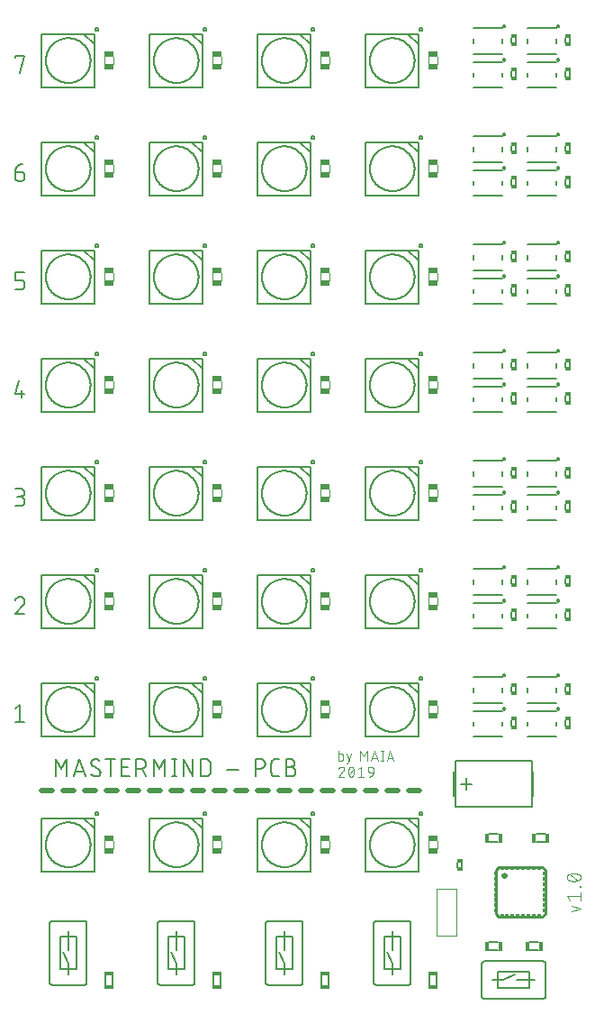
<source format=gbr>
G04 EAGLE Gerber RS-274X export*
G75*
%MOMM*%
%FSLAX34Y34*%
%LPD*%
%INSilkscreen Top*%
%IPPOS*%
%AMOC8*
5,1,8,0,0,1.08239X$1,22.5*%
G01*
%ADD10C,0.508000*%
%ADD11C,0.152400*%
%ADD12C,0.076200*%
%ADD13C,0.101600*%
%ADD14C,0.127000*%
%ADD15R,0.950000X0.500100*%
%ADD16C,0.203200*%
%ADD17R,0.599900X0.300000*%
%ADD18R,0.863600X0.406400*%
%ADD19R,0.406400X0.863600*%
%ADD20C,0.254000*%
%ADD21R,0.450000X0.300000*%
%ADD22R,0.300000X0.450000*%


D10*
X63500Y266700D02*
X73660Y266700D01*
X83820Y266700D02*
X93980Y266700D01*
X104140Y266700D02*
X114300Y266700D01*
X124460Y266700D02*
X134620Y266700D01*
X144780Y266700D02*
X154940Y266700D01*
X165100Y266700D02*
X175260Y266700D01*
X185420Y266700D02*
X195580Y266700D01*
X205740Y266700D02*
X215900Y266700D01*
X226060Y266700D02*
X236220Y266700D01*
X246380Y266700D02*
X256540Y266700D01*
X266700Y266700D02*
X276860Y266700D01*
X287020Y266700D02*
X297180Y266700D01*
X307340Y266700D02*
X317500Y266700D01*
X327660Y266700D02*
X337820Y266700D01*
X347980Y266700D02*
X358140Y266700D01*
X368300Y266700D02*
X378460Y266700D01*
X388620Y266700D02*
X398780Y266700D01*
X408940Y266700D02*
X419100Y266700D01*
D11*
X43378Y347218D02*
X38862Y343606D01*
X43378Y347218D02*
X43378Y330962D01*
X47893Y330962D02*
X38862Y330962D01*
X47893Y444754D02*
X47891Y444879D01*
X47885Y445004D01*
X47876Y445129D01*
X47862Y445253D01*
X47845Y445377D01*
X47824Y445501D01*
X47799Y445623D01*
X47770Y445745D01*
X47738Y445866D01*
X47702Y445986D01*
X47662Y446105D01*
X47619Y446222D01*
X47572Y446338D01*
X47521Y446453D01*
X47467Y446565D01*
X47409Y446677D01*
X47349Y446786D01*
X47284Y446893D01*
X47217Y446999D01*
X47146Y447102D01*
X47072Y447203D01*
X46995Y447302D01*
X46915Y447398D01*
X46832Y447492D01*
X46747Y447583D01*
X46658Y447672D01*
X46567Y447757D01*
X46473Y447840D01*
X46377Y447920D01*
X46278Y447997D01*
X46177Y448071D01*
X46074Y448142D01*
X45968Y448209D01*
X45861Y448274D01*
X45752Y448334D01*
X45640Y448392D01*
X45528Y448446D01*
X45413Y448497D01*
X45297Y448544D01*
X45180Y448587D01*
X45061Y448627D01*
X44941Y448663D01*
X44820Y448695D01*
X44698Y448724D01*
X44576Y448749D01*
X44452Y448770D01*
X44328Y448787D01*
X44204Y448801D01*
X44079Y448810D01*
X43954Y448816D01*
X43829Y448818D01*
X43686Y448816D01*
X43544Y448810D01*
X43401Y448800D01*
X43259Y448787D01*
X43118Y448769D01*
X42976Y448748D01*
X42836Y448723D01*
X42696Y448694D01*
X42557Y448661D01*
X42419Y448624D01*
X42282Y448584D01*
X42147Y448540D01*
X42012Y448492D01*
X41879Y448440D01*
X41747Y448385D01*
X41617Y448326D01*
X41489Y448264D01*
X41362Y448198D01*
X41237Y448129D01*
X41114Y448057D01*
X40994Y447981D01*
X40875Y447902D01*
X40758Y447819D01*
X40644Y447734D01*
X40532Y447645D01*
X40423Y447554D01*
X40316Y447459D01*
X40211Y447362D01*
X40110Y447261D01*
X40011Y447158D01*
X39915Y447053D01*
X39822Y446944D01*
X39732Y446833D01*
X39645Y446720D01*
X39561Y446605D01*
X39481Y446487D01*
X39403Y446367D01*
X39329Y446245D01*
X39259Y446121D01*
X39191Y445995D01*
X39128Y445867D01*
X39067Y445738D01*
X39010Y445607D01*
X38957Y445475D01*
X38908Y445341D01*
X38862Y445206D01*
X46538Y441593D02*
X46632Y441685D01*
X46722Y441779D01*
X46810Y441876D01*
X46895Y441976D01*
X46977Y442078D01*
X47056Y442183D01*
X47131Y442290D01*
X47203Y442399D01*
X47272Y442510D01*
X47338Y442624D01*
X47400Y442739D01*
X47459Y442856D01*
X47514Y442975D01*
X47565Y443095D01*
X47613Y443217D01*
X47658Y443340D01*
X47698Y443464D01*
X47735Y443590D01*
X47768Y443717D01*
X47797Y443844D01*
X47823Y443973D01*
X47844Y444102D01*
X47862Y444232D01*
X47875Y444362D01*
X47885Y444492D01*
X47891Y444623D01*
X47893Y444754D01*
X46538Y441593D02*
X38862Y432562D01*
X47893Y432562D01*
X43378Y534162D02*
X38862Y534162D01*
X43378Y534162D02*
X43511Y534164D01*
X43643Y534170D01*
X43775Y534180D01*
X43907Y534193D01*
X44039Y534211D01*
X44169Y534232D01*
X44300Y534257D01*
X44429Y534286D01*
X44557Y534319D01*
X44685Y534355D01*
X44811Y534395D01*
X44936Y534439D01*
X45060Y534487D01*
X45182Y534538D01*
X45303Y534593D01*
X45422Y534651D01*
X45540Y534713D01*
X45655Y534778D01*
X45769Y534847D01*
X45880Y534918D01*
X45989Y534994D01*
X46096Y535072D01*
X46201Y535153D01*
X46303Y535238D01*
X46403Y535325D01*
X46500Y535415D01*
X46595Y535508D01*
X46686Y535604D01*
X46775Y535702D01*
X46861Y535803D01*
X46944Y535907D01*
X47024Y536013D01*
X47100Y536121D01*
X47174Y536231D01*
X47244Y536344D01*
X47311Y536458D01*
X47374Y536575D01*
X47434Y536693D01*
X47491Y536813D01*
X47544Y536935D01*
X47593Y537058D01*
X47639Y537182D01*
X47681Y537308D01*
X47719Y537435D01*
X47754Y537563D01*
X47785Y537692D01*
X47812Y537821D01*
X47835Y537952D01*
X47855Y538083D01*
X47870Y538215D01*
X47882Y538347D01*
X47890Y538479D01*
X47894Y538612D01*
X47894Y538744D01*
X47890Y538877D01*
X47882Y539009D01*
X47870Y539141D01*
X47855Y539273D01*
X47835Y539404D01*
X47812Y539535D01*
X47785Y539664D01*
X47754Y539793D01*
X47719Y539921D01*
X47681Y540048D01*
X47639Y540174D01*
X47593Y540298D01*
X47544Y540421D01*
X47491Y540543D01*
X47434Y540663D01*
X47374Y540781D01*
X47311Y540898D01*
X47244Y541012D01*
X47174Y541125D01*
X47100Y541235D01*
X47024Y541343D01*
X46944Y541449D01*
X46861Y541553D01*
X46775Y541654D01*
X46686Y541752D01*
X46595Y541848D01*
X46500Y541941D01*
X46403Y542031D01*
X46303Y542118D01*
X46201Y542203D01*
X46096Y542284D01*
X45989Y542362D01*
X45880Y542438D01*
X45769Y542509D01*
X45655Y542578D01*
X45540Y542643D01*
X45422Y542705D01*
X45303Y542763D01*
X45182Y542818D01*
X45060Y542869D01*
X44936Y542917D01*
X44811Y542961D01*
X44685Y543001D01*
X44557Y543037D01*
X44429Y543070D01*
X44300Y543099D01*
X44169Y543124D01*
X44039Y543145D01*
X43907Y543163D01*
X43775Y543176D01*
X43643Y543186D01*
X43511Y543192D01*
X43378Y543194D01*
X44281Y550418D02*
X38862Y550418D01*
X44281Y550418D02*
X44400Y550416D01*
X44520Y550410D01*
X44639Y550400D01*
X44757Y550386D01*
X44876Y550369D01*
X44993Y550347D01*
X45110Y550322D01*
X45225Y550292D01*
X45340Y550259D01*
X45454Y550222D01*
X45566Y550182D01*
X45677Y550137D01*
X45786Y550089D01*
X45894Y550038D01*
X46000Y549983D01*
X46104Y549924D01*
X46206Y549862D01*
X46306Y549797D01*
X46404Y549728D01*
X46500Y549656D01*
X46593Y549581D01*
X46683Y549504D01*
X46771Y549423D01*
X46856Y549339D01*
X46938Y549252D01*
X47018Y549163D01*
X47094Y549071D01*
X47168Y548977D01*
X47238Y548880D01*
X47305Y548782D01*
X47369Y548681D01*
X47429Y548577D01*
X47486Y548472D01*
X47539Y548365D01*
X47589Y548257D01*
X47635Y548147D01*
X47677Y548035D01*
X47716Y547922D01*
X47751Y547808D01*
X47782Y547693D01*
X47810Y547576D01*
X47833Y547459D01*
X47853Y547342D01*
X47869Y547223D01*
X47881Y547104D01*
X47889Y546985D01*
X47893Y546866D01*
X47893Y546746D01*
X47889Y546627D01*
X47881Y546508D01*
X47869Y546389D01*
X47853Y546270D01*
X47833Y546153D01*
X47810Y546036D01*
X47782Y545919D01*
X47751Y545804D01*
X47716Y545690D01*
X47677Y545577D01*
X47635Y545465D01*
X47589Y545355D01*
X47539Y545247D01*
X47486Y545140D01*
X47429Y545035D01*
X47369Y544931D01*
X47305Y544830D01*
X47238Y544732D01*
X47168Y544635D01*
X47094Y544541D01*
X47018Y544449D01*
X46938Y544360D01*
X46856Y544273D01*
X46771Y544189D01*
X46683Y544108D01*
X46593Y544031D01*
X46500Y543956D01*
X46404Y543884D01*
X46306Y543815D01*
X46206Y543750D01*
X46104Y543688D01*
X46000Y543629D01*
X45894Y543574D01*
X45786Y543523D01*
X45677Y543475D01*
X45566Y543430D01*
X45454Y543390D01*
X45340Y543353D01*
X45225Y543320D01*
X45110Y543290D01*
X44993Y543265D01*
X44876Y543243D01*
X44757Y543226D01*
X44639Y543212D01*
X44520Y543202D01*
X44400Y543196D01*
X44281Y543194D01*
X44281Y543193D02*
X40668Y543193D01*
X38862Y639374D02*
X42474Y652018D01*
X38862Y639374D02*
X47893Y639374D01*
X45184Y642987D02*
X45184Y635762D01*
X44281Y737362D02*
X38862Y737362D01*
X44281Y737362D02*
X44399Y737364D01*
X44517Y737370D01*
X44635Y737379D01*
X44752Y737393D01*
X44869Y737410D01*
X44986Y737431D01*
X45101Y737456D01*
X45216Y737485D01*
X45330Y737518D01*
X45442Y737554D01*
X45553Y737594D01*
X45663Y737637D01*
X45772Y737684D01*
X45879Y737734D01*
X45984Y737789D01*
X46087Y737846D01*
X46188Y737907D01*
X46288Y737971D01*
X46385Y738038D01*
X46480Y738108D01*
X46572Y738182D01*
X46663Y738258D01*
X46750Y738338D01*
X46835Y738420D01*
X46917Y738505D01*
X46997Y738592D01*
X47073Y738683D01*
X47147Y738775D01*
X47217Y738870D01*
X47284Y738967D01*
X47348Y739067D01*
X47409Y739168D01*
X47466Y739271D01*
X47521Y739376D01*
X47571Y739483D01*
X47618Y739592D01*
X47661Y739702D01*
X47701Y739813D01*
X47737Y739925D01*
X47770Y740039D01*
X47799Y740154D01*
X47824Y740269D01*
X47845Y740386D01*
X47862Y740503D01*
X47876Y740620D01*
X47885Y740738D01*
X47891Y740856D01*
X47893Y740974D01*
X47893Y742781D01*
X47891Y742899D01*
X47885Y743017D01*
X47876Y743135D01*
X47862Y743252D01*
X47845Y743369D01*
X47824Y743486D01*
X47799Y743601D01*
X47770Y743716D01*
X47737Y743830D01*
X47701Y743942D01*
X47661Y744053D01*
X47618Y744163D01*
X47571Y744272D01*
X47521Y744379D01*
X47466Y744484D01*
X47409Y744587D01*
X47348Y744688D01*
X47284Y744788D01*
X47217Y744885D01*
X47147Y744980D01*
X47073Y745072D01*
X46997Y745163D01*
X46917Y745250D01*
X46835Y745335D01*
X46750Y745417D01*
X46663Y745497D01*
X46572Y745573D01*
X46480Y745647D01*
X46385Y745717D01*
X46288Y745784D01*
X46188Y745848D01*
X46087Y745909D01*
X45984Y745966D01*
X45879Y746021D01*
X45772Y746071D01*
X45663Y746118D01*
X45553Y746161D01*
X45442Y746201D01*
X45330Y746237D01*
X45216Y746270D01*
X45101Y746299D01*
X44986Y746324D01*
X44869Y746345D01*
X44752Y746362D01*
X44635Y746376D01*
X44517Y746385D01*
X44399Y746391D01*
X44281Y746393D01*
X38862Y746393D01*
X38862Y753618D01*
X47893Y753618D01*
X44281Y847993D02*
X38862Y847993D01*
X44281Y847993D02*
X44399Y847991D01*
X44517Y847985D01*
X44635Y847976D01*
X44752Y847962D01*
X44869Y847945D01*
X44986Y847924D01*
X45101Y847899D01*
X45216Y847870D01*
X45330Y847837D01*
X45442Y847801D01*
X45553Y847761D01*
X45663Y847718D01*
X45772Y847671D01*
X45879Y847621D01*
X45984Y847566D01*
X46087Y847509D01*
X46188Y847448D01*
X46288Y847384D01*
X46385Y847317D01*
X46480Y847247D01*
X46572Y847173D01*
X46663Y847097D01*
X46750Y847017D01*
X46835Y846935D01*
X46917Y846850D01*
X46997Y846763D01*
X47073Y846672D01*
X47147Y846580D01*
X47217Y846485D01*
X47284Y846388D01*
X47348Y846288D01*
X47409Y846187D01*
X47466Y846084D01*
X47521Y845979D01*
X47571Y845872D01*
X47618Y845763D01*
X47661Y845653D01*
X47701Y845542D01*
X47737Y845430D01*
X47770Y845316D01*
X47799Y845201D01*
X47824Y845086D01*
X47845Y844969D01*
X47862Y844852D01*
X47876Y844735D01*
X47885Y844617D01*
X47891Y844499D01*
X47893Y844381D01*
X47893Y843478D01*
X47894Y843478D02*
X47892Y843345D01*
X47886Y843213D01*
X47876Y843081D01*
X47863Y842949D01*
X47845Y842817D01*
X47824Y842687D01*
X47799Y842556D01*
X47770Y842427D01*
X47737Y842299D01*
X47701Y842171D01*
X47661Y842045D01*
X47617Y841920D01*
X47569Y841796D01*
X47518Y841674D01*
X47463Y841553D01*
X47405Y841434D01*
X47343Y841316D01*
X47278Y841201D01*
X47209Y841087D01*
X47138Y840976D01*
X47062Y840867D01*
X46984Y840760D01*
X46903Y840655D01*
X46818Y840553D01*
X46731Y840453D01*
X46641Y840356D01*
X46548Y840261D01*
X46452Y840170D01*
X46354Y840081D01*
X46253Y839995D01*
X46149Y839912D01*
X46043Y839832D01*
X45935Y839756D01*
X45825Y839682D01*
X45712Y839612D01*
X45598Y839545D01*
X45481Y839482D01*
X45363Y839422D01*
X45243Y839365D01*
X45121Y839312D01*
X44998Y839263D01*
X44874Y839217D01*
X44748Y839175D01*
X44621Y839137D01*
X44493Y839102D01*
X44364Y839071D01*
X44235Y839044D01*
X44104Y839021D01*
X43973Y839001D01*
X43841Y838986D01*
X43709Y838974D01*
X43577Y838966D01*
X43444Y838962D01*
X43312Y838962D01*
X43179Y838966D01*
X43047Y838974D01*
X42915Y838986D01*
X42783Y839001D01*
X42652Y839021D01*
X42521Y839044D01*
X42392Y839071D01*
X42263Y839102D01*
X42135Y839137D01*
X42008Y839175D01*
X41882Y839217D01*
X41758Y839263D01*
X41635Y839312D01*
X41513Y839365D01*
X41393Y839422D01*
X41275Y839482D01*
X41158Y839545D01*
X41044Y839612D01*
X40931Y839682D01*
X40821Y839756D01*
X40713Y839832D01*
X40607Y839912D01*
X40503Y839995D01*
X40402Y840081D01*
X40304Y840170D01*
X40208Y840261D01*
X40115Y840356D01*
X40025Y840453D01*
X39938Y840553D01*
X39853Y840655D01*
X39772Y840760D01*
X39694Y840867D01*
X39618Y840976D01*
X39547Y841087D01*
X39478Y841201D01*
X39413Y841316D01*
X39351Y841434D01*
X39293Y841553D01*
X39238Y841674D01*
X39187Y841796D01*
X39139Y841920D01*
X39095Y842045D01*
X39055Y842171D01*
X39019Y842299D01*
X38986Y842427D01*
X38957Y842556D01*
X38932Y842687D01*
X38911Y842817D01*
X38893Y842949D01*
X38880Y843081D01*
X38870Y843213D01*
X38864Y843345D01*
X38862Y843478D01*
X38862Y847993D01*
X38864Y848170D01*
X38871Y848348D01*
X38882Y848525D01*
X38897Y848701D01*
X38916Y848877D01*
X38940Y849053D01*
X38968Y849228D01*
X39001Y849403D01*
X39038Y849576D01*
X39079Y849749D01*
X39124Y849920D01*
X39173Y850090D01*
X39227Y850259D01*
X39284Y850427D01*
X39346Y850593D01*
X39412Y850758D01*
X39482Y850921D01*
X39556Y851082D01*
X39633Y851241D01*
X39715Y851399D01*
X39801Y851554D01*
X39890Y851707D01*
X39983Y851858D01*
X40080Y852007D01*
X40180Y852153D01*
X40284Y852297D01*
X40391Y852438D01*
X40502Y852576D01*
X40616Y852712D01*
X40734Y852845D01*
X40854Y852975D01*
X40978Y853102D01*
X41105Y853226D01*
X41235Y853346D01*
X41368Y853464D01*
X41503Y853578D01*
X41642Y853689D01*
X41783Y853796D01*
X41927Y853900D01*
X42073Y854000D01*
X42222Y854097D01*
X42373Y854190D01*
X42526Y854279D01*
X42681Y854365D01*
X42839Y854447D01*
X42998Y854524D01*
X43159Y854598D01*
X43322Y854668D01*
X43487Y854734D01*
X43653Y854796D01*
X43821Y854853D01*
X43990Y854907D01*
X44160Y854956D01*
X44331Y855001D01*
X44504Y855042D01*
X44677Y855079D01*
X44852Y855112D01*
X45027Y855140D01*
X45203Y855164D01*
X45379Y855183D01*
X45555Y855198D01*
X45732Y855209D01*
X45910Y855216D01*
X46087Y855218D01*
X38862Y955012D02*
X38862Y956818D01*
X47893Y956818D01*
X43378Y940562D01*
X76962Y296418D02*
X76962Y280162D01*
X82381Y287387D02*
X76962Y296418D01*
X82381Y287387D02*
X87799Y296418D01*
X87799Y280162D01*
X94156Y280162D02*
X99575Y296418D01*
X104994Y280162D01*
X103639Y284226D02*
X95511Y284226D01*
X115588Y280162D02*
X115706Y280164D01*
X115824Y280170D01*
X115942Y280179D01*
X116059Y280193D01*
X116176Y280210D01*
X116293Y280231D01*
X116408Y280256D01*
X116523Y280285D01*
X116637Y280318D01*
X116749Y280354D01*
X116860Y280394D01*
X116970Y280437D01*
X117079Y280484D01*
X117186Y280534D01*
X117291Y280589D01*
X117394Y280646D01*
X117495Y280707D01*
X117595Y280771D01*
X117692Y280838D01*
X117787Y280908D01*
X117879Y280982D01*
X117970Y281058D01*
X118057Y281138D01*
X118142Y281220D01*
X118224Y281305D01*
X118304Y281392D01*
X118380Y281483D01*
X118454Y281575D01*
X118524Y281670D01*
X118591Y281767D01*
X118655Y281867D01*
X118716Y281968D01*
X118773Y282071D01*
X118828Y282176D01*
X118878Y282283D01*
X118925Y282392D01*
X118968Y282502D01*
X119008Y282613D01*
X119044Y282725D01*
X119077Y282839D01*
X119106Y282954D01*
X119131Y283069D01*
X119152Y283186D01*
X119169Y283303D01*
X119183Y283420D01*
X119192Y283538D01*
X119198Y283656D01*
X119200Y283774D01*
X115588Y280162D02*
X115405Y280164D01*
X115223Y280171D01*
X115041Y280182D01*
X114859Y280197D01*
X114677Y280217D01*
X114496Y280240D01*
X114316Y280269D01*
X114136Y280301D01*
X113957Y280338D01*
X113780Y280379D01*
X113603Y280425D01*
X113427Y280474D01*
X113253Y280528D01*
X113079Y280586D01*
X112908Y280648D01*
X112738Y280714D01*
X112569Y280785D01*
X112402Y280859D01*
X112237Y280937D01*
X112074Y281019D01*
X111913Y281105D01*
X111754Y281195D01*
X111597Y281289D01*
X111443Y281386D01*
X111291Y281487D01*
X111141Y281592D01*
X110994Y281700D01*
X110850Y281811D01*
X110708Y281926D01*
X110569Y282045D01*
X110433Y282167D01*
X110300Y282292D01*
X110170Y282420D01*
X110622Y292806D02*
X110624Y292924D01*
X110630Y293042D01*
X110639Y293160D01*
X110653Y293277D01*
X110670Y293394D01*
X110691Y293511D01*
X110716Y293626D01*
X110745Y293741D01*
X110778Y293855D01*
X110814Y293967D01*
X110854Y294078D01*
X110897Y294188D01*
X110944Y294297D01*
X110994Y294404D01*
X111049Y294509D01*
X111106Y294612D01*
X111167Y294713D01*
X111231Y294813D01*
X111298Y294910D01*
X111368Y295005D01*
X111442Y295097D01*
X111518Y295188D01*
X111598Y295275D01*
X111680Y295360D01*
X111765Y295442D01*
X111852Y295522D01*
X111943Y295598D01*
X112035Y295672D01*
X112130Y295742D01*
X112227Y295809D01*
X112327Y295873D01*
X112428Y295934D01*
X112531Y295992D01*
X112636Y296046D01*
X112743Y296096D01*
X112852Y296143D01*
X112962Y296187D01*
X113073Y296226D01*
X113186Y296262D01*
X113299Y296295D01*
X113414Y296324D01*
X113529Y296349D01*
X113646Y296370D01*
X113763Y296387D01*
X113880Y296401D01*
X113998Y296410D01*
X114116Y296416D01*
X114234Y296418D01*
X114395Y296416D01*
X114557Y296410D01*
X114718Y296401D01*
X114879Y296387D01*
X115039Y296370D01*
X115199Y296349D01*
X115359Y296324D01*
X115518Y296295D01*
X115676Y296263D01*
X115833Y296227D01*
X115989Y296187D01*
X116145Y296143D01*
X116299Y296095D01*
X116452Y296044D01*
X116604Y295990D01*
X116755Y295931D01*
X116904Y295870D01*
X117051Y295804D01*
X117197Y295735D01*
X117342Y295663D01*
X117484Y295587D01*
X117625Y295508D01*
X117764Y295426D01*
X117900Y295340D01*
X118035Y295251D01*
X118168Y295159D01*
X118298Y295063D01*
X112427Y289645D02*
X112326Y289707D01*
X112226Y289772D01*
X112129Y289841D01*
X112034Y289913D01*
X111941Y289987D01*
X111851Y290065D01*
X111763Y290146D01*
X111678Y290229D01*
X111596Y290315D01*
X111517Y290404D01*
X111440Y290495D01*
X111367Y290589D01*
X111296Y290685D01*
X111229Y290783D01*
X111165Y290883D01*
X111104Y290986D01*
X111047Y291090D01*
X110993Y291196D01*
X110943Y291304D01*
X110896Y291413D01*
X110852Y291524D01*
X110812Y291636D01*
X110776Y291750D01*
X110744Y291864D01*
X110715Y291980D01*
X110690Y292096D01*
X110669Y292213D01*
X110652Y292331D01*
X110638Y292449D01*
X110629Y292568D01*
X110623Y292687D01*
X110621Y292806D01*
X117395Y286935D02*
X117496Y286873D01*
X117596Y286808D01*
X117693Y286739D01*
X117788Y286667D01*
X117881Y286593D01*
X117971Y286515D01*
X118059Y286434D01*
X118144Y286351D01*
X118226Y286265D01*
X118305Y286176D01*
X118382Y286085D01*
X118455Y285991D01*
X118526Y285895D01*
X118593Y285797D01*
X118657Y285697D01*
X118718Y285594D01*
X118775Y285490D01*
X118829Y285384D01*
X118879Y285276D01*
X118926Y285167D01*
X118970Y285056D01*
X119010Y284944D01*
X119046Y284830D01*
X119078Y284716D01*
X119107Y284600D01*
X119132Y284484D01*
X119153Y284367D01*
X119170Y284249D01*
X119184Y284131D01*
X119193Y284012D01*
X119199Y283893D01*
X119201Y283774D01*
X117395Y286935D02*
X112427Y289645D01*
X128753Y296418D02*
X128753Y280162D01*
X124238Y296418D02*
X133269Y296418D01*
X139378Y280162D02*
X146603Y280162D01*
X139378Y280162D02*
X139378Y296418D01*
X146603Y296418D01*
X144796Y289193D02*
X139378Y289193D01*
X152987Y296418D02*
X152987Y280162D01*
X152987Y296418D02*
X157502Y296418D01*
X157635Y296416D01*
X157767Y296410D01*
X157899Y296400D01*
X158031Y296387D01*
X158163Y296369D01*
X158293Y296348D01*
X158424Y296323D01*
X158553Y296294D01*
X158681Y296261D01*
X158809Y296225D01*
X158935Y296185D01*
X159060Y296141D01*
X159184Y296093D01*
X159306Y296042D01*
X159427Y295987D01*
X159546Y295929D01*
X159664Y295867D01*
X159779Y295802D01*
X159893Y295733D01*
X160004Y295662D01*
X160113Y295586D01*
X160220Y295508D01*
X160325Y295427D01*
X160427Y295342D01*
X160527Y295255D01*
X160624Y295165D01*
X160719Y295072D01*
X160810Y294976D01*
X160899Y294878D01*
X160985Y294777D01*
X161068Y294673D01*
X161148Y294567D01*
X161224Y294459D01*
X161298Y294349D01*
X161368Y294236D01*
X161435Y294122D01*
X161498Y294005D01*
X161558Y293887D01*
X161615Y293767D01*
X161668Y293645D01*
X161717Y293522D01*
X161763Y293398D01*
X161805Y293272D01*
X161843Y293145D01*
X161878Y293017D01*
X161909Y292888D01*
X161936Y292759D01*
X161959Y292628D01*
X161979Y292497D01*
X161994Y292365D01*
X162006Y292233D01*
X162014Y292101D01*
X162018Y291968D01*
X162018Y291836D01*
X162014Y291703D01*
X162006Y291571D01*
X161994Y291439D01*
X161979Y291307D01*
X161959Y291176D01*
X161936Y291045D01*
X161909Y290916D01*
X161878Y290787D01*
X161843Y290659D01*
X161805Y290532D01*
X161763Y290406D01*
X161717Y290282D01*
X161668Y290159D01*
X161615Y290037D01*
X161558Y289917D01*
X161498Y289799D01*
X161435Y289682D01*
X161368Y289568D01*
X161298Y289455D01*
X161224Y289345D01*
X161148Y289237D01*
X161068Y289131D01*
X160985Y289027D01*
X160899Y288926D01*
X160810Y288828D01*
X160719Y288732D01*
X160624Y288639D01*
X160527Y288549D01*
X160427Y288462D01*
X160325Y288377D01*
X160220Y288296D01*
X160113Y288218D01*
X160004Y288142D01*
X159893Y288071D01*
X159779Y288002D01*
X159664Y287937D01*
X159546Y287875D01*
X159427Y287817D01*
X159306Y287762D01*
X159184Y287711D01*
X159060Y287663D01*
X158935Y287619D01*
X158809Y287579D01*
X158681Y287543D01*
X158553Y287510D01*
X158424Y287481D01*
X158293Y287456D01*
X158163Y287435D01*
X158031Y287417D01*
X157899Y287404D01*
X157767Y287394D01*
X157635Y287388D01*
X157502Y287386D01*
X157502Y287387D02*
X152987Y287387D01*
X158405Y287387D02*
X162018Y280162D01*
X169186Y280162D02*
X169186Y296418D01*
X174605Y287387D01*
X180024Y296418D01*
X180024Y280162D01*
X188673Y280162D02*
X188673Y296418D01*
X186867Y280162D02*
X190479Y280162D01*
X190479Y296418D02*
X186867Y296418D01*
X197184Y296418D02*
X197184Y280162D01*
X206215Y280162D02*
X197184Y296418D01*
X206215Y296418D02*
X206215Y280162D01*
X213857Y280162D02*
X213857Y296418D01*
X218372Y296418D01*
X218503Y296416D01*
X218635Y296410D01*
X218766Y296401D01*
X218896Y296387D01*
X219027Y296370D01*
X219156Y296349D01*
X219285Y296325D01*
X219413Y296296D01*
X219541Y296264D01*
X219667Y296228D01*
X219792Y296189D01*
X219917Y296146D01*
X220039Y296099D01*
X220161Y296049D01*
X220281Y295995D01*
X220399Y295938D01*
X220515Y295877D01*
X220630Y295813D01*
X220743Y295746D01*
X220854Y295675D01*
X220962Y295601D01*
X221069Y295524D01*
X221173Y295444D01*
X221275Y295361D01*
X221374Y295276D01*
X221471Y295187D01*
X221565Y295095D01*
X221657Y295001D01*
X221746Y294904D01*
X221831Y294805D01*
X221914Y294703D01*
X221994Y294599D01*
X222071Y294492D01*
X222145Y294384D01*
X222216Y294273D01*
X222283Y294160D01*
X222347Y294045D01*
X222408Y293929D01*
X222465Y293811D01*
X222519Y293691D01*
X222569Y293569D01*
X222616Y293447D01*
X222659Y293322D01*
X222698Y293197D01*
X222734Y293071D01*
X222766Y292943D01*
X222795Y292815D01*
X222819Y292686D01*
X222840Y292557D01*
X222857Y292426D01*
X222871Y292296D01*
X222880Y292165D01*
X222886Y292033D01*
X222888Y291902D01*
X222888Y284678D01*
X222886Y284547D01*
X222880Y284415D01*
X222871Y284284D01*
X222857Y284154D01*
X222840Y284023D01*
X222819Y283894D01*
X222795Y283765D01*
X222766Y283637D01*
X222734Y283509D01*
X222698Y283383D01*
X222659Y283258D01*
X222616Y283133D01*
X222569Y283011D01*
X222519Y282889D01*
X222465Y282769D01*
X222408Y282651D01*
X222347Y282535D01*
X222283Y282420D01*
X222216Y282307D01*
X222145Y282196D01*
X222071Y282088D01*
X221994Y281981D01*
X221914Y281877D01*
X221831Y281775D01*
X221746Y281676D01*
X221657Y281579D01*
X221565Y281485D01*
X221471Y281393D01*
X221374Y281304D01*
X221275Y281219D01*
X221173Y281136D01*
X221069Y281056D01*
X220962Y280979D01*
X220854Y280905D01*
X220743Y280834D01*
X220630Y280767D01*
X220515Y280703D01*
X220399Y280642D01*
X220281Y280585D01*
X220161Y280531D01*
X220039Y280481D01*
X219917Y280434D01*
X219792Y280391D01*
X219667Y280352D01*
X219541Y280316D01*
X219413Y280284D01*
X219285Y280255D01*
X219156Y280231D01*
X219026Y280210D01*
X218896Y280193D01*
X218766Y280179D01*
X218635Y280170D01*
X218503Y280164D01*
X218372Y280162D01*
X213857Y280162D01*
X238485Y286484D02*
X249322Y286484D01*
X265130Y280162D02*
X265130Y296418D01*
X269645Y296418D01*
X269778Y296416D01*
X269910Y296410D01*
X270042Y296400D01*
X270174Y296387D01*
X270306Y296369D01*
X270436Y296348D01*
X270567Y296323D01*
X270696Y296294D01*
X270824Y296261D01*
X270952Y296225D01*
X271078Y296185D01*
X271203Y296141D01*
X271327Y296093D01*
X271449Y296042D01*
X271570Y295987D01*
X271689Y295929D01*
X271807Y295867D01*
X271922Y295802D01*
X272036Y295733D01*
X272147Y295662D01*
X272256Y295586D01*
X272363Y295508D01*
X272468Y295427D01*
X272570Y295342D01*
X272670Y295255D01*
X272767Y295165D01*
X272862Y295072D01*
X272953Y294976D01*
X273042Y294878D01*
X273128Y294777D01*
X273211Y294673D01*
X273291Y294567D01*
X273367Y294459D01*
X273441Y294349D01*
X273511Y294236D01*
X273578Y294122D01*
X273641Y294005D01*
X273701Y293887D01*
X273758Y293767D01*
X273811Y293645D01*
X273860Y293522D01*
X273906Y293398D01*
X273948Y293272D01*
X273986Y293145D01*
X274021Y293017D01*
X274052Y292888D01*
X274079Y292759D01*
X274102Y292628D01*
X274122Y292497D01*
X274137Y292365D01*
X274149Y292233D01*
X274157Y292101D01*
X274161Y291968D01*
X274161Y291836D01*
X274157Y291703D01*
X274149Y291571D01*
X274137Y291439D01*
X274122Y291307D01*
X274102Y291176D01*
X274079Y291045D01*
X274052Y290916D01*
X274021Y290787D01*
X273986Y290659D01*
X273948Y290532D01*
X273906Y290406D01*
X273860Y290282D01*
X273811Y290159D01*
X273758Y290037D01*
X273701Y289917D01*
X273641Y289799D01*
X273578Y289682D01*
X273511Y289568D01*
X273441Y289455D01*
X273367Y289345D01*
X273291Y289237D01*
X273211Y289131D01*
X273128Y289027D01*
X273042Y288926D01*
X272953Y288828D01*
X272862Y288732D01*
X272767Y288639D01*
X272670Y288549D01*
X272570Y288462D01*
X272468Y288377D01*
X272363Y288296D01*
X272256Y288218D01*
X272147Y288142D01*
X272036Y288071D01*
X271922Y288002D01*
X271807Y287937D01*
X271689Y287875D01*
X271570Y287817D01*
X271449Y287762D01*
X271327Y287711D01*
X271203Y287663D01*
X271078Y287619D01*
X270952Y287579D01*
X270824Y287543D01*
X270696Y287510D01*
X270567Y287481D01*
X270436Y287456D01*
X270306Y287435D01*
X270174Y287417D01*
X270042Y287404D01*
X269910Y287394D01*
X269778Y287388D01*
X269645Y287386D01*
X269645Y287387D02*
X265130Y287387D01*
X283602Y280162D02*
X287214Y280162D01*
X283602Y280162D02*
X283484Y280164D01*
X283366Y280170D01*
X283248Y280179D01*
X283131Y280193D01*
X283014Y280210D01*
X282897Y280231D01*
X282782Y280256D01*
X282667Y280285D01*
X282553Y280318D01*
X282441Y280354D01*
X282330Y280394D01*
X282220Y280437D01*
X282111Y280484D01*
X282004Y280534D01*
X281899Y280589D01*
X281796Y280646D01*
X281695Y280707D01*
X281595Y280771D01*
X281498Y280838D01*
X281403Y280908D01*
X281311Y280982D01*
X281220Y281058D01*
X281133Y281138D01*
X281048Y281220D01*
X280966Y281305D01*
X280886Y281392D01*
X280810Y281483D01*
X280736Y281575D01*
X280666Y281670D01*
X280599Y281767D01*
X280535Y281867D01*
X280474Y281968D01*
X280417Y282071D01*
X280362Y282176D01*
X280312Y282283D01*
X280265Y282392D01*
X280222Y282502D01*
X280182Y282613D01*
X280146Y282725D01*
X280113Y282839D01*
X280084Y282954D01*
X280059Y283069D01*
X280038Y283186D01*
X280021Y283303D01*
X280007Y283420D01*
X279998Y283538D01*
X279992Y283656D01*
X279990Y283774D01*
X279990Y292806D01*
X279992Y292924D01*
X279998Y293042D01*
X280007Y293160D01*
X280021Y293277D01*
X280038Y293394D01*
X280059Y293511D01*
X280084Y293626D01*
X280113Y293741D01*
X280146Y293855D01*
X280182Y293967D01*
X280222Y294078D01*
X280265Y294188D01*
X280312Y294297D01*
X280362Y294404D01*
X280416Y294509D01*
X280474Y294612D01*
X280535Y294713D01*
X280599Y294813D01*
X280666Y294910D01*
X280736Y295005D01*
X280810Y295097D01*
X280886Y295188D01*
X280966Y295275D01*
X281048Y295360D01*
X281133Y295442D01*
X281220Y295522D01*
X281311Y295598D01*
X281403Y295672D01*
X281498Y295742D01*
X281595Y295809D01*
X281695Y295873D01*
X281796Y295934D01*
X281899Y295991D01*
X282004Y296045D01*
X282111Y296096D01*
X282220Y296143D01*
X282330Y296186D01*
X282441Y296226D01*
X282553Y296262D01*
X282667Y296295D01*
X282782Y296324D01*
X282897Y296349D01*
X283014Y296370D01*
X283131Y296387D01*
X283248Y296401D01*
X283366Y296410D01*
X283484Y296416D01*
X283602Y296418D01*
X287214Y296418D01*
X293787Y289193D02*
X298303Y289193D01*
X298303Y289194D02*
X298436Y289192D01*
X298568Y289186D01*
X298700Y289176D01*
X298832Y289163D01*
X298964Y289145D01*
X299094Y289124D01*
X299225Y289099D01*
X299354Y289070D01*
X299482Y289037D01*
X299610Y289001D01*
X299736Y288961D01*
X299861Y288917D01*
X299985Y288869D01*
X300107Y288818D01*
X300228Y288763D01*
X300347Y288705D01*
X300465Y288643D01*
X300580Y288578D01*
X300694Y288509D01*
X300805Y288438D01*
X300914Y288362D01*
X301021Y288284D01*
X301126Y288203D01*
X301228Y288118D01*
X301328Y288031D01*
X301425Y287941D01*
X301520Y287848D01*
X301611Y287752D01*
X301700Y287654D01*
X301786Y287553D01*
X301869Y287449D01*
X301949Y287343D01*
X302025Y287235D01*
X302099Y287125D01*
X302169Y287012D01*
X302236Y286898D01*
X302299Y286781D01*
X302359Y286663D01*
X302416Y286543D01*
X302469Y286421D01*
X302518Y286298D01*
X302564Y286174D01*
X302606Y286048D01*
X302644Y285921D01*
X302679Y285793D01*
X302710Y285664D01*
X302737Y285535D01*
X302760Y285404D01*
X302780Y285273D01*
X302795Y285141D01*
X302807Y285009D01*
X302815Y284877D01*
X302819Y284744D01*
X302819Y284612D01*
X302815Y284479D01*
X302807Y284347D01*
X302795Y284215D01*
X302780Y284083D01*
X302760Y283952D01*
X302737Y283821D01*
X302710Y283692D01*
X302679Y283563D01*
X302644Y283435D01*
X302606Y283308D01*
X302564Y283182D01*
X302518Y283058D01*
X302469Y282935D01*
X302416Y282813D01*
X302359Y282693D01*
X302299Y282575D01*
X302236Y282458D01*
X302169Y282344D01*
X302099Y282231D01*
X302025Y282121D01*
X301949Y282013D01*
X301869Y281907D01*
X301786Y281803D01*
X301700Y281702D01*
X301611Y281604D01*
X301520Y281508D01*
X301425Y281415D01*
X301328Y281325D01*
X301228Y281238D01*
X301126Y281153D01*
X301021Y281072D01*
X300914Y280994D01*
X300805Y280918D01*
X300694Y280847D01*
X300580Y280778D01*
X300465Y280713D01*
X300347Y280651D01*
X300228Y280593D01*
X300107Y280538D01*
X299985Y280487D01*
X299861Y280439D01*
X299736Y280395D01*
X299610Y280355D01*
X299482Y280319D01*
X299354Y280286D01*
X299225Y280257D01*
X299094Y280232D01*
X298964Y280211D01*
X298832Y280193D01*
X298700Y280180D01*
X298568Y280170D01*
X298436Y280164D01*
X298303Y280162D01*
X293787Y280162D01*
X293787Y296418D01*
X298303Y296418D01*
X298422Y296416D01*
X298542Y296410D01*
X298661Y296400D01*
X298779Y296386D01*
X298898Y296369D01*
X299015Y296347D01*
X299132Y296322D01*
X299247Y296292D01*
X299362Y296259D01*
X299476Y296222D01*
X299588Y296182D01*
X299699Y296137D01*
X299808Y296089D01*
X299916Y296038D01*
X300022Y295983D01*
X300126Y295924D01*
X300228Y295862D01*
X300328Y295797D01*
X300426Y295728D01*
X300522Y295656D01*
X300615Y295581D01*
X300705Y295504D01*
X300793Y295423D01*
X300878Y295339D01*
X300960Y295252D01*
X301040Y295163D01*
X301116Y295071D01*
X301190Y294977D01*
X301260Y294880D01*
X301327Y294782D01*
X301391Y294681D01*
X301451Y294577D01*
X301508Y294472D01*
X301561Y294365D01*
X301611Y294257D01*
X301657Y294147D01*
X301699Y294035D01*
X301738Y293922D01*
X301773Y293808D01*
X301804Y293693D01*
X301832Y293576D01*
X301855Y293459D01*
X301875Y293342D01*
X301891Y293223D01*
X301903Y293104D01*
X301911Y292985D01*
X301915Y292866D01*
X301915Y292746D01*
X301911Y292627D01*
X301903Y292508D01*
X301891Y292389D01*
X301875Y292270D01*
X301855Y292153D01*
X301832Y292036D01*
X301804Y291919D01*
X301773Y291804D01*
X301738Y291690D01*
X301699Y291577D01*
X301657Y291465D01*
X301611Y291355D01*
X301561Y291247D01*
X301508Y291140D01*
X301451Y291035D01*
X301391Y290931D01*
X301327Y290830D01*
X301260Y290732D01*
X301190Y290635D01*
X301116Y290541D01*
X301040Y290449D01*
X300960Y290360D01*
X300878Y290273D01*
X300793Y290189D01*
X300705Y290108D01*
X300615Y290031D01*
X300522Y289956D01*
X300426Y289884D01*
X300328Y289815D01*
X300228Y289750D01*
X300126Y289688D01*
X300022Y289629D01*
X299916Y289574D01*
X299808Y289523D01*
X299699Y289475D01*
X299588Y289430D01*
X299476Y289390D01*
X299362Y289353D01*
X299247Y289320D01*
X299132Y289290D01*
X299015Y289265D01*
X298898Y289243D01*
X298779Y289226D01*
X298661Y289212D01*
X298542Y289202D01*
X298422Y289196D01*
X298303Y289194D01*
D12*
X343281Y295021D02*
X343281Y304419D01*
X343281Y295021D02*
X345892Y295021D01*
X345969Y295023D01*
X346045Y295029D01*
X346122Y295038D01*
X346198Y295051D01*
X346273Y295068D01*
X346347Y295088D01*
X346420Y295113D01*
X346491Y295140D01*
X346562Y295171D01*
X346630Y295206D01*
X346697Y295244D01*
X346762Y295285D01*
X346825Y295329D01*
X346885Y295376D01*
X346944Y295427D01*
X346999Y295480D01*
X347052Y295535D01*
X347103Y295594D01*
X347150Y295654D01*
X347194Y295717D01*
X347235Y295782D01*
X347273Y295849D01*
X347308Y295917D01*
X347339Y295988D01*
X347366Y296059D01*
X347391Y296132D01*
X347411Y296206D01*
X347428Y296281D01*
X347441Y296357D01*
X347450Y296433D01*
X347456Y296510D01*
X347458Y296587D01*
X347458Y299720D01*
X347456Y299797D01*
X347450Y299873D01*
X347441Y299950D01*
X347428Y300026D01*
X347411Y300101D01*
X347391Y300175D01*
X347366Y300248D01*
X347339Y300319D01*
X347308Y300390D01*
X347273Y300458D01*
X347235Y300525D01*
X347194Y300590D01*
X347150Y300653D01*
X347103Y300713D01*
X347052Y300772D01*
X346999Y300827D01*
X346944Y300880D01*
X346885Y300931D01*
X346825Y300978D01*
X346762Y301022D01*
X346697Y301063D01*
X346630Y301101D01*
X346562Y301136D01*
X346491Y301167D01*
X346420Y301194D01*
X346347Y301219D01*
X346273Y301239D01*
X346198Y301256D01*
X346122Y301269D01*
X346045Y301278D01*
X345969Y301284D01*
X345892Y301286D01*
X343281Y301286D01*
X350855Y291888D02*
X351900Y291888D01*
X355032Y301286D01*
X350855Y301286D02*
X352944Y295021D01*
X363832Y295021D02*
X363832Y304419D01*
X366964Y299198D01*
X370097Y304419D01*
X370097Y295021D01*
X373890Y295021D02*
X377023Y304419D01*
X380155Y295021D01*
X379372Y297371D02*
X374673Y297371D01*
X384338Y295021D02*
X384338Y304419D01*
X383294Y295021D02*
X385382Y295021D01*
X385382Y304419D02*
X383294Y304419D01*
X391653Y304419D02*
X388520Y295021D01*
X394786Y295021D02*
X391653Y304419D01*
X394003Y297371D02*
X389304Y297371D01*
X348503Y286830D02*
X348501Y286925D01*
X348495Y287019D01*
X348486Y287113D01*
X348473Y287207D01*
X348456Y287300D01*
X348435Y287392D01*
X348410Y287484D01*
X348382Y287574D01*
X348350Y287663D01*
X348315Y287751D01*
X348276Y287837D01*
X348234Y287922D01*
X348188Y288005D01*
X348139Y288086D01*
X348087Y288165D01*
X348032Y288242D01*
X347973Y288316D01*
X347912Y288388D01*
X347848Y288458D01*
X347781Y288525D01*
X347711Y288589D01*
X347639Y288650D01*
X347565Y288709D01*
X347488Y288764D01*
X347409Y288816D01*
X347328Y288865D01*
X347245Y288911D01*
X347160Y288953D01*
X347074Y288992D01*
X346986Y289027D01*
X346897Y289059D01*
X346807Y289087D01*
X346715Y289112D01*
X346623Y289133D01*
X346530Y289150D01*
X346436Y289163D01*
X346342Y289172D01*
X346248Y289178D01*
X346153Y289180D01*
X346153Y289179D02*
X346045Y289177D01*
X345936Y289171D01*
X345828Y289161D01*
X345721Y289148D01*
X345614Y289130D01*
X345507Y289109D01*
X345402Y289084D01*
X345297Y289055D01*
X345194Y289023D01*
X345092Y288986D01*
X344991Y288946D01*
X344892Y288903D01*
X344794Y288856D01*
X344698Y288805D01*
X344604Y288751D01*
X344512Y288694D01*
X344422Y288633D01*
X344334Y288569D01*
X344249Y288503D01*
X344166Y288433D01*
X344086Y288360D01*
X344008Y288284D01*
X343933Y288206D01*
X343861Y288125D01*
X343792Y288041D01*
X343726Y287955D01*
X343663Y287867D01*
X343604Y287776D01*
X343547Y287684D01*
X343494Y287589D01*
X343445Y287493D01*
X343399Y287394D01*
X343356Y287295D01*
X343317Y287193D01*
X343282Y287091D01*
X347719Y285002D02*
X347788Y285071D01*
X347854Y285142D01*
X347918Y285215D01*
X347979Y285291D01*
X348037Y285370D01*
X348091Y285450D01*
X348143Y285533D01*
X348191Y285617D01*
X348237Y285703D01*
X348278Y285791D01*
X348317Y285881D01*
X348352Y285972D01*
X348383Y286064D01*
X348411Y286157D01*
X348435Y286251D01*
X348455Y286346D01*
X348472Y286442D01*
X348485Y286539D01*
X348494Y286636D01*
X348500Y286733D01*
X348502Y286830D01*
X347719Y285002D02*
X343281Y279781D01*
X348502Y279781D01*
X352425Y284480D02*
X352427Y284665D01*
X352434Y284850D01*
X352445Y285034D01*
X352460Y285218D01*
X352480Y285402D01*
X352504Y285586D01*
X352533Y285768D01*
X352566Y285950D01*
X352603Y286131D01*
X352645Y286311D01*
X352691Y286491D01*
X352741Y286669D01*
X352795Y286845D01*
X352854Y287021D01*
X352916Y287195D01*
X352983Y287367D01*
X353054Y287538D01*
X353129Y287707D01*
X353208Y287874D01*
X353238Y287954D01*
X353271Y288033D01*
X353308Y288110D01*
X353348Y288186D01*
X353391Y288260D01*
X353437Y288332D01*
X353487Y288401D01*
X353539Y288469D01*
X353595Y288534D01*
X353653Y288597D01*
X353715Y288656D01*
X353778Y288714D01*
X353845Y288768D01*
X353913Y288819D01*
X353984Y288867D01*
X354057Y288912D01*
X354131Y288954D01*
X354208Y288992D01*
X354286Y289027D01*
X354365Y289059D01*
X354446Y289087D01*
X354528Y289111D01*
X354612Y289132D01*
X354695Y289149D01*
X354780Y289162D01*
X354865Y289171D01*
X354950Y289177D01*
X355036Y289179D01*
X355122Y289177D01*
X355207Y289171D01*
X355292Y289162D01*
X355377Y289149D01*
X355460Y289132D01*
X355544Y289111D01*
X355626Y289087D01*
X355707Y289059D01*
X355786Y289027D01*
X355864Y288992D01*
X355941Y288954D01*
X356015Y288912D01*
X356088Y288867D01*
X356159Y288819D01*
X356227Y288768D01*
X356294Y288714D01*
X356357Y288656D01*
X356419Y288597D01*
X356477Y288534D01*
X356533Y288469D01*
X356585Y288401D01*
X356635Y288332D01*
X356681Y288260D01*
X356724Y288186D01*
X356764Y288110D01*
X356801Y288033D01*
X356834Y287954D01*
X356864Y287874D01*
X356863Y287874D02*
X356942Y287707D01*
X357017Y287538D01*
X357088Y287367D01*
X357155Y287195D01*
X357217Y287021D01*
X357276Y286845D01*
X357330Y286669D01*
X357380Y286491D01*
X357426Y286311D01*
X357468Y286131D01*
X357505Y285950D01*
X357538Y285768D01*
X357567Y285586D01*
X357591Y285402D01*
X357611Y285218D01*
X357626Y285034D01*
X357637Y284850D01*
X357644Y284665D01*
X357646Y284480D01*
X352425Y284480D02*
X352427Y284295D01*
X352434Y284110D01*
X352445Y283926D01*
X352460Y283742D01*
X352480Y283558D01*
X352504Y283374D01*
X352533Y283192D01*
X352566Y283010D01*
X352603Y282829D01*
X352645Y282649D01*
X352691Y282469D01*
X352741Y282291D01*
X352795Y282115D01*
X352854Y281939D01*
X352916Y281765D01*
X352983Y281593D01*
X353054Y281422D01*
X353129Y281253D01*
X353208Y281086D01*
X353238Y281006D01*
X353271Y280927D01*
X353308Y280850D01*
X353348Y280774D01*
X353391Y280700D01*
X353437Y280628D01*
X353487Y280559D01*
X353540Y280491D01*
X353595Y280426D01*
X353654Y280363D01*
X353715Y280304D01*
X353778Y280246D01*
X353845Y280192D01*
X353913Y280141D01*
X353984Y280093D01*
X354057Y280048D01*
X354131Y280006D01*
X354208Y279968D01*
X354286Y279933D01*
X354365Y279901D01*
X354446Y279873D01*
X354528Y279849D01*
X354612Y279828D01*
X354695Y279811D01*
X354780Y279798D01*
X354865Y279789D01*
X354950Y279783D01*
X355036Y279781D01*
X356863Y281086D02*
X356942Y281253D01*
X357017Y281422D01*
X357088Y281593D01*
X357155Y281765D01*
X357217Y281939D01*
X357276Y282115D01*
X357330Y282291D01*
X357380Y282469D01*
X357426Y282649D01*
X357468Y282829D01*
X357505Y283010D01*
X357538Y283192D01*
X357567Y283374D01*
X357591Y283558D01*
X357611Y283742D01*
X357626Y283926D01*
X357637Y284110D01*
X357644Y284295D01*
X357646Y284480D01*
X356864Y281086D02*
X356834Y281006D01*
X356801Y280927D01*
X356764Y280850D01*
X356724Y280774D01*
X356681Y280700D01*
X356635Y280628D01*
X356585Y280559D01*
X356533Y280491D01*
X356477Y280426D01*
X356419Y280363D01*
X356357Y280304D01*
X356294Y280246D01*
X356227Y280192D01*
X356159Y280141D01*
X356088Y280093D01*
X356015Y280048D01*
X355941Y280006D01*
X355864Y279968D01*
X355786Y279933D01*
X355707Y279901D01*
X355626Y279873D01*
X355544Y279849D01*
X355460Y279828D01*
X355377Y279811D01*
X355292Y279798D01*
X355207Y279789D01*
X355122Y279783D01*
X355036Y279781D01*
X352947Y281869D02*
X357124Y287091D01*
X361569Y287091D02*
X364179Y289179D01*
X364179Y279781D01*
X361569Y279781D02*
X366790Y279781D01*
X372801Y283958D02*
X375934Y283958D01*
X372801Y283958D02*
X372712Y283960D01*
X372624Y283966D01*
X372536Y283975D01*
X372448Y283988D01*
X372361Y284005D01*
X372275Y284025D01*
X372190Y284050D01*
X372105Y284077D01*
X372022Y284109D01*
X371941Y284143D01*
X371861Y284182D01*
X371783Y284223D01*
X371706Y284268D01*
X371632Y284316D01*
X371559Y284367D01*
X371489Y284421D01*
X371422Y284479D01*
X371356Y284539D01*
X371294Y284601D01*
X371234Y284667D01*
X371176Y284734D01*
X371122Y284804D01*
X371071Y284877D01*
X371023Y284951D01*
X370978Y285028D01*
X370937Y285106D01*
X370898Y285186D01*
X370864Y285267D01*
X370832Y285350D01*
X370805Y285435D01*
X370780Y285520D01*
X370760Y285606D01*
X370743Y285693D01*
X370730Y285781D01*
X370721Y285869D01*
X370715Y285957D01*
X370713Y286046D01*
X370713Y286568D01*
X370712Y286568D02*
X370714Y286669D01*
X370720Y286770D01*
X370730Y286871D01*
X370743Y286971D01*
X370761Y287071D01*
X370782Y287170D01*
X370808Y287268D01*
X370837Y287365D01*
X370869Y287461D01*
X370906Y287555D01*
X370946Y287648D01*
X370990Y287740D01*
X371037Y287829D01*
X371088Y287917D01*
X371142Y288003D01*
X371199Y288086D01*
X371259Y288168D01*
X371323Y288246D01*
X371389Y288323D01*
X371459Y288396D01*
X371531Y288467D01*
X371606Y288535D01*
X371684Y288600D01*
X371764Y288662D01*
X371846Y288721D01*
X371931Y288777D01*
X372018Y288829D01*
X372106Y288878D01*
X372197Y288924D01*
X372289Y288965D01*
X372383Y289004D01*
X372478Y289038D01*
X372574Y289069D01*
X372672Y289096D01*
X372770Y289120D01*
X372870Y289139D01*
X372970Y289155D01*
X373070Y289167D01*
X373171Y289175D01*
X373272Y289179D01*
X373374Y289179D01*
X373475Y289175D01*
X373576Y289167D01*
X373676Y289155D01*
X373776Y289139D01*
X373876Y289120D01*
X373974Y289096D01*
X374072Y289069D01*
X374168Y289038D01*
X374263Y289004D01*
X374357Y288965D01*
X374449Y288924D01*
X374540Y288878D01*
X374629Y288829D01*
X374715Y288777D01*
X374800Y288721D01*
X374882Y288662D01*
X374962Y288600D01*
X375040Y288535D01*
X375115Y288467D01*
X375187Y288396D01*
X375257Y288323D01*
X375323Y288246D01*
X375387Y288168D01*
X375447Y288086D01*
X375504Y288003D01*
X375558Y287917D01*
X375609Y287829D01*
X375656Y287740D01*
X375700Y287648D01*
X375740Y287555D01*
X375777Y287461D01*
X375809Y287365D01*
X375838Y287268D01*
X375864Y287170D01*
X375885Y287071D01*
X375903Y286971D01*
X375916Y286871D01*
X375926Y286770D01*
X375932Y286669D01*
X375934Y286568D01*
X375934Y283958D01*
X375932Y283832D01*
X375926Y283706D01*
X375917Y283580D01*
X375904Y283455D01*
X375886Y283330D01*
X375866Y283205D01*
X375841Y283081D01*
X375813Y282958D01*
X375781Y282836D01*
X375745Y282715D01*
X375706Y282595D01*
X375663Y282477D01*
X375616Y282360D01*
X375566Y282244D01*
X375512Y282129D01*
X375456Y282017D01*
X375395Y281906D01*
X375332Y281797D01*
X375265Y281690D01*
X375195Y281585D01*
X375121Y281482D01*
X375045Y281382D01*
X374966Y281284D01*
X374884Y281188D01*
X374798Y281095D01*
X374711Y281004D01*
X374620Y280917D01*
X374527Y280831D01*
X374431Y280749D01*
X374333Y280670D01*
X374233Y280594D01*
X374130Y280520D01*
X374025Y280450D01*
X373918Y280383D01*
X373809Y280320D01*
X373698Y280259D01*
X373586Y280203D01*
X373471Y280149D01*
X373355Y280099D01*
X373238Y280052D01*
X373120Y280009D01*
X373000Y279970D01*
X372879Y279934D01*
X372757Y279902D01*
X372634Y279874D01*
X372510Y279849D01*
X372385Y279829D01*
X372260Y279811D01*
X372135Y279798D01*
X372009Y279789D01*
X371883Y279783D01*
X371757Y279781D01*
D13*
X562187Y152908D02*
X570992Y155843D01*
X562187Y158778D01*
X560719Y163696D02*
X557784Y167365D01*
X570992Y167365D01*
X570992Y171033D02*
X570992Y163696D01*
X570992Y175959D02*
X570258Y175959D01*
X570258Y176693D01*
X570992Y176693D01*
X570992Y175959D01*
X564388Y181618D02*
X564128Y181621D01*
X563869Y181630D01*
X563609Y181646D01*
X563350Y181668D01*
X563092Y181695D01*
X562834Y181729D01*
X562578Y181770D01*
X562322Y181816D01*
X562067Y181868D01*
X561814Y181927D01*
X561563Y181991D01*
X561312Y182062D01*
X561064Y182138D01*
X560818Y182220D01*
X560573Y182308D01*
X560331Y182402D01*
X560091Y182502D01*
X559854Y182608D01*
X559619Y182719D01*
X559618Y182719D02*
X559523Y182754D01*
X559428Y182792D01*
X559335Y182834D01*
X559244Y182880D01*
X559154Y182929D01*
X559066Y182981D01*
X558981Y183036D01*
X558897Y183095D01*
X558816Y183157D01*
X558737Y183221D01*
X558661Y183289D01*
X558587Y183360D01*
X558516Y183433D01*
X558448Y183509D01*
X558382Y183587D01*
X558320Y183668D01*
X558260Y183751D01*
X558204Y183836D01*
X558151Y183923D01*
X558102Y184012D01*
X558056Y184103D01*
X558013Y184196D01*
X557974Y184290D01*
X557938Y184386D01*
X557906Y184483D01*
X557877Y184581D01*
X557853Y184680D01*
X557832Y184780D01*
X557815Y184880D01*
X557801Y184981D01*
X557792Y185083D01*
X557786Y185185D01*
X557784Y185287D01*
X557786Y185389D01*
X557792Y185491D01*
X557801Y185593D01*
X557815Y185694D01*
X557832Y185794D01*
X557853Y185894D01*
X557877Y185993D01*
X557906Y186091D01*
X557938Y186188D01*
X557974Y186284D01*
X558013Y186378D01*
X558056Y186471D01*
X558102Y186562D01*
X558151Y186651D01*
X558204Y186738D01*
X558260Y186823D01*
X558320Y186906D01*
X558382Y186987D01*
X558448Y187065D01*
X558516Y187141D01*
X558587Y187215D01*
X558661Y187285D01*
X558737Y187353D01*
X558816Y187417D01*
X558897Y187479D01*
X558981Y187538D01*
X559066Y187593D01*
X559154Y187646D01*
X559244Y187694D01*
X559335Y187740D01*
X559428Y187782D01*
X559523Y187820D01*
X559619Y187855D01*
X559619Y187854D02*
X559854Y187965D01*
X560091Y188071D01*
X560331Y188171D01*
X560573Y188265D01*
X560818Y188353D01*
X561064Y188435D01*
X561312Y188511D01*
X561563Y188582D01*
X561814Y188646D01*
X562067Y188705D01*
X562322Y188757D01*
X562578Y188803D01*
X562834Y188844D01*
X563092Y188878D01*
X563350Y188905D01*
X563609Y188927D01*
X563869Y188943D01*
X564128Y188952D01*
X564388Y188955D01*
X564388Y181618D02*
X564648Y181621D01*
X564907Y181630D01*
X565167Y181646D01*
X565426Y181668D01*
X565684Y181695D01*
X565942Y181729D01*
X566198Y181770D01*
X566454Y181816D01*
X566709Y181868D01*
X566962Y181927D01*
X567213Y181991D01*
X567464Y182062D01*
X567712Y182138D01*
X567958Y182220D01*
X568203Y182308D01*
X568445Y182402D01*
X568685Y182502D01*
X568922Y182608D01*
X569157Y182719D01*
X569158Y182719D02*
X569253Y182754D01*
X569348Y182792D01*
X569441Y182834D01*
X569532Y182880D01*
X569622Y182929D01*
X569710Y182981D01*
X569795Y183036D01*
X569879Y183095D01*
X569960Y183157D01*
X570039Y183221D01*
X570115Y183289D01*
X570189Y183360D01*
X570260Y183433D01*
X570328Y183509D01*
X570394Y183587D01*
X570456Y183668D01*
X570516Y183751D01*
X570572Y183836D01*
X570625Y183923D01*
X570674Y184012D01*
X570720Y184103D01*
X570763Y184196D01*
X570802Y184290D01*
X570838Y184386D01*
X570870Y184483D01*
X570899Y184581D01*
X570923Y184680D01*
X570944Y184780D01*
X570961Y184880D01*
X570975Y184981D01*
X570984Y185083D01*
X570990Y185185D01*
X570992Y185287D01*
X569158Y187855D02*
X568923Y187966D01*
X568685Y188072D01*
X568445Y188172D01*
X568203Y188266D01*
X567959Y188354D01*
X567712Y188436D01*
X567464Y188512D01*
X567214Y188583D01*
X566962Y188647D01*
X566709Y188706D01*
X566454Y188758D01*
X566199Y188804D01*
X565942Y188845D01*
X565684Y188879D01*
X565426Y188906D01*
X565167Y188928D01*
X564908Y188944D01*
X564648Y188953D01*
X564388Y188956D01*
X569158Y187855D02*
X569253Y187820D01*
X569348Y187782D01*
X569441Y187740D01*
X569532Y187694D01*
X569622Y187645D01*
X569710Y187593D01*
X569795Y187538D01*
X569879Y187479D01*
X569960Y187417D01*
X570039Y187353D01*
X570115Y187285D01*
X570189Y187214D01*
X570260Y187141D01*
X570328Y187065D01*
X570394Y186987D01*
X570456Y186906D01*
X570516Y186823D01*
X570572Y186738D01*
X570625Y186651D01*
X570674Y186562D01*
X570720Y186471D01*
X570763Y186378D01*
X570802Y186284D01*
X570838Y186188D01*
X570870Y186091D01*
X570899Y185993D01*
X570923Y185894D01*
X570944Y185794D01*
X570961Y185694D01*
X570975Y185593D01*
X570984Y185491D01*
X570990Y185389D01*
X570992Y185287D01*
X568057Y182352D02*
X560719Y188222D01*
D14*
X63900Y317900D02*
X63900Y367900D01*
X103900Y367900D01*
X113900Y367900D01*
X113900Y357900D01*
X113900Y317900D01*
X63900Y317900D01*
X113900Y357900D02*
X103900Y367900D01*
X114366Y372240D02*
X114368Y372315D01*
X114374Y372389D01*
X114384Y372463D01*
X114397Y372536D01*
X114415Y372609D01*
X114436Y372680D01*
X114461Y372751D01*
X114490Y372820D01*
X114523Y372887D01*
X114559Y372952D01*
X114598Y373016D01*
X114640Y373077D01*
X114686Y373136D01*
X114735Y373193D01*
X114787Y373246D01*
X114841Y373297D01*
X114898Y373346D01*
X114958Y373390D01*
X115020Y373432D01*
X115084Y373471D01*
X115150Y373506D01*
X115217Y373537D01*
X115287Y373565D01*
X115357Y373589D01*
X115429Y373610D01*
X115502Y373626D01*
X115575Y373639D01*
X115650Y373648D01*
X115724Y373653D01*
X115799Y373654D01*
X115873Y373651D01*
X115948Y373644D01*
X116021Y373633D01*
X116095Y373619D01*
X116167Y373600D01*
X116238Y373578D01*
X116308Y373552D01*
X116377Y373522D01*
X116443Y373489D01*
X116508Y373452D01*
X116571Y373412D01*
X116632Y373368D01*
X116690Y373322D01*
X116746Y373272D01*
X116799Y373220D01*
X116850Y373165D01*
X116897Y373107D01*
X116941Y373047D01*
X116982Y372984D01*
X117020Y372920D01*
X117054Y372854D01*
X117085Y372785D01*
X117112Y372716D01*
X117135Y372645D01*
X117154Y372573D01*
X117170Y372500D01*
X117182Y372426D01*
X117190Y372352D01*
X117194Y372277D01*
X117194Y372203D01*
X117190Y372128D01*
X117182Y372054D01*
X117170Y371980D01*
X117154Y371907D01*
X117135Y371835D01*
X117112Y371764D01*
X117085Y371695D01*
X117054Y371626D01*
X117020Y371560D01*
X116982Y371496D01*
X116941Y371433D01*
X116897Y371373D01*
X116850Y371315D01*
X116799Y371260D01*
X116746Y371208D01*
X116690Y371158D01*
X116632Y371112D01*
X116571Y371068D01*
X116508Y371028D01*
X116443Y370991D01*
X116377Y370958D01*
X116308Y370928D01*
X116238Y370902D01*
X116167Y370880D01*
X116095Y370861D01*
X116021Y370847D01*
X115948Y370836D01*
X115873Y370829D01*
X115799Y370826D01*
X115724Y370827D01*
X115650Y370832D01*
X115575Y370841D01*
X115502Y370854D01*
X115429Y370870D01*
X115357Y370891D01*
X115287Y370915D01*
X115217Y370943D01*
X115150Y370974D01*
X115084Y371009D01*
X115020Y371048D01*
X114958Y371090D01*
X114898Y371134D01*
X114841Y371183D01*
X114787Y371234D01*
X114735Y371287D01*
X114686Y371344D01*
X114640Y371403D01*
X114598Y371464D01*
X114559Y371528D01*
X114523Y371593D01*
X114490Y371660D01*
X114461Y371729D01*
X114436Y371800D01*
X114415Y371871D01*
X114397Y371944D01*
X114384Y372017D01*
X114374Y372091D01*
X114368Y372165D01*
X114366Y372240D01*
X67900Y342900D02*
X67906Y343415D01*
X67925Y343930D01*
X67957Y344445D01*
X68001Y344958D01*
X68058Y345471D01*
X68127Y345981D01*
X68209Y346490D01*
X68304Y346997D01*
X68410Y347501D01*
X68529Y348003D01*
X68661Y348501D01*
X68804Y348996D01*
X68960Y349487D01*
X69128Y349975D01*
X69307Y350458D01*
X69499Y350936D01*
X69702Y351410D01*
X69916Y351879D01*
X70142Y352342D01*
X70380Y352799D01*
X70628Y353251D01*
X70888Y353696D01*
X71158Y354135D01*
X71439Y354567D01*
X71731Y354992D01*
X72033Y355410D01*
X72345Y355820D01*
X72667Y356222D01*
X72999Y356617D01*
X73340Y357003D01*
X73691Y357380D01*
X74051Y357749D01*
X74420Y358109D01*
X74797Y358460D01*
X75183Y358801D01*
X75578Y359133D01*
X75980Y359455D01*
X76390Y359767D01*
X76808Y360069D01*
X77233Y360361D01*
X77665Y360642D01*
X78104Y360912D01*
X78549Y361172D01*
X79001Y361420D01*
X79458Y361658D01*
X79921Y361884D01*
X80390Y362098D01*
X80864Y362301D01*
X81342Y362493D01*
X81825Y362672D01*
X82313Y362840D01*
X82804Y362996D01*
X83299Y363139D01*
X83797Y363271D01*
X84299Y363390D01*
X84803Y363496D01*
X85310Y363591D01*
X85819Y363673D01*
X86329Y363742D01*
X86842Y363799D01*
X87355Y363843D01*
X87870Y363875D01*
X88385Y363894D01*
X88900Y363900D01*
X89415Y363894D01*
X89930Y363875D01*
X90445Y363843D01*
X90958Y363799D01*
X91471Y363742D01*
X91981Y363673D01*
X92490Y363591D01*
X92997Y363496D01*
X93501Y363390D01*
X94003Y363271D01*
X94501Y363139D01*
X94996Y362996D01*
X95487Y362840D01*
X95975Y362672D01*
X96458Y362493D01*
X96936Y362301D01*
X97410Y362098D01*
X97879Y361884D01*
X98342Y361658D01*
X98799Y361420D01*
X99251Y361172D01*
X99696Y360912D01*
X100135Y360642D01*
X100567Y360361D01*
X100992Y360069D01*
X101410Y359767D01*
X101820Y359455D01*
X102222Y359133D01*
X102617Y358801D01*
X103003Y358460D01*
X103380Y358109D01*
X103749Y357749D01*
X104109Y357380D01*
X104460Y357003D01*
X104801Y356617D01*
X105133Y356222D01*
X105455Y355820D01*
X105767Y355410D01*
X106069Y354992D01*
X106361Y354567D01*
X106642Y354135D01*
X106912Y353696D01*
X107172Y353251D01*
X107420Y352799D01*
X107658Y352342D01*
X107884Y351879D01*
X108098Y351410D01*
X108301Y350936D01*
X108493Y350458D01*
X108672Y349975D01*
X108840Y349487D01*
X108996Y348996D01*
X109139Y348501D01*
X109271Y348003D01*
X109390Y347501D01*
X109496Y346997D01*
X109591Y346490D01*
X109673Y345981D01*
X109742Y345471D01*
X109799Y344958D01*
X109843Y344445D01*
X109875Y343930D01*
X109894Y343415D01*
X109900Y342900D01*
X109894Y342385D01*
X109875Y341870D01*
X109843Y341355D01*
X109799Y340842D01*
X109742Y340329D01*
X109673Y339819D01*
X109591Y339310D01*
X109496Y338803D01*
X109390Y338299D01*
X109271Y337797D01*
X109139Y337299D01*
X108996Y336804D01*
X108840Y336313D01*
X108672Y335825D01*
X108493Y335342D01*
X108301Y334864D01*
X108098Y334390D01*
X107884Y333921D01*
X107658Y333458D01*
X107420Y333001D01*
X107172Y332549D01*
X106912Y332104D01*
X106642Y331665D01*
X106361Y331233D01*
X106069Y330808D01*
X105767Y330390D01*
X105455Y329980D01*
X105133Y329578D01*
X104801Y329183D01*
X104460Y328797D01*
X104109Y328420D01*
X103749Y328051D01*
X103380Y327691D01*
X103003Y327340D01*
X102617Y326999D01*
X102222Y326667D01*
X101820Y326345D01*
X101410Y326033D01*
X100992Y325731D01*
X100567Y325439D01*
X100135Y325158D01*
X99696Y324888D01*
X99251Y324628D01*
X98799Y324380D01*
X98342Y324142D01*
X97879Y323916D01*
X97410Y323702D01*
X96936Y323499D01*
X96458Y323307D01*
X95975Y323128D01*
X95487Y322960D01*
X94996Y322804D01*
X94501Y322661D01*
X94003Y322529D01*
X93501Y322410D01*
X92997Y322304D01*
X92490Y322209D01*
X91981Y322127D01*
X91471Y322058D01*
X90958Y322001D01*
X90445Y321957D01*
X89930Y321925D01*
X89415Y321906D01*
X88900Y321900D01*
X88385Y321906D01*
X87870Y321925D01*
X87355Y321957D01*
X86842Y322001D01*
X86329Y322058D01*
X85819Y322127D01*
X85310Y322209D01*
X84803Y322304D01*
X84299Y322410D01*
X83797Y322529D01*
X83299Y322661D01*
X82804Y322804D01*
X82313Y322960D01*
X81825Y323128D01*
X81342Y323307D01*
X80864Y323499D01*
X80390Y323702D01*
X79921Y323916D01*
X79458Y324142D01*
X79001Y324380D01*
X78549Y324628D01*
X78104Y324888D01*
X77665Y325158D01*
X77233Y325439D01*
X76808Y325731D01*
X76390Y326033D01*
X75980Y326345D01*
X75578Y326667D01*
X75183Y326999D01*
X74797Y327340D01*
X74420Y327691D01*
X74051Y328051D01*
X73691Y328420D01*
X73340Y328797D01*
X72999Y329183D01*
X72667Y329578D01*
X72345Y329980D01*
X72033Y330390D01*
X71731Y330808D01*
X71439Y331233D01*
X71158Y331665D01*
X70888Y332104D01*
X70628Y332549D01*
X70380Y333001D01*
X70142Y333458D01*
X69916Y333921D01*
X69702Y334390D01*
X69499Y334864D01*
X69307Y335342D01*
X69128Y335825D01*
X68960Y336313D01*
X68804Y336804D01*
X68661Y337299D01*
X68529Y337797D01*
X68410Y338299D01*
X68304Y338803D01*
X68209Y339310D01*
X68127Y339819D01*
X68058Y340329D01*
X68001Y340842D01*
X67957Y341355D01*
X67925Y341870D01*
X67906Y342385D01*
X67900Y342900D01*
D13*
X122680Y339340D02*
X122680Y346460D01*
X131190Y346460D02*
X131190Y339340D01*
D15*
X126949Y337019D03*
X126949Y348703D03*
D14*
X165500Y367900D02*
X165500Y317900D01*
X165500Y367900D02*
X205500Y367900D01*
X215500Y367900D01*
X215500Y357900D01*
X215500Y317900D01*
X165500Y317900D01*
X215500Y357900D02*
X205500Y367900D01*
X215966Y372240D02*
X215968Y372315D01*
X215974Y372389D01*
X215984Y372463D01*
X215997Y372536D01*
X216015Y372609D01*
X216036Y372680D01*
X216061Y372751D01*
X216090Y372820D01*
X216123Y372887D01*
X216159Y372952D01*
X216198Y373016D01*
X216240Y373077D01*
X216286Y373136D01*
X216335Y373193D01*
X216387Y373246D01*
X216441Y373297D01*
X216498Y373346D01*
X216558Y373390D01*
X216620Y373432D01*
X216684Y373471D01*
X216750Y373506D01*
X216817Y373537D01*
X216887Y373565D01*
X216957Y373589D01*
X217029Y373610D01*
X217102Y373626D01*
X217175Y373639D01*
X217250Y373648D01*
X217324Y373653D01*
X217399Y373654D01*
X217473Y373651D01*
X217548Y373644D01*
X217621Y373633D01*
X217695Y373619D01*
X217767Y373600D01*
X217838Y373578D01*
X217908Y373552D01*
X217977Y373522D01*
X218043Y373489D01*
X218108Y373452D01*
X218171Y373412D01*
X218232Y373368D01*
X218290Y373322D01*
X218346Y373272D01*
X218399Y373220D01*
X218450Y373165D01*
X218497Y373107D01*
X218541Y373047D01*
X218582Y372984D01*
X218620Y372920D01*
X218654Y372854D01*
X218685Y372785D01*
X218712Y372716D01*
X218735Y372645D01*
X218754Y372573D01*
X218770Y372500D01*
X218782Y372426D01*
X218790Y372352D01*
X218794Y372277D01*
X218794Y372203D01*
X218790Y372128D01*
X218782Y372054D01*
X218770Y371980D01*
X218754Y371907D01*
X218735Y371835D01*
X218712Y371764D01*
X218685Y371695D01*
X218654Y371626D01*
X218620Y371560D01*
X218582Y371496D01*
X218541Y371433D01*
X218497Y371373D01*
X218450Y371315D01*
X218399Y371260D01*
X218346Y371208D01*
X218290Y371158D01*
X218232Y371112D01*
X218171Y371068D01*
X218108Y371028D01*
X218043Y370991D01*
X217977Y370958D01*
X217908Y370928D01*
X217838Y370902D01*
X217767Y370880D01*
X217695Y370861D01*
X217621Y370847D01*
X217548Y370836D01*
X217473Y370829D01*
X217399Y370826D01*
X217324Y370827D01*
X217250Y370832D01*
X217175Y370841D01*
X217102Y370854D01*
X217029Y370870D01*
X216957Y370891D01*
X216887Y370915D01*
X216817Y370943D01*
X216750Y370974D01*
X216684Y371009D01*
X216620Y371048D01*
X216558Y371090D01*
X216498Y371134D01*
X216441Y371183D01*
X216387Y371234D01*
X216335Y371287D01*
X216286Y371344D01*
X216240Y371403D01*
X216198Y371464D01*
X216159Y371528D01*
X216123Y371593D01*
X216090Y371660D01*
X216061Y371729D01*
X216036Y371800D01*
X216015Y371871D01*
X215997Y371944D01*
X215984Y372017D01*
X215974Y372091D01*
X215968Y372165D01*
X215966Y372240D01*
X169500Y342900D02*
X169506Y343415D01*
X169525Y343930D01*
X169557Y344445D01*
X169601Y344958D01*
X169658Y345471D01*
X169727Y345981D01*
X169809Y346490D01*
X169904Y346997D01*
X170010Y347501D01*
X170129Y348003D01*
X170261Y348501D01*
X170404Y348996D01*
X170560Y349487D01*
X170728Y349975D01*
X170907Y350458D01*
X171099Y350936D01*
X171302Y351410D01*
X171516Y351879D01*
X171742Y352342D01*
X171980Y352799D01*
X172228Y353251D01*
X172488Y353696D01*
X172758Y354135D01*
X173039Y354567D01*
X173331Y354992D01*
X173633Y355410D01*
X173945Y355820D01*
X174267Y356222D01*
X174599Y356617D01*
X174940Y357003D01*
X175291Y357380D01*
X175651Y357749D01*
X176020Y358109D01*
X176397Y358460D01*
X176783Y358801D01*
X177178Y359133D01*
X177580Y359455D01*
X177990Y359767D01*
X178408Y360069D01*
X178833Y360361D01*
X179265Y360642D01*
X179704Y360912D01*
X180149Y361172D01*
X180601Y361420D01*
X181058Y361658D01*
X181521Y361884D01*
X181990Y362098D01*
X182464Y362301D01*
X182942Y362493D01*
X183425Y362672D01*
X183913Y362840D01*
X184404Y362996D01*
X184899Y363139D01*
X185397Y363271D01*
X185899Y363390D01*
X186403Y363496D01*
X186910Y363591D01*
X187419Y363673D01*
X187929Y363742D01*
X188442Y363799D01*
X188955Y363843D01*
X189470Y363875D01*
X189985Y363894D01*
X190500Y363900D01*
X191015Y363894D01*
X191530Y363875D01*
X192045Y363843D01*
X192558Y363799D01*
X193071Y363742D01*
X193581Y363673D01*
X194090Y363591D01*
X194597Y363496D01*
X195101Y363390D01*
X195603Y363271D01*
X196101Y363139D01*
X196596Y362996D01*
X197087Y362840D01*
X197575Y362672D01*
X198058Y362493D01*
X198536Y362301D01*
X199010Y362098D01*
X199479Y361884D01*
X199942Y361658D01*
X200399Y361420D01*
X200851Y361172D01*
X201296Y360912D01*
X201735Y360642D01*
X202167Y360361D01*
X202592Y360069D01*
X203010Y359767D01*
X203420Y359455D01*
X203822Y359133D01*
X204217Y358801D01*
X204603Y358460D01*
X204980Y358109D01*
X205349Y357749D01*
X205709Y357380D01*
X206060Y357003D01*
X206401Y356617D01*
X206733Y356222D01*
X207055Y355820D01*
X207367Y355410D01*
X207669Y354992D01*
X207961Y354567D01*
X208242Y354135D01*
X208512Y353696D01*
X208772Y353251D01*
X209020Y352799D01*
X209258Y352342D01*
X209484Y351879D01*
X209698Y351410D01*
X209901Y350936D01*
X210093Y350458D01*
X210272Y349975D01*
X210440Y349487D01*
X210596Y348996D01*
X210739Y348501D01*
X210871Y348003D01*
X210990Y347501D01*
X211096Y346997D01*
X211191Y346490D01*
X211273Y345981D01*
X211342Y345471D01*
X211399Y344958D01*
X211443Y344445D01*
X211475Y343930D01*
X211494Y343415D01*
X211500Y342900D01*
X211494Y342385D01*
X211475Y341870D01*
X211443Y341355D01*
X211399Y340842D01*
X211342Y340329D01*
X211273Y339819D01*
X211191Y339310D01*
X211096Y338803D01*
X210990Y338299D01*
X210871Y337797D01*
X210739Y337299D01*
X210596Y336804D01*
X210440Y336313D01*
X210272Y335825D01*
X210093Y335342D01*
X209901Y334864D01*
X209698Y334390D01*
X209484Y333921D01*
X209258Y333458D01*
X209020Y333001D01*
X208772Y332549D01*
X208512Y332104D01*
X208242Y331665D01*
X207961Y331233D01*
X207669Y330808D01*
X207367Y330390D01*
X207055Y329980D01*
X206733Y329578D01*
X206401Y329183D01*
X206060Y328797D01*
X205709Y328420D01*
X205349Y328051D01*
X204980Y327691D01*
X204603Y327340D01*
X204217Y326999D01*
X203822Y326667D01*
X203420Y326345D01*
X203010Y326033D01*
X202592Y325731D01*
X202167Y325439D01*
X201735Y325158D01*
X201296Y324888D01*
X200851Y324628D01*
X200399Y324380D01*
X199942Y324142D01*
X199479Y323916D01*
X199010Y323702D01*
X198536Y323499D01*
X198058Y323307D01*
X197575Y323128D01*
X197087Y322960D01*
X196596Y322804D01*
X196101Y322661D01*
X195603Y322529D01*
X195101Y322410D01*
X194597Y322304D01*
X194090Y322209D01*
X193581Y322127D01*
X193071Y322058D01*
X192558Y322001D01*
X192045Y321957D01*
X191530Y321925D01*
X191015Y321906D01*
X190500Y321900D01*
X189985Y321906D01*
X189470Y321925D01*
X188955Y321957D01*
X188442Y322001D01*
X187929Y322058D01*
X187419Y322127D01*
X186910Y322209D01*
X186403Y322304D01*
X185899Y322410D01*
X185397Y322529D01*
X184899Y322661D01*
X184404Y322804D01*
X183913Y322960D01*
X183425Y323128D01*
X182942Y323307D01*
X182464Y323499D01*
X181990Y323702D01*
X181521Y323916D01*
X181058Y324142D01*
X180601Y324380D01*
X180149Y324628D01*
X179704Y324888D01*
X179265Y325158D01*
X178833Y325439D01*
X178408Y325731D01*
X177990Y326033D01*
X177580Y326345D01*
X177178Y326667D01*
X176783Y326999D01*
X176397Y327340D01*
X176020Y327691D01*
X175651Y328051D01*
X175291Y328420D01*
X174940Y328797D01*
X174599Y329183D01*
X174267Y329578D01*
X173945Y329980D01*
X173633Y330390D01*
X173331Y330808D01*
X173039Y331233D01*
X172758Y331665D01*
X172488Y332104D01*
X172228Y332549D01*
X171980Y333001D01*
X171742Y333458D01*
X171516Y333921D01*
X171302Y334390D01*
X171099Y334864D01*
X170907Y335342D01*
X170728Y335825D01*
X170560Y336313D01*
X170404Y336804D01*
X170261Y337299D01*
X170129Y337797D01*
X170010Y338299D01*
X169904Y338803D01*
X169809Y339310D01*
X169727Y339819D01*
X169658Y340329D01*
X169601Y340842D01*
X169557Y341355D01*
X169525Y341870D01*
X169506Y342385D01*
X169500Y342900D01*
D13*
X224280Y339340D02*
X224280Y346460D01*
X232790Y346460D02*
X232790Y339340D01*
D15*
X228549Y337019D03*
X228549Y348703D03*
D14*
X267100Y367900D02*
X267100Y317900D01*
X267100Y367900D02*
X307100Y367900D01*
X317100Y367900D01*
X317100Y357900D01*
X317100Y317900D01*
X267100Y317900D01*
X317100Y357900D02*
X307100Y367900D01*
X317566Y372240D02*
X317568Y372315D01*
X317574Y372389D01*
X317584Y372463D01*
X317597Y372536D01*
X317615Y372609D01*
X317636Y372680D01*
X317661Y372751D01*
X317690Y372820D01*
X317723Y372887D01*
X317759Y372952D01*
X317798Y373016D01*
X317840Y373077D01*
X317886Y373136D01*
X317935Y373193D01*
X317987Y373246D01*
X318041Y373297D01*
X318098Y373346D01*
X318158Y373390D01*
X318220Y373432D01*
X318284Y373471D01*
X318350Y373506D01*
X318417Y373537D01*
X318487Y373565D01*
X318557Y373589D01*
X318629Y373610D01*
X318702Y373626D01*
X318775Y373639D01*
X318850Y373648D01*
X318924Y373653D01*
X318999Y373654D01*
X319073Y373651D01*
X319148Y373644D01*
X319221Y373633D01*
X319295Y373619D01*
X319367Y373600D01*
X319438Y373578D01*
X319508Y373552D01*
X319577Y373522D01*
X319643Y373489D01*
X319708Y373452D01*
X319771Y373412D01*
X319832Y373368D01*
X319890Y373322D01*
X319946Y373272D01*
X319999Y373220D01*
X320050Y373165D01*
X320097Y373107D01*
X320141Y373047D01*
X320182Y372984D01*
X320220Y372920D01*
X320254Y372854D01*
X320285Y372785D01*
X320312Y372716D01*
X320335Y372645D01*
X320354Y372573D01*
X320370Y372500D01*
X320382Y372426D01*
X320390Y372352D01*
X320394Y372277D01*
X320394Y372203D01*
X320390Y372128D01*
X320382Y372054D01*
X320370Y371980D01*
X320354Y371907D01*
X320335Y371835D01*
X320312Y371764D01*
X320285Y371695D01*
X320254Y371626D01*
X320220Y371560D01*
X320182Y371496D01*
X320141Y371433D01*
X320097Y371373D01*
X320050Y371315D01*
X319999Y371260D01*
X319946Y371208D01*
X319890Y371158D01*
X319832Y371112D01*
X319771Y371068D01*
X319708Y371028D01*
X319643Y370991D01*
X319577Y370958D01*
X319508Y370928D01*
X319438Y370902D01*
X319367Y370880D01*
X319295Y370861D01*
X319221Y370847D01*
X319148Y370836D01*
X319073Y370829D01*
X318999Y370826D01*
X318924Y370827D01*
X318850Y370832D01*
X318775Y370841D01*
X318702Y370854D01*
X318629Y370870D01*
X318557Y370891D01*
X318487Y370915D01*
X318417Y370943D01*
X318350Y370974D01*
X318284Y371009D01*
X318220Y371048D01*
X318158Y371090D01*
X318098Y371134D01*
X318041Y371183D01*
X317987Y371234D01*
X317935Y371287D01*
X317886Y371344D01*
X317840Y371403D01*
X317798Y371464D01*
X317759Y371528D01*
X317723Y371593D01*
X317690Y371660D01*
X317661Y371729D01*
X317636Y371800D01*
X317615Y371871D01*
X317597Y371944D01*
X317584Y372017D01*
X317574Y372091D01*
X317568Y372165D01*
X317566Y372240D01*
X271100Y342900D02*
X271106Y343415D01*
X271125Y343930D01*
X271157Y344445D01*
X271201Y344958D01*
X271258Y345471D01*
X271327Y345981D01*
X271409Y346490D01*
X271504Y346997D01*
X271610Y347501D01*
X271729Y348003D01*
X271861Y348501D01*
X272004Y348996D01*
X272160Y349487D01*
X272328Y349975D01*
X272507Y350458D01*
X272699Y350936D01*
X272902Y351410D01*
X273116Y351879D01*
X273342Y352342D01*
X273580Y352799D01*
X273828Y353251D01*
X274088Y353696D01*
X274358Y354135D01*
X274639Y354567D01*
X274931Y354992D01*
X275233Y355410D01*
X275545Y355820D01*
X275867Y356222D01*
X276199Y356617D01*
X276540Y357003D01*
X276891Y357380D01*
X277251Y357749D01*
X277620Y358109D01*
X277997Y358460D01*
X278383Y358801D01*
X278778Y359133D01*
X279180Y359455D01*
X279590Y359767D01*
X280008Y360069D01*
X280433Y360361D01*
X280865Y360642D01*
X281304Y360912D01*
X281749Y361172D01*
X282201Y361420D01*
X282658Y361658D01*
X283121Y361884D01*
X283590Y362098D01*
X284064Y362301D01*
X284542Y362493D01*
X285025Y362672D01*
X285513Y362840D01*
X286004Y362996D01*
X286499Y363139D01*
X286997Y363271D01*
X287499Y363390D01*
X288003Y363496D01*
X288510Y363591D01*
X289019Y363673D01*
X289529Y363742D01*
X290042Y363799D01*
X290555Y363843D01*
X291070Y363875D01*
X291585Y363894D01*
X292100Y363900D01*
X292615Y363894D01*
X293130Y363875D01*
X293645Y363843D01*
X294158Y363799D01*
X294671Y363742D01*
X295181Y363673D01*
X295690Y363591D01*
X296197Y363496D01*
X296701Y363390D01*
X297203Y363271D01*
X297701Y363139D01*
X298196Y362996D01*
X298687Y362840D01*
X299175Y362672D01*
X299658Y362493D01*
X300136Y362301D01*
X300610Y362098D01*
X301079Y361884D01*
X301542Y361658D01*
X301999Y361420D01*
X302451Y361172D01*
X302896Y360912D01*
X303335Y360642D01*
X303767Y360361D01*
X304192Y360069D01*
X304610Y359767D01*
X305020Y359455D01*
X305422Y359133D01*
X305817Y358801D01*
X306203Y358460D01*
X306580Y358109D01*
X306949Y357749D01*
X307309Y357380D01*
X307660Y357003D01*
X308001Y356617D01*
X308333Y356222D01*
X308655Y355820D01*
X308967Y355410D01*
X309269Y354992D01*
X309561Y354567D01*
X309842Y354135D01*
X310112Y353696D01*
X310372Y353251D01*
X310620Y352799D01*
X310858Y352342D01*
X311084Y351879D01*
X311298Y351410D01*
X311501Y350936D01*
X311693Y350458D01*
X311872Y349975D01*
X312040Y349487D01*
X312196Y348996D01*
X312339Y348501D01*
X312471Y348003D01*
X312590Y347501D01*
X312696Y346997D01*
X312791Y346490D01*
X312873Y345981D01*
X312942Y345471D01*
X312999Y344958D01*
X313043Y344445D01*
X313075Y343930D01*
X313094Y343415D01*
X313100Y342900D01*
X313094Y342385D01*
X313075Y341870D01*
X313043Y341355D01*
X312999Y340842D01*
X312942Y340329D01*
X312873Y339819D01*
X312791Y339310D01*
X312696Y338803D01*
X312590Y338299D01*
X312471Y337797D01*
X312339Y337299D01*
X312196Y336804D01*
X312040Y336313D01*
X311872Y335825D01*
X311693Y335342D01*
X311501Y334864D01*
X311298Y334390D01*
X311084Y333921D01*
X310858Y333458D01*
X310620Y333001D01*
X310372Y332549D01*
X310112Y332104D01*
X309842Y331665D01*
X309561Y331233D01*
X309269Y330808D01*
X308967Y330390D01*
X308655Y329980D01*
X308333Y329578D01*
X308001Y329183D01*
X307660Y328797D01*
X307309Y328420D01*
X306949Y328051D01*
X306580Y327691D01*
X306203Y327340D01*
X305817Y326999D01*
X305422Y326667D01*
X305020Y326345D01*
X304610Y326033D01*
X304192Y325731D01*
X303767Y325439D01*
X303335Y325158D01*
X302896Y324888D01*
X302451Y324628D01*
X301999Y324380D01*
X301542Y324142D01*
X301079Y323916D01*
X300610Y323702D01*
X300136Y323499D01*
X299658Y323307D01*
X299175Y323128D01*
X298687Y322960D01*
X298196Y322804D01*
X297701Y322661D01*
X297203Y322529D01*
X296701Y322410D01*
X296197Y322304D01*
X295690Y322209D01*
X295181Y322127D01*
X294671Y322058D01*
X294158Y322001D01*
X293645Y321957D01*
X293130Y321925D01*
X292615Y321906D01*
X292100Y321900D01*
X291585Y321906D01*
X291070Y321925D01*
X290555Y321957D01*
X290042Y322001D01*
X289529Y322058D01*
X289019Y322127D01*
X288510Y322209D01*
X288003Y322304D01*
X287499Y322410D01*
X286997Y322529D01*
X286499Y322661D01*
X286004Y322804D01*
X285513Y322960D01*
X285025Y323128D01*
X284542Y323307D01*
X284064Y323499D01*
X283590Y323702D01*
X283121Y323916D01*
X282658Y324142D01*
X282201Y324380D01*
X281749Y324628D01*
X281304Y324888D01*
X280865Y325158D01*
X280433Y325439D01*
X280008Y325731D01*
X279590Y326033D01*
X279180Y326345D01*
X278778Y326667D01*
X278383Y326999D01*
X277997Y327340D01*
X277620Y327691D01*
X277251Y328051D01*
X276891Y328420D01*
X276540Y328797D01*
X276199Y329183D01*
X275867Y329578D01*
X275545Y329980D01*
X275233Y330390D01*
X274931Y330808D01*
X274639Y331233D01*
X274358Y331665D01*
X274088Y332104D01*
X273828Y332549D01*
X273580Y333001D01*
X273342Y333458D01*
X273116Y333921D01*
X272902Y334390D01*
X272699Y334864D01*
X272507Y335342D01*
X272328Y335825D01*
X272160Y336313D01*
X272004Y336804D01*
X271861Y337299D01*
X271729Y337797D01*
X271610Y338299D01*
X271504Y338803D01*
X271409Y339310D01*
X271327Y339819D01*
X271258Y340329D01*
X271201Y340842D01*
X271157Y341355D01*
X271125Y341870D01*
X271106Y342385D01*
X271100Y342900D01*
D13*
X325880Y339340D02*
X325880Y346460D01*
X334390Y346460D02*
X334390Y339340D01*
D15*
X330149Y337019D03*
X330149Y348703D03*
D14*
X368700Y367900D02*
X368700Y317900D01*
X368700Y367900D02*
X408700Y367900D01*
X418700Y367900D01*
X418700Y357900D01*
X418700Y317900D01*
X368700Y317900D01*
X418700Y357900D02*
X408700Y367900D01*
X419166Y372240D02*
X419168Y372315D01*
X419174Y372389D01*
X419184Y372463D01*
X419197Y372536D01*
X419215Y372609D01*
X419236Y372680D01*
X419261Y372751D01*
X419290Y372820D01*
X419323Y372887D01*
X419359Y372952D01*
X419398Y373016D01*
X419440Y373077D01*
X419486Y373136D01*
X419535Y373193D01*
X419587Y373246D01*
X419641Y373297D01*
X419698Y373346D01*
X419758Y373390D01*
X419820Y373432D01*
X419884Y373471D01*
X419950Y373506D01*
X420017Y373537D01*
X420087Y373565D01*
X420157Y373589D01*
X420229Y373610D01*
X420302Y373626D01*
X420375Y373639D01*
X420450Y373648D01*
X420524Y373653D01*
X420599Y373654D01*
X420673Y373651D01*
X420748Y373644D01*
X420821Y373633D01*
X420895Y373619D01*
X420967Y373600D01*
X421038Y373578D01*
X421108Y373552D01*
X421177Y373522D01*
X421243Y373489D01*
X421308Y373452D01*
X421371Y373412D01*
X421432Y373368D01*
X421490Y373322D01*
X421546Y373272D01*
X421599Y373220D01*
X421650Y373165D01*
X421697Y373107D01*
X421741Y373047D01*
X421782Y372984D01*
X421820Y372920D01*
X421854Y372854D01*
X421885Y372785D01*
X421912Y372716D01*
X421935Y372645D01*
X421954Y372573D01*
X421970Y372500D01*
X421982Y372426D01*
X421990Y372352D01*
X421994Y372277D01*
X421994Y372203D01*
X421990Y372128D01*
X421982Y372054D01*
X421970Y371980D01*
X421954Y371907D01*
X421935Y371835D01*
X421912Y371764D01*
X421885Y371695D01*
X421854Y371626D01*
X421820Y371560D01*
X421782Y371496D01*
X421741Y371433D01*
X421697Y371373D01*
X421650Y371315D01*
X421599Y371260D01*
X421546Y371208D01*
X421490Y371158D01*
X421432Y371112D01*
X421371Y371068D01*
X421308Y371028D01*
X421243Y370991D01*
X421177Y370958D01*
X421108Y370928D01*
X421038Y370902D01*
X420967Y370880D01*
X420895Y370861D01*
X420821Y370847D01*
X420748Y370836D01*
X420673Y370829D01*
X420599Y370826D01*
X420524Y370827D01*
X420450Y370832D01*
X420375Y370841D01*
X420302Y370854D01*
X420229Y370870D01*
X420157Y370891D01*
X420087Y370915D01*
X420017Y370943D01*
X419950Y370974D01*
X419884Y371009D01*
X419820Y371048D01*
X419758Y371090D01*
X419698Y371134D01*
X419641Y371183D01*
X419587Y371234D01*
X419535Y371287D01*
X419486Y371344D01*
X419440Y371403D01*
X419398Y371464D01*
X419359Y371528D01*
X419323Y371593D01*
X419290Y371660D01*
X419261Y371729D01*
X419236Y371800D01*
X419215Y371871D01*
X419197Y371944D01*
X419184Y372017D01*
X419174Y372091D01*
X419168Y372165D01*
X419166Y372240D01*
X372700Y342900D02*
X372706Y343415D01*
X372725Y343930D01*
X372757Y344445D01*
X372801Y344958D01*
X372858Y345471D01*
X372927Y345981D01*
X373009Y346490D01*
X373104Y346997D01*
X373210Y347501D01*
X373329Y348003D01*
X373461Y348501D01*
X373604Y348996D01*
X373760Y349487D01*
X373928Y349975D01*
X374107Y350458D01*
X374299Y350936D01*
X374502Y351410D01*
X374716Y351879D01*
X374942Y352342D01*
X375180Y352799D01*
X375428Y353251D01*
X375688Y353696D01*
X375958Y354135D01*
X376239Y354567D01*
X376531Y354992D01*
X376833Y355410D01*
X377145Y355820D01*
X377467Y356222D01*
X377799Y356617D01*
X378140Y357003D01*
X378491Y357380D01*
X378851Y357749D01*
X379220Y358109D01*
X379597Y358460D01*
X379983Y358801D01*
X380378Y359133D01*
X380780Y359455D01*
X381190Y359767D01*
X381608Y360069D01*
X382033Y360361D01*
X382465Y360642D01*
X382904Y360912D01*
X383349Y361172D01*
X383801Y361420D01*
X384258Y361658D01*
X384721Y361884D01*
X385190Y362098D01*
X385664Y362301D01*
X386142Y362493D01*
X386625Y362672D01*
X387113Y362840D01*
X387604Y362996D01*
X388099Y363139D01*
X388597Y363271D01*
X389099Y363390D01*
X389603Y363496D01*
X390110Y363591D01*
X390619Y363673D01*
X391129Y363742D01*
X391642Y363799D01*
X392155Y363843D01*
X392670Y363875D01*
X393185Y363894D01*
X393700Y363900D01*
X394215Y363894D01*
X394730Y363875D01*
X395245Y363843D01*
X395758Y363799D01*
X396271Y363742D01*
X396781Y363673D01*
X397290Y363591D01*
X397797Y363496D01*
X398301Y363390D01*
X398803Y363271D01*
X399301Y363139D01*
X399796Y362996D01*
X400287Y362840D01*
X400775Y362672D01*
X401258Y362493D01*
X401736Y362301D01*
X402210Y362098D01*
X402679Y361884D01*
X403142Y361658D01*
X403599Y361420D01*
X404051Y361172D01*
X404496Y360912D01*
X404935Y360642D01*
X405367Y360361D01*
X405792Y360069D01*
X406210Y359767D01*
X406620Y359455D01*
X407022Y359133D01*
X407417Y358801D01*
X407803Y358460D01*
X408180Y358109D01*
X408549Y357749D01*
X408909Y357380D01*
X409260Y357003D01*
X409601Y356617D01*
X409933Y356222D01*
X410255Y355820D01*
X410567Y355410D01*
X410869Y354992D01*
X411161Y354567D01*
X411442Y354135D01*
X411712Y353696D01*
X411972Y353251D01*
X412220Y352799D01*
X412458Y352342D01*
X412684Y351879D01*
X412898Y351410D01*
X413101Y350936D01*
X413293Y350458D01*
X413472Y349975D01*
X413640Y349487D01*
X413796Y348996D01*
X413939Y348501D01*
X414071Y348003D01*
X414190Y347501D01*
X414296Y346997D01*
X414391Y346490D01*
X414473Y345981D01*
X414542Y345471D01*
X414599Y344958D01*
X414643Y344445D01*
X414675Y343930D01*
X414694Y343415D01*
X414700Y342900D01*
X414694Y342385D01*
X414675Y341870D01*
X414643Y341355D01*
X414599Y340842D01*
X414542Y340329D01*
X414473Y339819D01*
X414391Y339310D01*
X414296Y338803D01*
X414190Y338299D01*
X414071Y337797D01*
X413939Y337299D01*
X413796Y336804D01*
X413640Y336313D01*
X413472Y335825D01*
X413293Y335342D01*
X413101Y334864D01*
X412898Y334390D01*
X412684Y333921D01*
X412458Y333458D01*
X412220Y333001D01*
X411972Y332549D01*
X411712Y332104D01*
X411442Y331665D01*
X411161Y331233D01*
X410869Y330808D01*
X410567Y330390D01*
X410255Y329980D01*
X409933Y329578D01*
X409601Y329183D01*
X409260Y328797D01*
X408909Y328420D01*
X408549Y328051D01*
X408180Y327691D01*
X407803Y327340D01*
X407417Y326999D01*
X407022Y326667D01*
X406620Y326345D01*
X406210Y326033D01*
X405792Y325731D01*
X405367Y325439D01*
X404935Y325158D01*
X404496Y324888D01*
X404051Y324628D01*
X403599Y324380D01*
X403142Y324142D01*
X402679Y323916D01*
X402210Y323702D01*
X401736Y323499D01*
X401258Y323307D01*
X400775Y323128D01*
X400287Y322960D01*
X399796Y322804D01*
X399301Y322661D01*
X398803Y322529D01*
X398301Y322410D01*
X397797Y322304D01*
X397290Y322209D01*
X396781Y322127D01*
X396271Y322058D01*
X395758Y322001D01*
X395245Y321957D01*
X394730Y321925D01*
X394215Y321906D01*
X393700Y321900D01*
X393185Y321906D01*
X392670Y321925D01*
X392155Y321957D01*
X391642Y322001D01*
X391129Y322058D01*
X390619Y322127D01*
X390110Y322209D01*
X389603Y322304D01*
X389099Y322410D01*
X388597Y322529D01*
X388099Y322661D01*
X387604Y322804D01*
X387113Y322960D01*
X386625Y323128D01*
X386142Y323307D01*
X385664Y323499D01*
X385190Y323702D01*
X384721Y323916D01*
X384258Y324142D01*
X383801Y324380D01*
X383349Y324628D01*
X382904Y324888D01*
X382465Y325158D01*
X382033Y325439D01*
X381608Y325731D01*
X381190Y326033D01*
X380780Y326345D01*
X380378Y326667D01*
X379983Y326999D01*
X379597Y327340D01*
X379220Y327691D01*
X378851Y328051D01*
X378491Y328420D01*
X378140Y328797D01*
X377799Y329183D01*
X377467Y329578D01*
X377145Y329980D01*
X376833Y330390D01*
X376531Y330808D01*
X376239Y331233D01*
X375958Y331665D01*
X375688Y332104D01*
X375428Y332549D01*
X375180Y333001D01*
X374942Y333458D01*
X374716Y333921D01*
X374502Y334390D01*
X374299Y334864D01*
X374107Y335342D01*
X373928Y335825D01*
X373760Y336313D01*
X373604Y336804D01*
X373461Y337299D01*
X373329Y337797D01*
X373210Y338299D01*
X373104Y338803D01*
X373009Y339310D01*
X372927Y339819D01*
X372858Y340329D01*
X372801Y340842D01*
X372757Y341355D01*
X372725Y341870D01*
X372706Y342385D01*
X372700Y342900D01*
D13*
X427480Y339340D02*
X427480Y346460D01*
X435990Y346460D02*
X435990Y339340D01*
D15*
X431749Y337019D03*
X431749Y348703D03*
D14*
X63900Y419500D02*
X63900Y469500D01*
X103900Y469500D01*
X113900Y469500D01*
X113900Y459500D01*
X113900Y419500D01*
X63900Y419500D01*
X113900Y459500D02*
X103900Y469500D01*
X114366Y473840D02*
X114368Y473915D01*
X114374Y473989D01*
X114384Y474063D01*
X114397Y474136D01*
X114415Y474209D01*
X114436Y474280D01*
X114461Y474351D01*
X114490Y474420D01*
X114523Y474487D01*
X114559Y474552D01*
X114598Y474616D01*
X114640Y474677D01*
X114686Y474736D01*
X114735Y474793D01*
X114787Y474846D01*
X114841Y474897D01*
X114898Y474946D01*
X114958Y474990D01*
X115020Y475032D01*
X115084Y475071D01*
X115150Y475106D01*
X115217Y475137D01*
X115287Y475165D01*
X115357Y475189D01*
X115429Y475210D01*
X115502Y475226D01*
X115575Y475239D01*
X115650Y475248D01*
X115724Y475253D01*
X115799Y475254D01*
X115873Y475251D01*
X115948Y475244D01*
X116021Y475233D01*
X116095Y475219D01*
X116167Y475200D01*
X116238Y475178D01*
X116308Y475152D01*
X116377Y475122D01*
X116443Y475089D01*
X116508Y475052D01*
X116571Y475012D01*
X116632Y474968D01*
X116690Y474922D01*
X116746Y474872D01*
X116799Y474820D01*
X116850Y474765D01*
X116897Y474707D01*
X116941Y474647D01*
X116982Y474584D01*
X117020Y474520D01*
X117054Y474454D01*
X117085Y474385D01*
X117112Y474316D01*
X117135Y474245D01*
X117154Y474173D01*
X117170Y474100D01*
X117182Y474026D01*
X117190Y473952D01*
X117194Y473877D01*
X117194Y473803D01*
X117190Y473728D01*
X117182Y473654D01*
X117170Y473580D01*
X117154Y473507D01*
X117135Y473435D01*
X117112Y473364D01*
X117085Y473295D01*
X117054Y473226D01*
X117020Y473160D01*
X116982Y473096D01*
X116941Y473033D01*
X116897Y472973D01*
X116850Y472915D01*
X116799Y472860D01*
X116746Y472808D01*
X116690Y472758D01*
X116632Y472712D01*
X116571Y472668D01*
X116508Y472628D01*
X116443Y472591D01*
X116377Y472558D01*
X116308Y472528D01*
X116238Y472502D01*
X116167Y472480D01*
X116095Y472461D01*
X116021Y472447D01*
X115948Y472436D01*
X115873Y472429D01*
X115799Y472426D01*
X115724Y472427D01*
X115650Y472432D01*
X115575Y472441D01*
X115502Y472454D01*
X115429Y472470D01*
X115357Y472491D01*
X115287Y472515D01*
X115217Y472543D01*
X115150Y472574D01*
X115084Y472609D01*
X115020Y472648D01*
X114958Y472690D01*
X114898Y472734D01*
X114841Y472783D01*
X114787Y472834D01*
X114735Y472887D01*
X114686Y472944D01*
X114640Y473003D01*
X114598Y473064D01*
X114559Y473128D01*
X114523Y473193D01*
X114490Y473260D01*
X114461Y473329D01*
X114436Y473400D01*
X114415Y473471D01*
X114397Y473544D01*
X114384Y473617D01*
X114374Y473691D01*
X114368Y473765D01*
X114366Y473840D01*
X67900Y444500D02*
X67906Y445015D01*
X67925Y445530D01*
X67957Y446045D01*
X68001Y446558D01*
X68058Y447071D01*
X68127Y447581D01*
X68209Y448090D01*
X68304Y448597D01*
X68410Y449101D01*
X68529Y449603D01*
X68661Y450101D01*
X68804Y450596D01*
X68960Y451087D01*
X69128Y451575D01*
X69307Y452058D01*
X69499Y452536D01*
X69702Y453010D01*
X69916Y453479D01*
X70142Y453942D01*
X70380Y454399D01*
X70628Y454851D01*
X70888Y455296D01*
X71158Y455735D01*
X71439Y456167D01*
X71731Y456592D01*
X72033Y457010D01*
X72345Y457420D01*
X72667Y457822D01*
X72999Y458217D01*
X73340Y458603D01*
X73691Y458980D01*
X74051Y459349D01*
X74420Y459709D01*
X74797Y460060D01*
X75183Y460401D01*
X75578Y460733D01*
X75980Y461055D01*
X76390Y461367D01*
X76808Y461669D01*
X77233Y461961D01*
X77665Y462242D01*
X78104Y462512D01*
X78549Y462772D01*
X79001Y463020D01*
X79458Y463258D01*
X79921Y463484D01*
X80390Y463698D01*
X80864Y463901D01*
X81342Y464093D01*
X81825Y464272D01*
X82313Y464440D01*
X82804Y464596D01*
X83299Y464739D01*
X83797Y464871D01*
X84299Y464990D01*
X84803Y465096D01*
X85310Y465191D01*
X85819Y465273D01*
X86329Y465342D01*
X86842Y465399D01*
X87355Y465443D01*
X87870Y465475D01*
X88385Y465494D01*
X88900Y465500D01*
X89415Y465494D01*
X89930Y465475D01*
X90445Y465443D01*
X90958Y465399D01*
X91471Y465342D01*
X91981Y465273D01*
X92490Y465191D01*
X92997Y465096D01*
X93501Y464990D01*
X94003Y464871D01*
X94501Y464739D01*
X94996Y464596D01*
X95487Y464440D01*
X95975Y464272D01*
X96458Y464093D01*
X96936Y463901D01*
X97410Y463698D01*
X97879Y463484D01*
X98342Y463258D01*
X98799Y463020D01*
X99251Y462772D01*
X99696Y462512D01*
X100135Y462242D01*
X100567Y461961D01*
X100992Y461669D01*
X101410Y461367D01*
X101820Y461055D01*
X102222Y460733D01*
X102617Y460401D01*
X103003Y460060D01*
X103380Y459709D01*
X103749Y459349D01*
X104109Y458980D01*
X104460Y458603D01*
X104801Y458217D01*
X105133Y457822D01*
X105455Y457420D01*
X105767Y457010D01*
X106069Y456592D01*
X106361Y456167D01*
X106642Y455735D01*
X106912Y455296D01*
X107172Y454851D01*
X107420Y454399D01*
X107658Y453942D01*
X107884Y453479D01*
X108098Y453010D01*
X108301Y452536D01*
X108493Y452058D01*
X108672Y451575D01*
X108840Y451087D01*
X108996Y450596D01*
X109139Y450101D01*
X109271Y449603D01*
X109390Y449101D01*
X109496Y448597D01*
X109591Y448090D01*
X109673Y447581D01*
X109742Y447071D01*
X109799Y446558D01*
X109843Y446045D01*
X109875Y445530D01*
X109894Y445015D01*
X109900Y444500D01*
X109894Y443985D01*
X109875Y443470D01*
X109843Y442955D01*
X109799Y442442D01*
X109742Y441929D01*
X109673Y441419D01*
X109591Y440910D01*
X109496Y440403D01*
X109390Y439899D01*
X109271Y439397D01*
X109139Y438899D01*
X108996Y438404D01*
X108840Y437913D01*
X108672Y437425D01*
X108493Y436942D01*
X108301Y436464D01*
X108098Y435990D01*
X107884Y435521D01*
X107658Y435058D01*
X107420Y434601D01*
X107172Y434149D01*
X106912Y433704D01*
X106642Y433265D01*
X106361Y432833D01*
X106069Y432408D01*
X105767Y431990D01*
X105455Y431580D01*
X105133Y431178D01*
X104801Y430783D01*
X104460Y430397D01*
X104109Y430020D01*
X103749Y429651D01*
X103380Y429291D01*
X103003Y428940D01*
X102617Y428599D01*
X102222Y428267D01*
X101820Y427945D01*
X101410Y427633D01*
X100992Y427331D01*
X100567Y427039D01*
X100135Y426758D01*
X99696Y426488D01*
X99251Y426228D01*
X98799Y425980D01*
X98342Y425742D01*
X97879Y425516D01*
X97410Y425302D01*
X96936Y425099D01*
X96458Y424907D01*
X95975Y424728D01*
X95487Y424560D01*
X94996Y424404D01*
X94501Y424261D01*
X94003Y424129D01*
X93501Y424010D01*
X92997Y423904D01*
X92490Y423809D01*
X91981Y423727D01*
X91471Y423658D01*
X90958Y423601D01*
X90445Y423557D01*
X89930Y423525D01*
X89415Y423506D01*
X88900Y423500D01*
X88385Y423506D01*
X87870Y423525D01*
X87355Y423557D01*
X86842Y423601D01*
X86329Y423658D01*
X85819Y423727D01*
X85310Y423809D01*
X84803Y423904D01*
X84299Y424010D01*
X83797Y424129D01*
X83299Y424261D01*
X82804Y424404D01*
X82313Y424560D01*
X81825Y424728D01*
X81342Y424907D01*
X80864Y425099D01*
X80390Y425302D01*
X79921Y425516D01*
X79458Y425742D01*
X79001Y425980D01*
X78549Y426228D01*
X78104Y426488D01*
X77665Y426758D01*
X77233Y427039D01*
X76808Y427331D01*
X76390Y427633D01*
X75980Y427945D01*
X75578Y428267D01*
X75183Y428599D01*
X74797Y428940D01*
X74420Y429291D01*
X74051Y429651D01*
X73691Y430020D01*
X73340Y430397D01*
X72999Y430783D01*
X72667Y431178D01*
X72345Y431580D01*
X72033Y431990D01*
X71731Y432408D01*
X71439Y432833D01*
X71158Y433265D01*
X70888Y433704D01*
X70628Y434149D01*
X70380Y434601D01*
X70142Y435058D01*
X69916Y435521D01*
X69702Y435990D01*
X69499Y436464D01*
X69307Y436942D01*
X69128Y437425D01*
X68960Y437913D01*
X68804Y438404D01*
X68661Y438899D01*
X68529Y439397D01*
X68410Y439899D01*
X68304Y440403D01*
X68209Y440910D01*
X68127Y441419D01*
X68058Y441929D01*
X68001Y442442D01*
X67957Y442955D01*
X67925Y443470D01*
X67906Y443985D01*
X67900Y444500D01*
D13*
X122680Y440940D02*
X122680Y448060D01*
X131190Y448060D02*
X131190Y440940D01*
D15*
X126949Y438619D03*
X126949Y450303D03*
D14*
X165500Y469500D02*
X165500Y419500D01*
X165500Y469500D02*
X205500Y469500D01*
X215500Y469500D01*
X215500Y459500D01*
X215500Y419500D01*
X165500Y419500D01*
X215500Y459500D02*
X205500Y469500D01*
X215966Y473840D02*
X215968Y473915D01*
X215974Y473989D01*
X215984Y474063D01*
X215997Y474136D01*
X216015Y474209D01*
X216036Y474280D01*
X216061Y474351D01*
X216090Y474420D01*
X216123Y474487D01*
X216159Y474552D01*
X216198Y474616D01*
X216240Y474677D01*
X216286Y474736D01*
X216335Y474793D01*
X216387Y474846D01*
X216441Y474897D01*
X216498Y474946D01*
X216558Y474990D01*
X216620Y475032D01*
X216684Y475071D01*
X216750Y475106D01*
X216817Y475137D01*
X216887Y475165D01*
X216957Y475189D01*
X217029Y475210D01*
X217102Y475226D01*
X217175Y475239D01*
X217250Y475248D01*
X217324Y475253D01*
X217399Y475254D01*
X217473Y475251D01*
X217548Y475244D01*
X217621Y475233D01*
X217695Y475219D01*
X217767Y475200D01*
X217838Y475178D01*
X217908Y475152D01*
X217977Y475122D01*
X218043Y475089D01*
X218108Y475052D01*
X218171Y475012D01*
X218232Y474968D01*
X218290Y474922D01*
X218346Y474872D01*
X218399Y474820D01*
X218450Y474765D01*
X218497Y474707D01*
X218541Y474647D01*
X218582Y474584D01*
X218620Y474520D01*
X218654Y474454D01*
X218685Y474385D01*
X218712Y474316D01*
X218735Y474245D01*
X218754Y474173D01*
X218770Y474100D01*
X218782Y474026D01*
X218790Y473952D01*
X218794Y473877D01*
X218794Y473803D01*
X218790Y473728D01*
X218782Y473654D01*
X218770Y473580D01*
X218754Y473507D01*
X218735Y473435D01*
X218712Y473364D01*
X218685Y473295D01*
X218654Y473226D01*
X218620Y473160D01*
X218582Y473096D01*
X218541Y473033D01*
X218497Y472973D01*
X218450Y472915D01*
X218399Y472860D01*
X218346Y472808D01*
X218290Y472758D01*
X218232Y472712D01*
X218171Y472668D01*
X218108Y472628D01*
X218043Y472591D01*
X217977Y472558D01*
X217908Y472528D01*
X217838Y472502D01*
X217767Y472480D01*
X217695Y472461D01*
X217621Y472447D01*
X217548Y472436D01*
X217473Y472429D01*
X217399Y472426D01*
X217324Y472427D01*
X217250Y472432D01*
X217175Y472441D01*
X217102Y472454D01*
X217029Y472470D01*
X216957Y472491D01*
X216887Y472515D01*
X216817Y472543D01*
X216750Y472574D01*
X216684Y472609D01*
X216620Y472648D01*
X216558Y472690D01*
X216498Y472734D01*
X216441Y472783D01*
X216387Y472834D01*
X216335Y472887D01*
X216286Y472944D01*
X216240Y473003D01*
X216198Y473064D01*
X216159Y473128D01*
X216123Y473193D01*
X216090Y473260D01*
X216061Y473329D01*
X216036Y473400D01*
X216015Y473471D01*
X215997Y473544D01*
X215984Y473617D01*
X215974Y473691D01*
X215968Y473765D01*
X215966Y473840D01*
X169500Y444500D02*
X169506Y445015D01*
X169525Y445530D01*
X169557Y446045D01*
X169601Y446558D01*
X169658Y447071D01*
X169727Y447581D01*
X169809Y448090D01*
X169904Y448597D01*
X170010Y449101D01*
X170129Y449603D01*
X170261Y450101D01*
X170404Y450596D01*
X170560Y451087D01*
X170728Y451575D01*
X170907Y452058D01*
X171099Y452536D01*
X171302Y453010D01*
X171516Y453479D01*
X171742Y453942D01*
X171980Y454399D01*
X172228Y454851D01*
X172488Y455296D01*
X172758Y455735D01*
X173039Y456167D01*
X173331Y456592D01*
X173633Y457010D01*
X173945Y457420D01*
X174267Y457822D01*
X174599Y458217D01*
X174940Y458603D01*
X175291Y458980D01*
X175651Y459349D01*
X176020Y459709D01*
X176397Y460060D01*
X176783Y460401D01*
X177178Y460733D01*
X177580Y461055D01*
X177990Y461367D01*
X178408Y461669D01*
X178833Y461961D01*
X179265Y462242D01*
X179704Y462512D01*
X180149Y462772D01*
X180601Y463020D01*
X181058Y463258D01*
X181521Y463484D01*
X181990Y463698D01*
X182464Y463901D01*
X182942Y464093D01*
X183425Y464272D01*
X183913Y464440D01*
X184404Y464596D01*
X184899Y464739D01*
X185397Y464871D01*
X185899Y464990D01*
X186403Y465096D01*
X186910Y465191D01*
X187419Y465273D01*
X187929Y465342D01*
X188442Y465399D01*
X188955Y465443D01*
X189470Y465475D01*
X189985Y465494D01*
X190500Y465500D01*
X191015Y465494D01*
X191530Y465475D01*
X192045Y465443D01*
X192558Y465399D01*
X193071Y465342D01*
X193581Y465273D01*
X194090Y465191D01*
X194597Y465096D01*
X195101Y464990D01*
X195603Y464871D01*
X196101Y464739D01*
X196596Y464596D01*
X197087Y464440D01*
X197575Y464272D01*
X198058Y464093D01*
X198536Y463901D01*
X199010Y463698D01*
X199479Y463484D01*
X199942Y463258D01*
X200399Y463020D01*
X200851Y462772D01*
X201296Y462512D01*
X201735Y462242D01*
X202167Y461961D01*
X202592Y461669D01*
X203010Y461367D01*
X203420Y461055D01*
X203822Y460733D01*
X204217Y460401D01*
X204603Y460060D01*
X204980Y459709D01*
X205349Y459349D01*
X205709Y458980D01*
X206060Y458603D01*
X206401Y458217D01*
X206733Y457822D01*
X207055Y457420D01*
X207367Y457010D01*
X207669Y456592D01*
X207961Y456167D01*
X208242Y455735D01*
X208512Y455296D01*
X208772Y454851D01*
X209020Y454399D01*
X209258Y453942D01*
X209484Y453479D01*
X209698Y453010D01*
X209901Y452536D01*
X210093Y452058D01*
X210272Y451575D01*
X210440Y451087D01*
X210596Y450596D01*
X210739Y450101D01*
X210871Y449603D01*
X210990Y449101D01*
X211096Y448597D01*
X211191Y448090D01*
X211273Y447581D01*
X211342Y447071D01*
X211399Y446558D01*
X211443Y446045D01*
X211475Y445530D01*
X211494Y445015D01*
X211500Y444500D01*
X211494Y443985D01*
X211475Y443470D01*
X211443Y442955D01*
X211399Y442442D01*
X211342Y441929D01*
X211273Y441419D01*
X211191Y440910D01*
X211096Y440403D01*
X210990Y439899D01*
X210871Y439397D01*
X210739Y438899D01*
X210596Y438404D01*
X210440Y437913D01*
X210272Y437425D01*
X210093Y436942D01*
X209901Y436464D01*
X209698Y435990D01*
X209484Y435521D01*
X209258Y435058D01*
X209020Y434601D01*
X208772Y434149D01*
X208512Y433704D01*
X208242Y433265D01*
X207961Y432833D01*
X207669Y432408D01*
X207367Y431990D01*
X207055Y431580D01*
X206733Y431178D01*
X206401Y430783D01*
X206060Y430397D01*
X205709Y430020D01*
X205349Y429651D01*
X204980Y429291D01*
X204603Y428940D01*
X204217Y428599D01*
X203822Y428267D01*
X203420Y427945D01*
X203010Y427633D01*
X202592Y427331D01*
X202167Y427039D01*
X201735Y426758D01*
X201296Y426488D01*
X200851Y426228D01*
X200399Y425980D01*
X199942Y425742D01*
X199479Y425516D01*
X199010Y425302D01*
X198536Y425099D01*
X198058Y424907D01*
X197575Y424728D01*
X197087Y424560D01*
X196596Y424404D01*
X196101Y424261D01*
X195603Y424129D01*
X195101Y424010D01*
X194597Y423904D01*
X194090Y423809D01*
X193581Y423727D01*
X193071Y423658D01*
X192558Y423601D01*
X192045Y423557D01*
X191530Y423525D01*
X191015Y423506D01*
X190500Y423500D01*
X189985Y423506D01*
X189470Y423525D01*
X188955Y423557D01*
X188442Y423601D01*
X187929Y423658D01*
X187419Y423727D01*
X186910Y423809D01*
X186403Y423904D01*
X185899Y424010D01*
X185397Y424129D01*
X184899Y424261D01*
X184404Y424404D01*
X183913Y424560D01*
X183425Y424728D01*
X182942Y424907D01*
X182464Y425099D01*
X181990Y425302D01*
X181521Y425516D01*
X181058Y425742D01*
X180601Y425980D01*
X180149Y426228D01*
X179704Y426488D01*
X179265Y426758D01*
X178833Y427039D01*
X178408Y427331D01*
X177990Y427633D01*
X177580Y427945D01*
X177178Y428267D01*
X176783Y428599D01*
X176397Y428940D01*
X176020Y429291D01*
X175651Y429651D01*
X175291Y430020D01*
X174940Y430397D01*
X174599Y430783D01*
X174267Y431178D01*
X173945Y431580D01*
X173633Y431990D01*
X173331Y432408D01*
X173039Y432833D01*
X172758Y433265D01*
X172488Y433704D01*
X172228Y434149D01*
X171980Y434601D01*
X171742Y435058D01*
X171516Y435521D01*
X171302Y435990D01*
X171099Y436464D01*
X170907Y436942D01*
X170728Y437425D01*
X170560Y437913D01*
X170404Y438404D01*
X170261Y438899D01*
X170129Y439397D01*
X170010Y439899D01*
X169904Y440403D01*
X169809Y440910D01*
X169727Y441419D01*
X169658Y441929D01*
X169601Y442442D01*
X169557Y442955D01*
X169525Y443470D01*
X169506Y443985D01*
X169500Y444500D01*
D13*
X224280Y440940D02*
X224280Y448060D01*
X232790Y448060D02*
X232790Y440940D01*
D15*
X228549Y438619D03*
X228549Y450303D03*
D14*
X267100Y469500D02*
X267100Y419500D01*
X267100Y469500D02*
X307100Y469500D01*
X317100Y469500D01*
X317100Y459500D01*
X317100Y419500D01*
X267100Y419500D01*
X317100Y459500D02*
X307100Y469500D01*
X317566Y473840D02*
X317568Y473915D01*
X317574Y473989D01*
X317584Y474063D01*
X317597Y474136D01*
X317615Y474209D01*
X317636Y474280D01*
X317661Y474351D01*
X317690Y474420D01*
X317723Y474487D01*
X317759Y474552D01*
X317798Y474616D01*
X317840Y474677D01*
X317886Y474736D01*
X317935Y474793D01*
X317987Y474846D01*
X318041Y474897D01*
X318098Y474946D01*
X318158Y474990D01*
X318220Y475032D01*
X318284Y475071D01*
X318350Y475106D01*
X318417Y475137D01*
X318487Y475165D01*
X318557Y475189D01*
X318629Y475210D01*
X318702Y475226D01*
X318775Y475239D01*
X318850Y475248D01*
X318924Y475253D01*
X318999Y475254D01*
X319073Y475251D01*
X319148Y475244D01*
X319221Y475233D01*
X319295Y475219D01*
X319367Y475200D01*
X319438Y475178D01*
X319508Y475152D01*
X319577Y475122D01*
X319643Y475089D01*
X319708Y475052D01*
X319771Y475012D01*
X319832Y474968D01*
X319890Y474922D01*
X319946Y474872D01*
X319999Y474820D01*
X320050Y474765D01*
X320097Y474707D01*
X320141Y474647D01*
X320182Y474584D01*
X320220Y474520D01*
X320254Y474454D01*
X320285Y474385D01*
X320312Y474316D01*
X320335Y474245D01*
X320354Y474173D01*
X320370Y474100D01*
X320382Y474026D01*
X320390Y473952D01*
X320394Y473877D01*
X320394Y473803D01*
X320390Y473728D01*
X320382Y473654D01*
X320370Y473580D01*
X320354Y473507D01*
X320335Y473435D01*
X320312Y473364D01*
X320285Y473295D01*
X320254Y473226D01*
X320220Y473160D01*
X320182Y473096D01*
X320141Y473033D01*
X320097Y472973D01*
X320050Y472915D01*
X319999Y472860D01*
X319946Y472808D01*
X319890Y472758D01*
X319832Y472712D01*
X319771Y472668D01*
X319708Y472628D01*
X319643Y472591D01*
X319577Y472558D01*
X319508Y472528D01*
X319438Y472502D01*
X319367Y472480D01*
X319295Y472461D01*
X319221Y472447D01*
X319148Y472436D01*
X319073Y472429D01*
X318999Y472426D01*
X318924Y472427D01*
X318850Y472432D01*
X318775Y472441D01*
X318702Y472454D01*
X318629Y472470D01*
X318557Y472491D01*
X318487Y472515D01*
X318417Y472543D01*
X318350Y472574D01*
X318284Y472609D01*
X318220Y472648D01*
X318158Y472690D01*
X318098Y472734D01*
X318041Y472783D01*
X317987Y472834D01*
X317935Y472887D01*
X317886Y472944D01*
X317840Y473003D01*
X317798Y473064D01*
X317759Y473128D01*
X317723Y473193D01*
X317690Y473260D01*
X317661Y473329D01*
X317636Y473400D01*
X317615Y473471D01*
X317597Y473544D01*
X317584Y473617D01*
X317574Y473691D01*
X317568Y473765D01*
X317566Y473840D01*
X271100Y444500D02*
X271106Y445015D01*
X271125Y445530D01*
X271157Y446045D01*
X271201Y446558D01*
X271258Y447071D01*
X271327Y447581D01*
X271409Y448090D01*
X271504Y448597D01*
X271610Y449101D01*
X271729Y449603D01*
X271861Y450101D01*
X272004Y450596D01*
X272160Y451087D01*
X272328Y451575D01*
X272507Y452058D01*
X272699Y452536D01*
X272902Y453010D01*
X273116Y453479D01*
X273342Y453942D01*
X273580Y454399D01*
X273828Y454851D01*
X274088Y455296D01*
X274358Y455735D01*
X274639Y456167D01*
X274931Y456592D01*
X275233Y457010D01*
X275545Y457420D01*
X275867Y457822D01*
X276199Y458217D01*
X276540Y458603D01*
X276891Y458980D01*
X277251Y459349D01*
X277620Y459709D01*
X277997Y460060D01*
X278383Y460401D01*
X278778Y460733D01*
X279180Y461055D01*
X279590Y461367D01*
X280008Y461669D01*
X280433Y461961D01*
X280865Y462242D01*
X281304Y462512D01*
X281749Y462772D01*
X282201Y463020D01*
X282658Y463258D01*
X283121Y463484D01*
X283590Y463698D01*
X284064Y463901D01*
X284542Y464093D01*
X285025Y464272D01*
X285513Y464440D01*
X286004Y464596D01*
X286499Y464739D01*
X286997Y464871D01*
X287499Y464990D01*
X288003Y465096D01*
X288510Y465191D01*
X289019Y465273D01*
X289529Y465342D01*
X290042Y465399D01*
X290555Y465443D01*
X291070Y465475D01*
X291585Y465494D01*
X292100Y465500D01*
X292615Y465494D01*
X293130Y465475D01*
X293645Y465443D01*
X294158Y465399D01*
X294671Y465342D01*
X295181Y465273D01*
X295690Y465191D01*
X296197Y465096D01*
X296701Y464990D01*
X297203Y464871D01*
X297701Y464739D01*
X298196Y464596D01*
X298687Y464440D01*
X299175Y464272D01*
X299658Y464093D01*
X300136Y463901D01*
X300610Y463698D01*
X301079Y463484D01*
X301542Y463258D01*
X301999Y463020D01*
X302451Y462772D01*
X302896Y462512D01*
X303335Y462242D01*
X303767Y461961D01*
X304192Y461669D01*
X304610Y461367D01*
X305020Y461055D01*
X305422Y460733D01*
X305817Y460401D01*
X306203Y460060D01*
X306580Y459709D01*
X306949Y459349D01*
X307309Y458980D01*
X307660Y458603D01*
X308001Y458217D01*
X308333Y457822D01*
X308655Y457420D01*
X308967Y457010D01*
X309269Y456592D01*
X309561Y456167D01*
X309842Y455735D01*
X310112Y455296D01*
X310372Y454851D01*
X310620Y454399D01*
X310858Y453942D01*
X311084Y453479D01*
X311298Y453010D01*
X311501Y452536D01*
X311693Y452058D01*
X311872Y451575D01*
X312040Y451087D01*
X312196Y450596D01*
X312339Y450101D01*
X312471Y449603D01*
X312590Y449101D01*
X312696Y448597D01*
X312791Y448090D01*
X312873Y447581D01*
X312942Y447071D01*
X312999Y446558D01*
X313043Y446045D01*
X313075Y445530D01*
X313094Y445015D01*
X313100Y444500D01*
X313094Y443985D01*
X313075Y443470D01*
X313043Y442955D01*
X312999Y442442D01*
X312942Y441929D01*
X312873Y441419D01*
X312791Y440910D01*
X312696Y440403D01*
X312590Y439899D01*
X312471Y439397D01*
X312339Y438899D01*
X312196Y438404D01*
X312040Y437913D01*
X311872Y437425D01*
X311693Y436942D01*
X311501Y436464D01*
X311298Y435990D01*
X311084Y435521D01*
X310858Y435058D01*
X310620Y434601D01*
X310372Y434149D01*
X310112Y433704D01*
X309842Y433265D01*
X309561Y432833D01*
X309269Y432408D01*
X308967Y431990D01*
X308655Y431580D01*
X308333Y431178D01*
X308001Y430783D01*
X307660Y430397D01*
X307309Y430020D01*
X306949Y429651D01*
X306580Y429291D01*
X306203Y428940D01*
X305817Y428599D01*
X305422Y428267D01*
X305020Y427945D01*
X304610Y427633D01*
X304192Y427331D01*
X303767Y427039D01*
X303335Y426758D01*
X302896Y426488D01*
X302451Y426228D01*
X301999Y425980D01*
X301542Y425742D01*
X301079Y425516D01*
X300610Y425302D01*
X300136Y425099D01*
X299658Y424907D01*
X299175Y424728D01*
X298687Y424560D01*
X298196Y424404D01*
X297701Y424261D01*
X297203Y424129D01*
X296701Y424010D01*
X296197Y423904D01*
X295690Y423809D01*
X295181Y423727D01*
X294671Y423658D01*
X294158Y423601D01*
X293645Y423557D01*
X293130Y423525D01*
X292615Y423506D01*
X292100Y423500D01*
X291585Y423506D01*
X291070Y423525D01*
X290555Y423557D01*
X290042Y423601D01*
X289529Y423658D01*
X289019Y423727D01*
X288510Y423809D01*
X288003Y423904D01*
X287499Y424010D01*
X286997Y424129D01*
X286499Y424261D01*
X286004Y424404D01*
X285513Y424560D01*
X285025Y424728D01*
X284542Y424907D01*
X284064Y425099D01*
X283590Y425302D01*
X283121Y425516D01*
X282658Y425742D01*
X282201Y425980D01*
X281749Y426228D01*
X281304Y426488D01*
X280865Y426758D01*
X280433Y427039D01*
X280008Y427331D01*
X279590Y427633D01*
X279180Y427945D01*
X278778Y428267D01*
X278383Y428599D01*
X277997Y428940D01*
X277620Y429291D01*
X277251Y429651D01*
X276891Y430020D01*
X276540Y430397D01*
X276199Y430783D01*
X275867Y431178D01*
X275545Y431580D01*
X275233Y431990D01*
X274931Y432408D01*
X274639Y432833D01*
X274358Y433265D01*
X274088Y433704D01*
X273828Y434149D01*
X273580Y434601D01*
X273342Y435058D01*
X273116Y435521D01*
X272902Y435990D01*
X272699Y436464D01*
X272507Y436942D01*
X272328Y437425D01*
X272160Y437913D01*
X272004Y438404D01*
X271861Y438899D01*
X271729Y439397D01*
X271610Y439899D01*
X271504Y440403D01*
X271409Y440910D01*
X271327Y441419D01*
X271258Y441929D01*
X271201Y442442D01*
X271157Y442955D01*
X271125Y443470D01*
X271106Y443985D01*
X271100Y444500D01*
D13*
X325880Y440940D02*
X325880Y448060D01*
X334390Y448060D02*
X334390Y440940D01*
D15*
X330149Y438619D03*
X330149Y450303D03*
D14*
X368700Y469500D02*
X368700Y419500D01*
X368700Y469500D02*
X408700Y469500D01*
X418700Y469500D01*
X418700Y459500D01*
X418700Y419500D01*
X368700Y419500D01*
X418700Y459500D02*
X408700Y469500D01*
X419166Y473840D02*
X419168Y473915D01*
X419174Y473989D01*
X419184Y474063D01*
X419197Y474136D01*
X419215Y474209D01*
X419236Y474280D01*
X419261Y474351D01*
X419290Y474420D01*
X419323Y474487D01*
X419359Y474552D01*
X419398Y474616D01*
X419440Y474677D01*
X419486Y474736D01*
X419535Y474793D01*
X419587Y474846D01*
X419641Y474897D01*
X419698Y474946D01*
X419758Y474990D01*
X419820Y475032D01*
X419884Y475071D01*
X419950Y475106D01*
X420017Y475137D01*
X420087Y475165D01*
X420157Y475189D01*
X420229Y475210D01*
X420302Y475226D01*
X420375Y475239D01*
X420450Y475248D01*
X420524Y475253D01*
X420599Y475254D01*
X420673Y475251D01*
X420748Y475244D01*
X420821Y475233D01*
X420895Y475219D01*
X420967Y475200D01*
X421038Y475178D01*
X421108Y475152D01*
X421177Y475122D01*
X421243Y475089D01*
X421308Y475052D01*
X421371Y475012D01*
X421432Y474968D01*
X421490Y474922D01*
X421546Y474872D01*
X421599Y474820D01*
X421650Y474765D01*
X421697Y474707D01*
X421741Y474647D01*
X421782Y474584D01*
X421820Y474520D01*
X421854Y474454D01*
X421885Y474385D01*
X421912Y474316D01*
X421935Y474245D01*
X421954Y474173D01*
X421970Y474100D01*
X421982Y474026D01*
X421990Y473952D01*
X421994Y473877D01*
X421994Y473803D01*
X421990Y473728D01*
X421982Y473654D01*
X421970Y473580D01*
X421954Y473507D01*
X421935Y473435D01*
X421912Y473364D01*
X421885Y473295D01*
X421854Y473226D01*
X421820Y473160D01*
X421782Y473096D01*
X421741Y473033D01*
X421697Y472973D01*
X421650Y472915D01*
X421599Y472860D01*
X421546Y472808D01*
X421490Y472758D01*
X421432Y472712D01*
X421371Y472668D01*
X421308Y472628D01*
X421243Y472591D01*
X421177Y472558D01*
X421108Y472528D01*
X421038Y472502D01*
X420967Y472480D01*
X420895Y472461D01*
X420821Y472447D01*
X420748Y472436D01*
X420673Y472429D01*
X420599Y472426D01*
X420524Y472427D01*
X420450Y472432D01*
X420375Y472441D01*
X420302Y472454D01*
X420229Y472470D01*
X420157Y472491D01*
X420087Y472515D01*
X420017Y472543D01*
X419950Y472574D01*
X419884Y472609D01*
X419820Y472648D01*
X419758Y472690D01*
X419698Y472734D01*
X419641Y472783D01*
X419587Y472834D01*
X419535Y472887D01*
X419486Y472944D01*
X419440Y473003D01*
X419398Y473064D01*
X419359Y473128D01*
X419323Y473193D01*
X419290Y473260D01*
X419261Y473329D01*
X419236Y473400D01*
X419215Y473471D01*
X419197Y473544D01*
X419184Y473617D01*
X419174Y473691D01*
X419168Y473765D01*
X419166Y473840D01*
X372700Y444500D02*
X372706Y445015D01*
X372725Y445530D01*
X372757Y446045D01*
X372801Y446558D01*
X372858Y447071D01*
X372927Y447581D01*
X373009Y448090D01*
X373104Y448597D01*
X373210Y449101D01*
X373329Y449603D01*
X373461Y450101D01*
X373604Y450596D01*
X373760Y451087D01*
X373928Y451575D01*
X374107Y452058D01*
X374299Y452536D01*
X374502Y453010D01*
X374716Y453479D01*
X374942Y453942D01*
X375180Y454399D01*
X375428Y454851D01*
X375688Y455296D01*
X375958Y455735D01*
X376239Y456167D01*
X376531Y456592D01*
X376833Y457010D01*
X377145Y457420D01*
X377467Y457822D01*
X377799Y458217D01*
X378140Y458603D01*
X378491Y458980D01*
X378851Y459349D01*
X379220Y459709D01*
X379597Y460060D01*
X379983Y460401D01*
X380378Y460733D01*
X380780Y461055D01*
X381190Y461367D01*
X381608Y461669D01*
X382033Y461961D01*
X382465Y462242D01*
X382904Y462512D01*
X383349Y462772D01*
X383801Y463020D01*
X384258Y463258D01*
X384721Y463484D01*
X385190Y463698D01*
X385664Y463901D01*
X386142Y464093D01*
X386625Y464272D01*
X387113Y464440D01*
X387604Y464596D01*
X388099Y464739D01*
X388597Y464871D01*
X389099Y464990D01*
X389603Y465096D01*
X390110Y465191D01*
X390619Y465273D01*
X391129Y465342D01*
X391642Y465399D01*
X392155Y465443D01*
X392670Y465475D01*
X393185Y465494D01*
X393700Y465500D01*
X394215Y465494D01*
X394730Y465475D01*
X395245Y465443D01*
X395758Y465399D01*
X396271Y465342D01*
X396781Y465273D01*
X397290Y465191D01*
X397797Y465096D01*
X398301Y464990D01*
X398803Y464871D01*
X399301Y464739D01*
X399796Y464596D01*
X400287Y464440D01*
X400775Y464272D01*
X401258Y464093D01*
X401736Y463901D01*
X402210Y463698D01*
X402679Y463484D01*
X403142Y463258D01*
X403599Y463020D01*
X404051Y462772D01*
X404496Y462512D01*
X404935Y462242D01*
X405367Y461961D01*
X405792Y461669D01*
X406210Y461367D01*
X406620Y461055D01*
X407022Y460733D01*
X407417Y460401D01*
X407803Y460060D01*
X408180Y459709D01*
X408549Y459349D01*
X408909Y458980D01*
X409260Y458603D01*
X409601Y458217D01*
X409933Y457822D01*
X410255Y457420D01*
X410567Y457010D01*
X410869Y456592D01*
X411161Y456167D01*
X411442Y455735D01*
X411712Y455296D01*
X411972Y454851D01*
X412220Y454399D01*
X412458Y453942D01*
X412684Y453479D01*
X412898Y453010D01*
X413101Y452536D01*
X413293Y452058D01*
X413472Y451575D01*
X413640Y451087D01*
X413796Y450596D01*
X413939Y450101D01*
X414071Y449603D01*
X414190Y449101D01*
X414296Y448597D01*
X414391Y448090D01*
X414473Y447581D01*
X414542Y447071D01*
X414599Y446558D01*
X414643Y446045D01*
X414675Y445530D01*
X414694Y445015D01*
X414700Y444500D01*
X414694Y443985D01*
X414675Y443470D01*
X414643Y442955D01*
X414599Y442442D01*
X414542Y441929D01*
X414473Y441419D01*
X414391Y440910D01*
X414296Y440403D01*
X414190Y439899D01*
X414071Y439397D01*
X413939Y438899D01*
X413796Y438404D01*
X413640Y437913D01*
X413472Y437425D01*
X413293Y436942D01*
X413101Y436464D01*
X412898Y435990D01*
X412684Y435521D01*
X412458Y435058D01*
X412220Y434601D01*
X411972Y434149D01*
X411712Y433704D01*
X411442Y433265D01*
X411161Y432833D01*
X410869Y432408D01*
X410567Y431990D01*
X410255Y431580D01*
X409933Y431178D01*
X409601Y430783D01*
X409260Y430397D01*
X408909Y430020D01*
X408549Y429651D01*
X408180Y429291D01*
X407803Y428940D01*
X407417Y428599D01*
X407022Y428267D01*
X406620Y427945D01*
X406210Y427633D01*
X405792Y427331D01*
X405367Y427039D01*
X404935Y426758D01*
X404496Y426488D01*
X404051Y426228D01*
X403599Y425980D01*
X403142Y425742D01*
X402679Y425516D01*
X402210Y425302D01*
X401736Y425099D01*
X401258Y424907D01*
X400775Y424728D01*
X400287Y424560D01*
X399796Y424404D01*
X399301Y424261D01*
X398803Y424129D01*
X398301Y424010D01*
X397797Y423904D01*
X397290Y423809D01*
X396781Y423727D01*
X396271Y423658D01*
X395758Y423601D01*
X395245Y423557D01*
X394730Y423525D01*
X394215Y423506D01*
X393700Y423500D01*
X393185Y423506D01*
X392670Y423525D01*
X392155Y423557D01*
X391642Y423601D01*
X391129Y423658D01*
X390619Y423727D01*
X390110Y423809D01*
X389603Y423904D01*
X389099Y424010D01*
X388597Y424129D01*
X388099Y424261D01*
X387604Y424404D01*
X387113Y424560D01*
X386625Y424728D01*
X386142Y424907D01*
X385664Y425099D01*
X385190Y425302D01*
X384721Y425516D01*
X384258Y425742D01*
X383801Y425980D01*
X383349Y426228D01*
X382904Y426488D01*
X382465Y426758D01*
X382033Y427039D01*
X381608Y427331D01*
X381190Y427633D01*
X380780Y427945D01*
X380378Y428267D01*
X379983Y428599D01*
X379597Y428940D01*
X379220Y429291D01*
X378851Y429651D01*
X378491Y430020D01*
X378140Y430397D01*
X377799Y430783D01*
X377467Y431178D01*
X377145Y431580D01*
X376833Y431990D01*
X376531Y432408D01*
X376239Y432833D01*
X375958Y433265D01*
X375688Y433704D01*
X375428Y434149D01*
X375180Y434601D01*
X374942Y435058D01*
X374716Y435521D01*
X374502Y435990D01*
X374299Y436464D01*
X374107Y436942D01*
X373928Y437425D01*
X373760Y437913D01*
X373604Y438404D01*
X373461Y438899D01*
X373329Y439397D01*
X373210Y439899D01*
X373104Y440403D01*
X373009Y440910D01*
X372927Y441419D01*
X372858Y441929D01*
X372801Y442442D01*
X372757Y442955D01*
X372725Y443470D01*
X372706Y443985D01*
X372700Y444500D01*
D13*
X427480Y440940D02*
X427480Y448060D01*
X435990Y448060D02*
X435990Y440940D01*
D15*
X431749Y438619D03*
X431749Y450303D03*
D14*
X63900Y521100D02*
X63900Y571100D01*
X103900Y571100D01*
X113900Y571100D01*
X113900Y561100D01*
X113900Y521100D01*
X63900Y521100D01*
X113900Y561100D02*
X103900Y571100D01*
X114366Y575440D02*
X114368Y575515D01*
X114374Y575589D01*
X114384Y575663D01*
X114397Y575736D01*
X114415Y575809D01*
X114436Y575880D01*
X114461Y575951D01*
X114490Y576020D01*
X114523Y576087D01*
X114559Y576152D01*
X114598Y576216D01*
X114640Y576277D01*
X114686Y576336D01*
X114735Y576393D01*
X114787Y576446D01*
X114841Y576497D01*
X114898Y576546D01*
X114958Y576590D01*
X115020Y576632D01*
X115084Y576671D01*
X115150Y576706D01*
X115217Y576737D01*
X115287Y576765D01*
X115357Y576789D01*
X115429Y576810D01*
X115502Y576826D01*
X115575Y576839D01*
X115650Y576848D01*
X115724Y576853D01*
X115799Y576854D01*
X115873Y576851D01*
X115948Y576844D01*
X116021Y576833D01*
X116095Y576819D01*
X116167Y576800D01*
X116238Y576778D01*
X116308Y576752D01*
X116377Y576722D01*
X116443Y576689D01*
X116508Y576652D01*
X116571Y576612D01*
X116632Y576568D01*
X116690Y576522D01*
X116746Y576472D01*
X116799Y576420D01*
X116850Y576365D01*
X116897Y576307D01*
X116941Y576247D01*
X116982Y576184D01*
X117020Y576120D01*
X117054Y576054D01*
X117085Y575985D01*
X117112Y575916D01*
X117135Y575845D01*
X117154Y575773D01*
X117170Y575700D01*
X117182Y575626D01*
X117190Y575552D01*
X117194Y575477D01*
X117194Y575403D01*
X117190Y575328D01*
X117182Y575254D01*
X117170Y575180D01*
X117154Y575107D01*
X117135Y575035D01*
X117112Y574964D01*
X117085Y574895D01*
X117054Y574826D01*
X117020Y574760D01*
X116982Y574696D01*
X116941Y574633D01*
X116897Y574573D01*
X116850Y574515D01*
X116799Y574460D01*
X116746Y574408D01*
X116690Y574358D01*
X116632Y574312D01*
X116571Y574268D01*
X116508Y574228D01*
X116443Y574191D01*
X116377Y574158D01*
X116308Y574128D01*
X116238Y574102D01*
X116167Y574080D01*
X116095Y574061D01*
X116021Y574047D01*
X115948Y574036D01*
X115873Y574029D01*
X115799Y574026D01*
X115724Y574027D01*
X115650Y574032D01*
X115575Y574041D01*
X115502Y574054D01*
X115429Y574070D01*
X115357Y574091D01*
X115287Y574115D01*
X115217Y574143D01*
X115150Y574174D01*
X115084Y574209D01*
X115020Y574248D01*
X114958Y574290D01*
X114898Y574334D01*
X114841Y574383D01*
X114787Y574434D01*
X114735Y574487D01*
X114686Y574544D01*
X114640Y574603D01*
X114598Y574664D01*
X114559Y574728D01*
X114523Y574793D01*
X114490Y574860D01*
X114461Y574929D01*
X114436Y575000D01*
X114415Y575071D01*
X114397Y575144D01*
X114384Y575217D01*
X114374Y575291D01*
X114368Y575365D01*
X114366Y575440D01*
X67900Y546100D02*
X67906Y546615D01*
X67925Y547130D01*
X67957Y547645D01*
X68001Y548158D01*
X68058Y548671D01*
X68127Y549181D01*
X68209Y549690D01*
X68304Y550197D01*
X68410Y550701D01*
X68529Y551203D01*
X68661Y551701D01*
X68804Y552196D01*
X68960Y552687D01*
X69128Y553175D01*
X69307Y553658D01*
X69499Y554136D01*
X69702Y554610D01*
X69916Y555079D01*
X70142Y555542D01*
X70380Y555999D01*
X70628Y556451D01*
X70888Y556896D01*
X71158Y557335D01*
X71439Y557767D01*
X71731Y558192D01*
X72033Y558610D01*
X72345Y559020D01*
X72667Y559422D01*
X72999Y559817D01*
X73340Y560203D01*
X73691Y560580D01*
X74051Y560949D01*
X74420Y561309D01*
X74797Y561660D01*
X75183Y562001D01*
X75578Y562333D01*
X75980Y562655D01*
X76390Y562967D01*
X76808Y563269D01*
X77233Y563561D01*
X77665Y563842D01*
X78104Y564112D01*
X78549Y564372D01*
X79001Y564620D01*
X79458Y564858D01*
X79921Y565084D01*
X80390Y565298D01*
X80864Y565501D01*
X81342Y565693D01*
X81825Y565872D01*
X82313Y566040D01*
X82804Y566196D01*
X83299Y566339D01*
X83797Y566471D01*
X84299Y566590D01*
X84803Y566696D01*
X85310Y566791D01*
X85819Y566873D01*
X86329Y566942D01*
X86842Y566999D01*
X87355Y567043D01*
X87870Y567075D01*
X88385Y567094D01*
X88900Y567100D01*
X89415Y567094D01*
X89930Y567075D01*
X90445Y567043D01*
X90958Y566999D01*
X91471Y566942D01*
X91981Y566873D01*
X92490Y566791D01*
X92997Y566696D01*
X93501Y566590D01*
X94003Y566471D01*
X94501Y566339D01*
X94996Y566196D01*
X95487Y566040D01*
X95975Y565872D01*
X96458Y565693D01*
X96936Y565501D01*
X97410Y565298D01*
X97879Y565084D01*
X98342Y564858D01*
X98799Y564620D01*
X99251Y564372D01*
X99696Y564112D01*
X100135Y563842D01*
X100567Y563561D01*
X100992Y563269D01*
X101410Y562967D01*
X101820Y562655D01*
X102222Y562333D01*
X102617Y562001D01*
X103003Y561660D01*
X103380Y561309D01*
X103749Y560949D01*
X104109Y560580D01*
X104460Y560203D01*
X104801Y559817D01*
X105133Y559422D01*
X105455Y559020D01*
X105767Y558610D01*
X106069Y558192D01*
X106361Y557767D01*
X106642Y557335D01*
X106912Y556896D01*
X107172Y556451D01*
X107420Y555999D01*
X107658Y555542D01*
X107884Y555079D01*
X108098Y554610D01*
X108301Y554136D01*
X108493Y553658D01*
X108672Y553175D01*
X108840Y552687D01*
X108996Y552196D01*
X109139Y551701D01*
X109271Y551203D01*
X109390Y550701D01*
X109496Y550197D01*
X109591Y549690D01*
X109673Y549181D01*
X109742Y548671D01*
X109799Y548158D01*
X109843Y547645D01*
X109875Y547130D01*
X109894Y546615D01*
X109900Y546100D01*
X109894Y545585D01*
X109875Y545070D01*
X109843Y544555D01*
X109799Y544042D01*
X109742Y543529D01*
X109673Y543019D01*
X109591Y542510D01*
X109496Y542003D01*
X109390Y541499D01*
X109271Y540997D01*
X109139Y540499D01*
X108996Y540004D01*
X108840Y539513D01*
X108672Y539025D01*
X108493Y538542D01*
X108301Y538064D01*
X108098Y537590D01*
X107884Y537121D01*
X107658Y536658D01*
X107420Y536201D01*
X107172Y535749D01*
X106912Y535304D01*
X106642Y534865D01*
X106361Y534433D01*
X106069Y534008D01*
X105767Y533590D01*
X105455Y533180D01*
X105133Y532778D01*
X104801Y532383D01*
X104460Y531997D01*
X104109Y531620D01*
X103749Y531251D01*
X103380Y530891D01*
X103003Y530540D01*
X102617Y530199D01*
X102222Y529867D01*
X101820Y529545D01*
X101410Y529233D01*
X100992Y528931D01*
X100567Y528639D01*
X100135Y528358D01*
X99696Y528088D01*
X99251Y527828D01*
X98799Y527580D01*
X98342Y527342D01*
X97879Y527116D01*
X97410Y526902D01*
X96936Y526699D01*
X96458Y526507D01*
X95975Y526328D01*
X95487Y526160D01*
X94996Y526004D01*
X94501Y525861D01*
X94003Y525729D01*
X93501Y525610D01*
X92997Y525504D01*
X92490Y525409D01*
X91981Y525327D01*
X91471Y525258D01*
X90958Y525201D01*
X90445Y525157D01*
X89930Y525125D01*
X89415Y525106D01*
X88900Y525100D01*
X88385Y525106D01*
X87870Y525125D01*
X87355Y525157D01*
X86842Y525201D01*
X86329Y525258D01*
X85819Y525327D01*
X85310Y525409D01*
X84803Y525504D01*
X84299Y525610D01*
X83797Y525729D01*
X83299Y525861D01*
X82804Y526004D01*
X82313Y526160D01*
X81825Y526328D01*
X81342Y526507D01*
X80864Y526699D01*
X80390Y526902D01*
X79921Y527116D01*
X79458Y527342D01*
X79001Y527580D01*
X78549Y527828D01*
X78104Y528088D01*
X77665Y528358D01*
X77233Y528639D01*
X76808Y528931D01*
X76390Y529233D01*
X75980Y529545D01*
X75578Y529867D01*
X75183Y530199D01*
X74797Y530540D01*
X74420Y530891D01*
X74051Y531251D01*
X73691Y531620D01*
X73340Y531997D01*
X72999Y532383D01*
X72667Y532778D01*
X72345Y533180D01*
X72033Y533590D01*
X71731Y534008D01*
X71439Y534433D01*
X71158Y534865D01*
X70888Y535304D01*
X70628Y535749D01*
X70380Y536201D01*
X70142Y536658D01*
X69916Y537121D01*
X69702Y537590D01*
X69499Y538064D01*
X69307Y538542D01*
X69128Y539025D01*
X68960Y539513D01*
X68804Y540004D01*
X68661Y540499D01*
X68529Y540997D01*
X68410Y541499D01*
X68304Y542003D01*
X68209Y542510D01*
X68127Y543019D01*
X68058Y543529D01*
X68001Y544042D01*
X67957Y544555D01*
X67925Y545070D01*
X67906Y545585D01*
X67900Y546100D01*
D13*
X122680Y542540D02*
X122680Y549660D01*
X131190Y549660D02*
X131190Y542540D01*
D15*
X126949Y540219D03*
X126949Y551903D03*
D14*
X165500Y571100D02*
X165500Y521100D01*
X165500Y571100D02*
X205500Y571100D01*
X215500Y571100D01*
X215500Y561100D01*
X215500Y521100D01*
X165500Y521100D01*
X215500Y561100D02*
X205500Y571100D01*
X215966Y575440D02*
X215968Y575515D01*
X215974Y575589D01*
X215984Y575663D01*
X215997Y575736D01*
X216015Y575809D01*
X216036Y575880D01*
X216061Y575951D01*
X216090Y576020D01*
X216123Y576087D01*
X216159Y576152D01*
X216198Y576216D01*
X216240Y576277D01*
X216286Y576336D01*
X216335Y576393D01*
X216387Y576446D01*
X216441Y576497D01*
X216498Y576546D01*
X216558Y576590D01*
X216620Y576632D01*
X216684Y576671D01*
X216750Y576706D01*
X216817Y576737D01*
X216887Y576765D01*
X216957Y576789D01*
X217029Y576810D01*
X217102Y576826D01*
X217175Y576839D01*
X217250Y576848D01*
X217324Y576853D01*
X217399Y576854D01*
X217473Y576851D01*
X217548Y576844D01*
X217621Y576833D01*
X217695Y576819D01*
X217767Y576800D01*
X217838Y576778D01*
X217908Y576752D01*
X217977Y576722D01*
X218043Y576689D01*
X218108Y576652D01*
X218171Y576612D01*
X218232Y576568D01*
X218290Y576522D01*
X218346Y576472D01*
X218399Y576420D01*
X218450Y576365D01*
X218497Y576307D01*
X218541Y576247D01*
X218582Y576184D01*
X218620Y576120D01*
X218654Y576054D01*
X218685Y575985D01*
X218712Y575916D01*
X218735Y575845D01*
X218754Y575773D01*
X218770Y575700D01*
X218782Y575626D01*
X218790Y575552D01*
X218794Y575477D01*
X218794Y575403D01*
X218790Y575328D01*
X218782Y575254D01*
X218770Y575180D01*
X218754Y575107D01*
X218735Y575035D01*
X218712Y574964D01*
X218685Y574895D01*
X218654Y574826D01*
X218620Y574760D01*
X218582Y574696D01*
X218541Y574633D01*
X218497Y574573D01*
X218450Y574515D01*
X218399Y574460D01*
X218346Y574408D01*
X218290Y574358D01*
X218232Y574312D01*
X218171Y574268D01*
X218108Y574228D01*
X218043Y574191D01*
X217977Y574158D01*
X217908Y574128D01*
X217838Y574102D01*
X217767Y574080D01*
X217695Y574061D01*
X217621Y574047D01*
X217548Y574036D01*
X217473Y574029D01*
X217399Y574026D01*
X217324Y574027D01*
X217250Y574032D01*
X217175Y574041D01*
X217102Y574054D01*
X217029Y574070D01*
X216957Y574091D01*
X216887Y574115D01*
X216817Y574143D01*
X216750Y574174D01*
X216684Y574209D01*
X216620Y574248D01*
X216558Y574290D01*
X216498Y574334D01*
X216441Y574383D01*
X216387Y574434D01*
X216335Y574487D01*
X216286Y574544D01*
X216240Y574603D01*
X216198Y574664D01*
X216159Y574728D01*
X216123Y574793D01*
X216090Y574860D01*
X216061Y574929D01*
X216036Y575000D01*
X216015Y575071D01*
X215997Y575144D01*
X215984Y575217D01*
X215974Y575291D01*
X215968Y575365D01*
X215966Y575440D01*
X169500Y546100D02*
X169506Y546615D01*
X169525Y547130D01*
X169557Y547645D01*
X169601Y548158D01*
X169658Y548671D01*
X169727Y549181D01*
X169809Y549690D01*
X169904Y550197D01*
X170010Y550701D01*
X170129Y551203D01*
X170261Y551701D01*
X170404Y552196D01*
X170560Y552687D01*
X170728Y553175D01*
X170907Y553658D01*
X171099Y554136D01*
X171302Y554610D01*
X171516Y555079D01*
X171742Y555542D01*
X171980Y555999D01*
X172228Y556451D01*
X172488Y556896D01*
X172758Y557335D01*
X173039Y557767D01*
X173331Y558192D01*
X173633Y558610D01*
X173945Y559020D01*
X174267Y559422D01*
X174599Y559817D01*
X174940Y560203D01*
X175291Y560580D01*
X175651Y560949D01*
X176020Y561309D01*
X176397Y561660D01*
X176783Y562001D01*
X177178Y562333D01*
X177580Y562655D01*
X177990Y562967D01*
X178408Y563269D01*
X178833Y563561D01*
X179265Y563842D01*
X179704Y564112D01*
X180149Y564372D01*
X180601Y564620D01*
X181058Y564858D01*
X181521Y565084D01*
X181990Y565298D01*
X182464Y565501D01*
X182942Y565693D01*
X183425Y565872D01*
X183913Y566040D01*
X184404Y566196D01*
X184899Y566339D01*
X185397Y566471D01*
X185899Y566590D01*
X186403Y566696D01*
X186910Y566791D01*
X187419Y566873D01*
X187929Y566942D01*
X188442Y566999D01*
X188955Y567043D01*
X189470Y567075D01*
X189985Y567094D01*
X190500Y567100D01*
X191015Y567094D01*
X191530Y567075D01*
X192045Y567043D01*
X192558Y566999D01*
X193071Y566942D01*
X193581Y566873D01*
X194090Y566791D01*
X194597Y566696D01*
X195101Y566590D01*
X195603Y566471D01*
X196101Y566339D01*
X196596Y566196D01*
X197087Y566040D01*
X197575Y565872D01*
X198058Y565693D01*
X198536Y565501D01*
X199010Y565298D01*
X199479Y565084D01*
X199942Y564858D01*
X200399Y564620D01*
X200851Y564372D01*
X201296Y564112D01*
X201735Y563842D01*
X202167Y563561D01*
X202592Y563269D01*
X203010Y562967D01*
X203420Y562655D01*
X203822Y562333D01*
X204217Y562001D01*
X204603Y561660D01*
X204980Y561309D01*
X205349Y560949D01*
X205709Y560580D01*
X206060Y560203D01*
X206401Y559817D01*
X206733Y559422D01*
X207055Y559020D01*
X207367Y558610D01*
X207669Y558192D01*
X207961Y557767D01*
X208242Y557335D01*
X208512Y556896D01*
X208772Y556451D01*
X209020Y555999D01*
X209258Y555542D01*
X209484Y555079D01*
X209698Y554610D01*
X209901Y554136D01*
X210093Y553658D01*
X210272Y553175D01*
X210440Y552687D01*
X210596Y552196D01*
X210739Y551701D01*
X210871Y551203D01*
X210990Y550701D01*
X211096Y550197D01*
X211191Y549690D01*
X211273Y549181D01*
X211342Y548671D01*
X211399Y548158D01*
X211443Y547645D01*
X211475Y547130D01*
X211494Y546615D01*
X211500Y546100D01*
X211494Y545585D01*
X211475Y545070D01*
X211443Y544555D01*
X211399Y544042D01*
X211342Y543529D01*
X211273Y543019D01*
X211191Y542510D01*
X211096Y542003D01*
X210990Y541499D01*
X210871Y540997D01*
X210739Y540499D01*
X210596Y540004D01*
X210440Y539513D01*
X210272Y539025D01*
X210093Y538542D01*
X209901Y538064D01*
X209698Y537590D01*
X209484Y537121D01*
X209258Y536658D01*
X209020Y536201D01*
X208772Y535749D01*
X208512Y535304D01*
X208242Y534865D01*
X207961Y534433D01*
X207669Y534008D01*
X207367Y533590D01*
X207055Y533180D01*
X206733Y532778D01*
X206401Y532383D01*
X206060Y531997D01*
X205709Y531620D01*
X205349Y531251D01*
X204980Y530891D01*
X204603Y530540D01*
X204217Y530199D01*
X203822Y529867D01*
X203420Y529545D01*
X203010Y529233D01*
X202592Y528931D01*
X202167Y528639D01*
X201735Y528358D01*
X201296Y528088D01*
X200851Y527828D01*
X200399Y527580D01*
X199942Y527342D01*
X199479Y527116D01*
X199010Y526902D01*
X198536Y526699D01*
X198058Y526507D01*
X197575Y526328D01*
X197087Y526160D01*
X196596Y526004D01*
X196101Y525861D01*
X195603Y525729D01*
X195101Y525610D01*
X194597Y525504D01*
X194090Y525409D01*
X193581Y525327D01*
X193071Y525258D01*
X192558Y525201D01*
X192045Y525157D01*
X191530Y525125D01*
X191015Y525106D01*
X190500Y525100D01*
X189985Y525106D01*
X189470Y525125D01*
X188955Y525157D01*
X188442Y525201D01*
X187929Y525258D01*
X187419Y525327D01*
X186910Y525409D01*
X186403Y525504D01*
X185899Y525610D01*
X185397Y525729D01*
X184899Y525861D01*
X184404Y526004D01*
X183913Y526160D01*
X183425Y526328D01*
X182942Y526507D01*
X182464Y526699D01*
X181990Y526902D01*
X181521Y527116D01*
X181058Y527342D01*
X180601Y527580D01*
X180149Y527828D01*
X179704Y528088D01*
X179265Y528358D01*
X178833Y528639D01*
X178408Y528931D01*
X177990Y529233D01*
X177580Y529545D01*
X177178Y529867D01*
X176783Y530199D01*
X176397Y530540D01*
X176020Y530891D01*
X175651Y531251D01*
X175291Y531620D01*
X174940Y531997D01*
X174599Y532383D01*
X174267Y532778D01*
X173945Y533180D01*
X173633Y533590D01*
X173331Y534008D01*
X173039Y534433D01*
X172758Y534865D01*
X172488Y535304D01*
X172228Y535749D01*
X171980Y536201D01*
X171742Y536658D01*
X171516Y537121D01*
X171302Y537590D01*
X171099Y538064D01*
X170907Y538542D01*
X170728Y539025D01*
X170560Y539513D01*
X170404Y540004D01*
X170261Y540499D01*
X170129Y540997D01*
X170010Y541499D01*
X169904Y542003D01*
X169809Y542510D01*
X169727Y543019D01*
X169658Y543529D01*
X169601Y544042D01*
X169557Y544555D01*
X169525Y545070D01*
X169506Y545585D01*
X169500Y546100D01*
D13*
X224280Y542540D02*
X224280Y549660D01*
X232790Y549660D02*
X232790Y542540D01*
D15*
X228549Y540219D03*
X228549Y551903D03*
D14*
X267100Y571100D02*
X267100Y521100D01*
X267100Y571100D02*
X307100Y571100D01*
X317100Y571100D01*
X317100Y561100D01*
X317100Y521100D01*
X267100Y521100D01*
X317100Y561100D02*
X307100Y571100D01*
X317566Y575440D02*
X317568Y575515D01*
X317574Y575589D01*
X317584Y575663D01*
X317597Y575736D01*
X317615Y575809D01*
X317636Y575880D01*
X317661Y575951D01*
X317690Y576020D01*
X317723Y576087D01*
X317759Y576152D01*
X317798Y576216D01*
X317840Y576277D01*
X317886Y576336D01*
X317935Y576393D01*
X317987Y576446D01*
X318041Y576497D01*
X318098Y576546D01*
X318158Y576590D01*
X318220Y576632D01*
X318284Y576671D01*
X318350Y576706D01*
X318417Y576737D01*
X318487Y576765D01*
X318557Y576789D01*
X318629Y576810D01*
X318702Y576826D01*
X318775Y576839D01*
X318850Y576848D01*
X318924Y576853D01*
X318999Y576854D01*
X319073Y576851D01*
X319148Y576844D01*
X319221Y576833D01*
X319295Y576819D01*
X319367Y576800D01*
X319438Y576778D01*
X319508Y576752D01*
X319577Y576722D01*
X319643Y576689D01*
X319708Y576652D01*
X319771Y576612D01*
X319832Y576568D01*
X319890Y576522D01*
X319946Y576472D01*
X319999Y576420D01*
X320050Y576365D01*
X320097Y576307D01*
X320141Y576247D01*
X320182Y576184D01*
X320220Y576120D01*
X320254Y576054D01*
X320285Y575985D01*
X320312Y575916D01*
X320335Y575845D01*
X320354Y575773D01*
X320370Y575700D01*
X320382Y575626D01*
X320390Y575552D01*
X320394Y575477D01*
X320394Y575403D01*
X320390Y575328D01*
X320382Y575254D01*
X320370Y575180D01*
X320354Y575107D01*
X320335Y575035D01*
X320312Y574964D01*
X320285Y574895D01*
X320254Y574826D01*
X320220Y574760D01*
X320182Y574696D01*
X320141Y574633D01*
X320097Y574573D01*
X320050Y574515D01*
X319999Y574460D01*
X319946Y574408D01*
X319890Y574358D01*
X319832Y574312D01*
X319771Y574268D01*
X319708Y574228D01*
X319643Y574191D01*
X319577Y574158D01*
X319508Y574128D01*
X319438Y574102D01*
X319367Y574080D01*
X319295Y574061D01*
X319221Y574047D01*
X319148Y574036D01*
X319073Y574029D01*
X318999Y574026D01*
X318924Y574027D01*
X318850Y574032D01*
X318775Y574041D01*
X318702Y574054D01*
X318629Y574070D01*
X318557Y574091D01*
X318487Y574115D01*
X318417Y574143D01*
X318350Y574174D01*
X318284Y574209D01*
X318220Y574248D01*
X318158Y574290D01*
X318098Y574334D01*
X318041Y574383D01*
X317987Y574434D01*
X317935Y574487D01*
X317886Y574544D01*
X317840Y574603D01*
X317798Y574664D01*
X317759Y574728D01*
X317723Y574793D01*
X317690Y574860D01*
X317661Y574929D01*
X317636Y575000D01*
X317615Y575071D01*
X317597Y575144D01*
X317584Y575217D01*
X317574Y575291D01*
X317568Y575365D01*
X317566Y575440D01*
X271100Y546100D02*
X271106Y546615D01*
X271125Y547130D01*
X271157Y547645D01*
X271201Y548158D01*
X271258Y548671D01*
X271327Y549181D01*
X271409Y549690D01*
X271504Y550197D01*
X271610Y550701D01*
X271729Y551203D01*
X271861Y551701D01*
X272004Y552196D01*
X272160Y552687D01*
X272328Y553175D01*
X272507Y553658D01*
X272699Y554136D01*
X272902Y554610D01*
X273116Y555079D01*
X273342Y555542D01*
X273580Y555999D01*
X273828Y556451D01*
X274088Y556896D01*
X274358Y557335D01*
X274639Y557767D01*
X274931Y558192D01*
X275233Y558610D01*
X275545Y559020D01*
X275867Y559422D01*
X276199Y559817D01*
X276540Y560203D01*
X276891Y560580D01*
X277251Y560949D01*
X277620Y561309D01*
X277997Y561660D01*
X278383Y562001D01*
X278778Y562333D01*
X279180Y562655D01*
X279590Y562967D01*
X280008Y563269D01*
X280433Y563561D01*
X280865Y563842D01*
X281304Y564112D01*
X281749Y564372D01*
X282201Y564620D01*
X282658Y564858D01*
X283121Y565084D01*
X283590Y565298D01*
X284064Y565501D01*
X284542Y565693D01*
X285025Y565872D01*
X285513Y566040D01*
X286004Y566196D01*
X286499Y566339D01*
X286997Y566471D01*
X287499Y566590D01*
X288003Y566696D01*
X288510Y566791D01*
X289019Y566873D01*
X289529Y566942D01*
X290042Y566999D01*
X290555Y567043D01*
X291070Y567075D01*
X291585Y567094D01*
X292100Y567100D01*
X292615Y567094D01*
X293130Y567075D01*
X293645Y567043D01*
X294158Y566999D01*
X294671Y566942D01*
X295181Y566873D01*
X295690Y566791D01*
X296197Y566696D01*
X296701Y566590D01*
X297203Y566471D01*
X297701Y566339D01*
X298196Y566196D01*
X298687Y566040D01*
X299175Y565872D01*
X299658Y565693D01*
X300136Y565501D01*
X300610Y565298D01*
X301079Y565084D01*
X301542Y564858D01*
X301999Y564620D01*
X302451Y564372D01*
X302896Y564112D01*
X303335Y563842D01*
X303767Y563561D01*
X304192Y563269D01*
X304610Y562967D01*
X305020Y562655D01*
X305422Y562333D01*
X305817Y562001D01*
X306203Y561660D01*
X306580Y561309D01*
X306949Y560949D01*
X307309Y560580D01*
X307660Y560203D01*
X308001Y559817D01*
X308333Y559422D01*
X308655Y559020D01*
X308967Y558610D01*
X309269Y558192D01*
X309561Y557767D01*
X309842Y557335D01*
X310112Y556896D01*
X310372Y556451D01*
X310620Y555999D01*
X310858Y555542D01*
X311084Y555079D01*
X311298Y554610D01*
X311501Y554136D01*
X311693Y553658D01*
X311872Y553175D01*
X312040Y552687D01*
X312196Y552196D01*
X312339Y551701D01*
X312471Y551203D01*
X312590Y550701D01*
X312696Y550197D01*
X312791Y549690D01*
X312873Y549181D01*
X312942Y548671D01*
X312999Y548158D01*
X313043Y547645D01*
X313075Y547130D01*
X313094Y546615D01*
X313100Y546100D01*
X313094Y545585D01*
X313075Y545070D01*
X313043Y544555D01*
X312999Y544042D01*
X312942Y543529D01*
X312873Y543019D01*
X312791Y542510D01*
X312696Y542003D01*
X312590Y541499D01*
X312471Y540997D01*
X312339Y540499D01*
X312196Y540004D01*
X312040Y539513D01*
X311872Y539025D01*
X311693Y538542D01*
X311501Y538064D01*
X311298Y537590D01*
X311084Y537121D01*
X310858Y536658D01*
X310620Y536201D01*
X310372Y535749D01*
X310112Y535304D01*
X309842Y534865D01*
X309561Y534433D01*
X309269Y534008D01*
X308967Y533590D01*
X308655Y533180D01*
X308333Y532778D01*
X308001Y532383D01*
X307660Y531997D01*
X307309Y531620D01*
X306949Y531251D01*
X306580Y530891D01*
X306203Y530540D01*
X305817Y530199D01*
X305422Y529867D01*
X305020Y529545D01*
X304610Y529233D01*
X304192Y528931D01*
X303767Y528639D01*
X303335Y528358D01*
X302896Y528088D01*
X302451Y527828D01*
X301999Y527580D01*
X301542Y527342D01*
X301079Y527116D01*
X300610Y526902D01*
X300136Y526699D01*
X299658Y526507D01*
X299175Y526328D01*
X298687Y526160D01*
X298196Y526004D01*
X297701Y525861D01*
X297203Y525729D01*
X296701Y525610D01*
X296197Y525504D01*
X295690Y525409D01*
X295181Y525327D01*
X294671Y525258D01*
X294158Y525201D01*
X293645Y525157D01*
X293130Y525125D01*
X292615Y525106D01*
X292100Y525100D01*
X291585Y525106D01*
X291070Y525125D01*
X290555Y525157D01*
X290042Y525201D01*
X289529Y525258D01*
X289019Y525327D01*
X288510Y525409D01*
X288003Y525504D01*
X287499Y525610D01*
X286997Y525729D01*
X286499Y525861D01*
X286004Y526004D01*
X285513Y526160D01*
X285025Y526328D01*
X284542Y526507D01*
X284064Y526699D01*
X283590Y526902D01*
X283121Y527116D01*
X282658Y527342D01*
X282201Y527580D01*
X281749Y527828D01*
X281304Y528088D01*
X280865Y528358D01*
X280433Y528639D01*
X280008Y528931D01*
X279590Y529233D01*
X279180Y529545D01*
X278778Y529867D01*
X278383Y530199D01*
X277997Y530540D01*
X277620Y530891D01*
X277251Y531251D01*
X276891Y531620D01*
X276540Y531997D01*
X276199Y532383D01*
X275867Y532778D01*
X275545Y533180D01*
X275233Y533590D01*
X274931Y534008D01*
X274639Y534433D01*
X274358Y534865D01*
X274088Y535304D01*
X273828Y535749D01*
X273580Y536201D01*
X273342Y536658D01*
X273116Y537121D01*
X272902Y537590D01*
X272699Y538064D01*
X272507Y538542D01*
X272328Y539025D01*
X272160Y539513D01*
X272004Y540004D01*
X271861Y540499D01*
X271729Y540997D01*
X271610Y541499D01*
X271504Y542003D01*
X271409Y542510D01*
X271327Y543019D01*
X271258Y543529D01*
X271201Y544042D01*
X271157Y544555D01*
X271125Y545070D01*
X271106Y545585D01*
X271100Y546100D01*
D13*
X325880Y542540D02*
X325880Y549660D01*
X334390Y549660D02*
X334390Y542540D01*
D15*
X330149Y540219D03*
X330149Y551903D03*
D14*
X368700Y571100D02*
X368700Y521100D01*
X368700Y571100D02*
X408700Y571100D01*
X418700Y571100D01*
X418700Y561100D01*
X418700Y521100D01*
X368700Y521100D01*
X418700Y561100D02*
X408700Y571100D01*
X419166Y575440D02*
X419168Y575515D01*
X419174Y575589D01*
X419184Y575663D01*
X419197Y575736D01*
X419215Y575809D01*
X419236Y575880D01*
X419261Y575951D01*
X419290Y576020D01*
X419323Y576087D01*
X419359Y576152D01*
X419398Y576216D01*
X419440Y576277D01*
X419486Y576336D01*
X419535Y576393D01*
X419587Y576446D01*
X419641Y576497D01*
X419698Y576546D01*
X419758Y576590D01*
X419820Y576632D01*
X419884Y576671D01*
X419950Y576706D01*
X420017Y576737D01*
X420087Y576765D01*
X420157Y576789D01*
X420229Y576810D01*
X420302Y576826D01*
X420375Y576839D01*
X420450Y576848D01*
X420524Y576853D01*
X420599Y576854D01*
X420673Y576851D01*
X420748Y576844D01*
X420821Y576833D01*
X420895Y576819D01*
X420967Y576800D01*
X421038Y576778D01*
X421108Y576752D01*
X421177Y576722D01*
X421243Y576689D01*
X421308Y576652D01*
X421371Y576612D01*
X421432Y576568D01*
X421490Y576522D01*
X421546Y576472D01*
X421599Y576420D01*
X421650Y576365D01*
X421697Y576307D01*
X421741Y576247D01*
X421782Y576184D01*
X421820Y576120D01*
X421854Y576054D01*
X421885Y575985D01*
X421912Y575916D01*
X421935Y575845D01*
X421954Y575773D01*
X421970Y575700D01*
X421982Y575626D01*
X421990Y575552D01*
X421994Y575477D01*
X421994Y575403D01*
X421990Y575328D01*
X421982Y575254D01*
X421970Y575180D01*
X421954Y575107D01*
X421935Y575035D01*
X421912Y574964D01*
X421885Y574895D01*
X421854Y574826D01*
X421820Y574760D01*
X421782Y574696D01*
X421741Y574633D01*
X421697Y574573D01*
X421650Y574515D01*
X421599Y574460D01*
X421546Y574408D01*
X421490Y574358D01*
X421432Y574312D01*
X421371Y574268D01*
X421308Y574228D01*
X421243Y574191D01*
X421177Y574158D01*
X421108Y574128D01*
X421038Y574102D01*
X420967Y574080D01*
X420895Y574061D01*
X420821Y574047D01*
X420748Y574036D01*
X420673Y574029D01*
X420599Y574026D01*
X420524Y574027D01*
X420450Y574032D01*
X420375Y574041D01*
X420302Y574054D01*
X420229Y574070D01*
X420157Y574091D01*
X420087Y574115D01*
X420017Y574143D01*
X419950Y574174D01*
X419884Y574209D01*
X419820Y574248D01*
X419758Y574290D01*
X419698Y574334D01*
X419641Y574383D01*
X419587Y574434D01*
X419535Y574487D01*
X419486Y574544D01*
X419440Y574603D01*
X419398Y574664D01*
X419359Y574728D01*
X419323Y574793D01*
X419290Y574860D01*
X419261Y574929D01*
X419236Y575000D01*
X419215Y575071D01*
X419197Y575144D01*
X419184Y575217D01*
X419174Y575291D01*
X419168Y575365D01*
X419166Y575440D01*
X372700Y546100D02*
X372706Y546615D01*
X372725Y547130D01*
X372757Y547645D01*
X372801Y548158D01*
X372858Y548671D01*
X372927Y549181D01*
X373009Y549690D01*
X373104Y550197D01*
X373210Y550701D01*
X373329Y551203D01*
X373461Y551701D01*
X373604Y552196D01*
X373760Y552687D01*
X373928Y553175D01*
X374107Y553658D01*
X374299Y554136D01*
X374502Y554610D01*
X374716Y555079D01*
X374942Y555542D01*
X375180Y555999D01*
X375428Y556451D01*
X375688Y556896D01*
X375958Y557335D01*
X376239Y557767D01*
X376531Y558192D01*
X376833Y558610D01*
X377145Y559020D01*
X377467Y559422D01*
X377799Y559817D01*
X378140Y560203D01*
X378491Y560580D01*
X378851Y560949D01*
X379220Y561309D01*
X379597Y561660D01*
X379983Y562001D01*
X380378Y562333D01*
X380780Y562655D01*
X381190Y562967D01*
X381608Y563269D01*
X382033Y563561D01*
X382465Y563842D01*
X382904Y564112D01*
X383349Y564372D01*
X383801Y564620D01*
X384258Y564858D01*
X384721Y565084D01*
X385190Y565298D01*
X385664Y565501D01*
X386142Y565693D01*
X386625Y565872D01*
X387113Y566040D01*
X387604Y566196D01*
X388099Y566339D01*
X388597Y566471D01*
X389099Y566590D01*
X389603Y566696D01*
X390110Y566791D01*
X390619Y566873D01*
X391129Y566942D01*
X391642Y566999D01*
X392155Y567043D01*
X392670Y567075D01*
X393185Y567094D01*
X393700Y567100D01*
X394215Y567094D01*
X394730Y567075D01*
X395245Y567043D01*
X395758Y566999D01*
X396271Y566942D01*
X396781Y566873D01*
X397290Y566791D01*
X397797Y566696D01*
X398301Y566590D01*
X398803Y566471D01*
X399301Y566339D01*
X399796Y566196D01*
X400287Y566040D01*
X400775Y565872D01*
X401258Y565693D01*
X401736Y565501D01*
X402210Y565298D01*
X402679Y565084D01*
X403142Y564858D01*
X403599Y564620D01*
X404051Y564372D01*
X404496Y564112D01*
X404935Y563842D01*
X405367Y563561D01*
X405792Y563269D01*
X406210Y562967D01*
X406620Y562655D01*
X407022Y562333D01*
X407417Y562001D01*
X407803Y561660D01*
X408180Y561309D01*
X408549Y560949D01*
X408909Y560580D01*
X409260Y560203D01*
X409601Y559817D01*
X409933Y559422D01*
X410255Y559020D01*
X410567Y558610D01*
X410869Y558192D01*
X411161Y557767D01*
X411442Y557335D01*
X411712Y556896D01*
X411972Y556451D01*
X412220Y555999D01*
X412458Y555542D01*
X412684Y555079D01*
X412898Y554610D01*
X413101Y554136D01*
X413293Y553658D01*
X413472Y553175D01*
X413640Y552687D01*
X413796Y552196D01*
X413939Y551701D01*
X414071Y551203D01*
X414190Y550701D01*
X414296Y550197D01*
X414391Y549690D01*
X414473Y549181D01*
X414542Y548671D01*
X414599Y548158D01*
X414643Y547645D01*
X414675Y547130D01*
X414694Y546615D01*
X414700Y546100D01*
X414694Y545585D01*
X414675Y545070D01*
X414643Y544555D01*
X414599Y544042D01*
X414542Y543529D01*
X414473Y543019D01*
X414391Y542510D01*
X414296Y542003D01*
X414190Y541499D01*
X414071Y540997D01*
X413939Y540499D01*
X413796Y540004D01*
X413640Y539513D01*
X413472Y539025D01*
X413293Y538542D01*
X413101Y538064D01*
X412898Y537590D01*
X412684Y537121D01*
X412458Y536658D01*
X412220Y536201D01*
X411972Y535749D01*
X411712Y535304D01*
X411442Y534865D01*
X411161Y534433D01*
X410869Y534008D01*
X410567Y533590D01*
X410255Y533180D01*
X409933Y532778D01*
X409601Y532383D01*
X409260Y531997D01*
X408909Y531620D01*
X408549Y531251D01*
X408180Y530891D01*
X407803Y530540D01*
X407417Y530199D01*
X407022Y529867D01*
X406620Y529545D01*
X406210Y529233D01*
X405792Y528931D01*
X405367Y528639D01*
X404935Y528358D01*
X404496Y528088D01*
X404051Y527828D01*
X403599Y527580D01*
X403142Y527342D01*
X402679Y527116D01*
X402210Y526902D01*
X401736Y526699D01*
X401258Y526507D01*
X400775Y526328D01*
X400287Y526160D01*
X399796Y526004D01*
X399301Y525861D01*
X398803Y525729D01*
X398301Y525610D01*
X397797Y525504D01*
X397290Y525409D01*
X396781Y525327D01*
X396271Y525258D01*
X395758Y525201D01*
X395245Y525157D01*
X394730Y525125D01*
X394215Y525106D01*
X393700Y525100D01*
X393185Y525106D01*
X392670Y525125D01*
X392155Y525157D01*
X391642Y525201D01*
X391129Y525258D01*
X390619Y525327D01*
X390110Y525409D01*
X389603Y525504D01*
X389099Y525610D01*
X388597Y525729D01*
X388099Y525861D01*
X387604Y526004D01*
X387113Y526160D01*
X386625Y526328D01*
X386142Y526507D01*
X385664Y526699D01*
X385190Y526902D01*
X384721Y527116D01*
X384258Y527342D01*
X383801Y527580D01*
X383349Y527828D01*
X382904Y528088D01*
X382465Y528358D01*
X382033Y528639D01*
X381608Y528931D01*
X381190Y529233D01*
X380780Y529545D01*
X380378Y529867D01*
X379983Y530199D01*
X379597Y530540D01*
X379220Y530891D01*
X378851Y531251D01*
X378491Y531620D01*
X378140Y531997D01*
X377799Y532383D01*
X377467Y532778D01*
X377145Y533180D01*
X376833Y533590D01*
X376531Y534008D01*
X376239Y534433D01*
X375958Y534865D01*
X375688Y535304D01*
X375428Y535749D01*
X375180Y536201D01*
X374942Y536658D01*
X374716Y537121D01*
X374502Y537590D01*
X374299Y538064D01*
X374107Y538542D01*
X373928Y539025D01*
X373760Y539513D01*
X373604Y540004D01*
X373461Y540499D01*
X373329Y540997D01*
X373210Y541499D01*
X373104Y542003D01*
X373009Y542510D01*
X372927Y543019D01*
X372858Y543529D01*
X372801Y544042D01*
X372757Y544555D01*
X372725Y545070D01*
X372706Y545585D01*
X372700Y546100D01*
D13*
X427480Y542540D02*
X427480Y549660D01*
X435990Y549660D02*
X435990Y542540D01*
D15*
X431749Y540219D03*
X431749Y551903D03*
D14*
X63900Y622700D02*
X63900Y672700D01*
X103900Y672700D01*
X113900Y672700D01*
X113900Y662700D01*
X113900Y622700D01*
X63900Y622700D01*
X113900Y662700D02*
X103900Y672700D01*
X114366Y677040D02*
X114368Y677115D01*
X114374Y677189D01*
X114384Y677263D01*
X114397Y677336D01*
X114415Y677409D01*
X114436Y677480D01*
X114461Y677551D01*
X114490Y677620D01*
X114523Y677687D01*
X114559Y677752D01*
X114598Y677816D01*
X114640Y677877D01*
X114686Y677936D01*
X114735Y677993D01*
X114787Y678046D01*
X114841Y678097D01*
X114898Y678146D01*
X114958Y678190D01*
X115020Y678232D01*
X115084Y678271D01*
X115150Y678306D01*
X115217Y678337D01*
X115287Y678365D01*
X115357Y678389D01*
X115429Y678410D01*
X115502Y678426D01*
X115575Y678439D01*
X115650Y678448D01*
X115724Y678453D01*
X115799Y678454D01*
X115873Y678451D01*
X115948Y678444D01*
X116021Y678433D01*
X116095Y678419D01*
X116167Y678400D01*
X116238Y678378D01*
X116308Y678352D01*
X116377Y678322D01*
X116443Y678289D01*
X116508Y678252D01*
X116571Y678212D01*
X116632Y678168D01*
X116690Y678122D01*
X116746Y678072D01*
X116799Y678020D01*
X116850Y677965D01*
X116897Y677907D01*
X116941Y677847D01*
X116982Y677784D01*
X117020Y677720D01*
X117054Y677654D01*
X117085Y677585D01*
X117112Y677516D01*
X117135Y677445D01*
X117154Y677373D01*
X117170Y677300D01*
X117182Y677226D01*
X117190Y677152D01*
X117194Y677077D01*
X117194Y677003D01*
X117190Y676928D01*
X117182Y676854D01*
X117170Y676780D01*
X117154Y676707D01*
X117135Y676635D01*
X117112Y676564D01*
X117085Y676495D01*
X117054Y676426D01*
X117020Y676360D01*
X116982Y676296D01*
X116941Y676233D01*
X116897Y676173D01*
X116850Y676115D01*
X116799Y676060D01*
X116746Y676008D01*
X116690Y675958D01*
X116632Y675912D01*
X116571Y675868D01*
X116508Y675828D01*
X116443Y675791D01*
X116377Y675758D01*
X116308Y675728D01*
X116238Y675702D01*
X116167Y675680D01*
X116095Y675661D01*
X116021Y675647D01*
X115948Y675636D01*
X115873Y675629D01*
X115799Y675626D01*
X115724Y675627D01*
X115650Y675632D01*
X115575Y675641D01*
X115502Y675654D01*
X115429Y675670D01*
X115357Y675691D01*
X115287Y675715D01*
X115217Y675743D01*
X115150Y675774D01*
X115084Y675809D01*
X115020Y675848D01*
X114958Y675890D01*
X114898Y675934D01*
X114841Y675983D01*
X114787Y676034D01*
X114735Y676087D01*
X114686Y676144D01*
X114640Y676203D01*
X114598Y676264D01*
X114559Y676328D01*
X114523Y676393D01*
X114490Y676460D01*
X114461Y676529D01*
X114436Y676600D01*
X114415Y676671D01*
X114397Y676744D01*
X114384Y676817D01*
X114374Y676891D01*
X114368Y676965D01*
X114366Y677040D01*
X67900Y647700D02*
X67906Y648215D01*
X67925Y648730D01*
X67957Y649245D01*
X68001Y649758D01*
X68058Y650271D01*
X68127Y650781D01*
X68209Y651290D01*
X68304Y651797D01*
X68410Y652301D01*
X68529Y652803D01*
X68661Y653301D01*
X68804Y653796D01*
X68960Y654287D01*
X69128Y654775D01*
X69307Y655258D01*
X69499Y655736D01*
X69702Y656210D01*
X69916Y656679D01*
X70142Y657142D01*
X70380Y657599D01*
X70628Y658051D01*
X70888Y658496D01*
X71158Y658935D01*
X71439Y659367D01*
X71731Y659792D01*
X72033Y660210D01*
X72345Y660620D01*
X72667Y661022D01*
X72999Y661417D01*
X73340Y661803D01*
X73691Y662180D01*
X74051Y662549D01*
X74420Y662909D01*
X74797Y663260D01*
X75183Y663601D01*
X75578Y663933D01*
X75980Y664255D01*
X76390Y664567D01*
X76808Y664869D01*
X77233Y665161D01*
X77665Y665442D01*
X78104Y665712D01*
X78549Y665972D01*
X79001Y666220D01*
X79458Y666458D01*
X79921Y666684D01*
X80390Y666898D01*
X80864Y667101D01*
X81342Y667293D01*
X81825Y667472D01*
X82313Y667640D01*
X82804Y667796D01*
X83299Y667939D01*
X83797Y668071D01*
X84299Y668190D01*
X84803Y668296D01*
X85310Y668391D01*
X85819Y668473D01*
X86329Y668542D01*
X86842Y668599D01*
X87355Y668643D01*
X87870Y668675D01*
X88385Y668694D01*
X88900Y668700D01*
X89415Y668694D01*
X89930Y668675D01*
X90445Y668643D01*
X90958Y668599D01*
X91471Y668542D01*
X91981Y668473D01*
X92490Y668391D01*
X92997Y668296D01*
X93501Y668190D01*
X94003Y668071D01*
X94501Y667939D01*
X94996Y667796D01*
X95487Y667640D01*
X95975Y667472D01*
X96458Y667293D01*
X96936Y667101D01*
X97410Y666898D01*
X97879Y666684D01*
X98342Y666458D01*
X98799Y666220D01*
X99251Y665972D01*
X99696Y665712D01*
X100135Y665442D01*
X100567Y665161D01*
X100992Y664869D01*
X101410Y664567D01*
X101820Y664255D01*
X102222Y663933D01*
X102617Y663601D01*
X103003Y663260D01*
X103380Y662909D01*
X103749Y662549D01*
X104109Y662180D01*
X104460Y661803D01*
X104801Y661417D01*
X105133Y661022D01*
X105455Y660620D01*
X105767Y660210D01*
X106069Y659792D01*
X106361Y659367D01*
X106642Y658935D01*
X106912Y658496D01*
X107172Y658051D01*
X107420Y657599D01*
X107658Y657142D01*
X107884Y656679D01*
X108098Y656210D01*
X108301Y655736D01*
X108493Y655258D01*
X108672Y654775D01*
X108840Y654287D01*
X108996Y653796D01*
X109139Y653301D01*
X109271Y652803D01*
X109390Y652301D01*
X109496Y651797D01*
X109591Y651290D01*
X109673Y650781D01*
X109742Y650271D01*
X109799Y649758D01*
X109843Y649245D01*
X109875Y648730D01*
X109894Y648215D01*
X109900Y647700D01*
X109894Y647185D01*
X109875Y646670D01*
X109843Y646155D01*
X109799Y645642D01*
X109742Y645129D01*
X109673Y644619D01*
X109591Y644110D01*
X109496Y643603D01*
X109390Y643099D01*
X109271Y642597D01*
X109139Y642099D01*
X108996Y641604D01*
X108840Y641113D01*
X108672Y640625D01*
X108493Y640142D01*
X108301Y639664D01*
X108098Y639190D01*
X107884Y638721D01*
X107658Y638258D01*
X107420Y637801D01*
X107172Y637349D01*
X106912Y636904D01*
X106642Y636465D01*
X106361Y636033D01*
X106069Y635608D01*
X105767Y635190D01*
X105455Y634780D01*
X105133Y634378D01*
X104801Y633983D01*
X104460Y633597D01*
X104109Y633220D01*
X103749Y632851D01*
X103380Y632491D01*
X103003Y632140D01*
X102617Y631799D01*
X102222Y631467D01*
X101820Y631145D01*
X101410Y630833D01*
X100992Y630531D01*
X100567Y630239D01*
X100135Y629958D01*
X99696Y629688D01*
X99251Y629428D01*
X98799Y629180D01*
X98342Y628942D01*
X97879Y628716D01*
X97410Y628502D01*
X96936Y628299D01*
X96458Y628107D01*
X95975Y627928D01*
X95487Y627760D01*
X94996Y627604D01*
X94501Y627461D01*
X94003Y627329D01*
X93501Y627210D01*
X92997Y627104D01*
X92490Y627009D01*
X91981Y626927D01*
X91471Y626858D01*
X90958Y626801D01*
X90445Y626757D01*
X89930Y626725D01*
X89415Y626706D01*
X88900Y626700D01*
X88385Y626706D01*
X87870Y626725D01*
X87355Y626757D01*
X86842Y626801D01*
X86329Y626858D01*
X85819Y626927D01*
X85310Y627009D01*
X84803Y627104D01*
X84299Y627210D01*
X83797Y627329D01*
X83299Y627461D01*
X82804Y627604D01*
X82313Y627760D01*
X81825Y627928D01*
X81342Y628107D01*
X80864Y628299D01*
X80390Y628502D01*
X79921Y628716D01*
X79458Y628942D01*
X79001Y629180D01*
X78549Y629428D01*
X78104Y629688D01*
X77665Y629958D01*
X77233Y630239D01*
X76808Y630531D01*
X76390Y630833D01*
X75980Y631145D01*
X75578Y631467D01*
X75183Y631799D01*
X74797Y632140D01*
X74420Y632491D01*
X74051Y632851D01*
X73691Y633220D01*
X73340Y633597D01*
X72999Y633983D01*
X72667Y634378D01*
X72345Y634780D01*
X72033Y635190D01*
X71731Y635608D01*
X71439Y636033D01*
X71158Y636465D01*
X70888Y636904D01*
X70628Y637349D01*
X70380Y637801D01*
X70142Y638258D01*
X69916Y638721D01*
X69702Y639190D01*
X69499Y639664D01*
X69307Y640142D01*
X69128Y640625D01*
X68960Y641113D01*
X68804Y641604D01*
X68661Y642099D01*
X68529Y642597D01*
X68410Y643099D01*
X68304Y643603D01*
X68209Y644110D01*
X68127Y644619D01*
X68058Y645129D01*
X68001Y645642D01*
X67957Y646155D01*
X67925Y646670D01*
X67906Y647185D01*
X67900Y647700D01*
D13*
X122680Y644140D02*
X122680Y651260D01*
X131190Y651260D02*
X131190Y644140D01*
D15*
X126949Y641819D03*
X126949Y653503D03*
D14*
X165500Y672700D02*
X165500Y622700D01*
X165500Y672700D02*
X205500Y672700D01*
X215500Y672700D01*
X215500Y662700D01*
X215500Y622700D01*
X165500Y622700D01*
X215500Y662700D02*
X205500Y672700D01*
X215966Y677040D02*
X215968Y677115D01*
X215974Y677189D01*
X215984Y677263D01*
X215997Y677336D01*
X216015Y677409D01*
X216036Y677480D01*
X216061Y677551D01*
X216090Y677620D01*
X216123Y677687D01*
X216159Y677752D01*
X216198Y677816D01*
X216240Y677877D01*
X216286Y677936D01*
X216335Y677993D01*
X216387Y678046D01*
X216441Y678097D01*
X216498Y678146D01*
X216558Y678190D01*
X216620Y678232D01*
X216684Y678271D01*
X216750Y678306D01*
X216817Y678337D01*
X216887Y678365D01*
X216957Y678389D01*
X217029Y678410D01*
X217102Y678426D01*
X217175Y678439D01*
X217250Y678448D01*
X217324Y678453D01*
X217399Y678454D01*
X217473Y678451D01*
X217548Y678444D01*
X217621Y678433D01*
X217695Y678419D01*
X217767Y678400D01*
X217838Y678378D01*
X217908Y678352D01*
X217977Y678322D01*
X218043Y678289D01*
X218108Y678252D01*
X218171Y678212D01*
X218232Y678168D01*
X218290Y678122D01*
X218346Y678072D01*
X218399Y678020D01*
X218450Y677965D01*
X218497Y677907D01*
X218541Y677847D01*
X218582Y677784D01*
X218620Y677720D01*
X218654Y677654D01*
X218685Y677585D01*
X218712Y677516D01*
X218735Y677445D01*
X218754Y677373D01*
X218770Y677300D01*
X218782Y677226D01*
X218790Y677152D01*
X218794Y677077D01*
X218794Y677003D01*
X218790Y676928D01*
X218782Y676854D01*
X218770Y676780D01*
X218754Y676707D01*
X218735Y676635D01*
X218712Y676564D01*
X218685Y676495D01*
X218654Y676426D01*
X218620Y676360D01*
X218582Y676296D01*
X218541Y676233D01*
X218497Y676173D01*
X218450Y676115D01*
X218399Y676060D01*
X218346Y676008D01*
X218290Y675958D01*
X218232Y675912D01*
X218171Y675868D01*
X218108Y675828D01*
X218043Y675791D01*
X217977Y675758D01*
X217908Y675728D01*
X217838Y675702D01*
X217767Y675680D01*
X217695Y675661D01*
X217621Y675647D01*
X217548Y675636D01*
X217473Y675629D01*
X217399Y675626D01*
X217324Y675627D01*
X217250Y675632D01*
X217175Y675641D01*
X217102Y675654D01*
X217029Y675670D01*
X216957Y675691D01*
X216887Y675715D01*
X216817Y675743D01*
X216750Y675774D01*
X216684Y675809D01*
X216620Y675848D01*
X216558Y675890D01*
X216498Y675934D01*
X216441Y675983D01*
X216387Y676034D01*
X216335Y676087D01*
X216286Y676144D01*
X216240Y676203D01*
X216198Y676264D01*
X216159Y676328D01*
X216123Y676393D01*
X216090Y676460D01*
X216061Y676529D01*
X216036Y676600D01*
X216015Y676671D01*
X215997Y676744D01*
X215984Y676817D01*
X215974Y676891D01*
X215968Y676965D01*
X215966Y677040D01*
X169500Y647700D02*
X169506Y648215D01*
X169525Y648730D01*
X169557Y649245D01*
X169601Y649758D01*
X169658Y650271D01*
X169727Y650781D01*
X169809Y651290D01*
X169904Y651797D01*
X170010Y652301D01*
X170129Y652803D01*
X170261Y653301D01*
X170404Y653796D01*
X170560Y654287D01*
X170728Y654775D01*
X170907Y655258D01*
X171099Y655736D01*
X171302Y656210D01*
X171516Y656679D01*
X171742Y657142D01*
X171980Y657599D01*
X172228Y658051D01*
X172488Y658496D01*
X172758Y658935D01*
X173039Y659367D01*
X173331Y659792D01*
X173633Y660210D01*
X173945Y660620D01*
X174267Y661022D01*
X174599Y661417D01*
X174940Y661803D01*
X175291Y662180D01*
X175651Y662549D01*
X176020Y662909D01*
X176397Y663260D01*
X176783Y663601D01*
X177178Y663933D01*
X177580Y664255D01*
X177990Y664567D01*
X178408Y664869D01*
X178833Y665161D01*
X179265Y665442D01*
X179704Y665712D01*
X180149Y665972D01*
X180601Y666220D01*
X181058Y666458D01*
X181521Y666684D01*
X181990Y666898D01*
X182464Y667101D01*
X182942Y667293D01*
X183425Y667472D01*
X183913Y667640D01*
X184404Y667796D01*
X184899Y667939D01*
X185397Y668071D01*
X185899Y668190D01*
X186403Y668296D01*
X186910Y668391D01*
X187419Y668473D01*
X187929Y668542D01*
X188442Y668599D01*
X188955Y668643D01*
X189470Y668675D01*
X189985Y668694D01*
X190500Y668700D01*
X191015Y668694D01*
X191530Y668675D01*
X192045Y668643D01*
X192558Y668599D01*
X193071Y668542D01*
X193581Y668473D01*
X194090Y668391D01*
X194597Y668296D01*
X195101Y668190D01*
X195603Y668071D01*
X196101Y667939D01*
X196596Y667796D01*
X197087Y667640D01*
X197575Y667472D01*
X198058Y667293D01*
X198536Y667101D01*
X199010Y666898D01*
X199479Y666684D01*
X199942Y666458D01*
X200399Y666220D01*
X200851Y665972D01*
X201296Y665712D01*
X201735Y665442D01*
X202167Y665161D01*
X202592Y664869D01*
X203010Y664567D01*
X203420Y664255D01*
X203822Y663933D01*
X204217Y663601D01*
X204603Y663260D01*
X204980Y662909D01*
X205349Y662549D01*
X205709Y662180D01*
X206060Y661803D01*
X206401Y661417D01*
X206733Y661022D01*
X207055Y660620D01*
X207367Y660210D01*
X207669Y659792D01*
X207961Y659367D01*
X208242Y658935D01*
X208512Y658496D01*
X208772Y658051D01*
X209020Y657599D01*
X209258Y657142D01*
X209484Y656679D01*
X209698Y656210D01*
X209901Y655736D01*
X210093Y655258D01*
X210272Y654775D01*
X210440Y654287D01*
X210596Y653796D01*
X210739Y653301D01*
X210871Y652803D01*
X210990Y652301D01*
X211096Y651797D01*
X211191Y651290D01*
X211273Y650781D01*
X211342Y650271D01*
X211399Y649758D01*
X211443Y649245D01*
X211475Y648730D01*
X211494Y648215D01*
X211500Y647700D01*
X211494Y647185D01*
X211475Y646670D01*
X211443Y646155D01*
X211399Y645642D01*
X211342Y645129D01*
X211273Y644619D01*
X211191Y644110D01*
X211096Y643603D01*
X210990Y643099D01*
X210871Y642597D01*
X210739Y642099D01*
X210596Y641604D01*
X210440Y641113D01*
X210272Y640625D01*
X210093Y640142D01*
X209901Y639664D01*
X209698Y639190D01*
X209484Y638721D01*
X209258Y638258D01*
X209020Y637801D01*
X208772Y637349D01*
X208512Y636904D01*
X208242Y636465D01*
X207961Y636033D01*
X207669Y635608D01*
X207367Y635190D01*
X207055Y634780D01*
X206733Y634378D01*
X206401Y633983D01*
X206060Y633597D01*
X205709Y633220D01*
X205349Y632851D01*
X204980Y632491D01*
X204603Y632140D01*
X204217Y631799D01*
X203822Y631467D01*
X203420Y631145D01*
X203010Y630833D01*
X202592Y630531D01*
X202167Y630239D01*
X201735Y629958D01*
X201296Y629688D01*
X200851Y629428D01*
X200399Y629180D01*
X199942Y628942D01*
X199479Y628716D01*
X199010Y628502D01*
X198536Y628299D01*
X198058Y628107D01*
X197575Y627928D01*
X197087Y627760D01*
X196596Y627604D01*
X196101Y627461D01*
X195603Y627329D01*
X195101Y627210D01*
X194597Y627104D01*
X194090Y627009D01*
X193581Y626927D01*
X193071Y626858D01*
X192558Y626801D01*
X192045Y626757D01*
X191530Y626725D01*
X191015Y626706D01*
X190500Y626700D01*
X189985Y626706D01*
X189470Y626725D01*
X188955Y626757D01*
X188442Y626801D01*
X187929Y626858D01*
X187419Y626927D01*
X186910Y627009D01*
X186403Y627104D01*
X185899Y627210D01*
X185397Y627329D01*
X184899Y627461D01*
X184404Y627604D01*
X183913Y627760D01*
X183425Y627928D01*
X182942Y628107D01*
X182464Y628299D01*
X181990Y628502D01*
X181521Y628716D01*
X181058Y628942D01*
X180601Y629180D01*
X180149Y629428D01*
X179704Y629688D01*
X179265Y629958D01*
X178833Y630239D01*
X178408Y630531D01*
X177990Y630833D01*
X177580Y631145D01*
X177178Y631467D01*
X176783Y631799D01*
X176397Y632140D01*
X176020Y632491D01*
X175651Y632851D01*
X175291Y633220D01*
X174940Y633597D01*
X174599Y633983D01*
X174267Y634378D01*
X173945Y634780D01*
X173633Y635190D01*
X173331Y635608D01*
X173039Y636033D01*
X172758Y636465D01*
X172488Y636904D01*
X172228Y637349D01*
X171980Y637801D01*
X171742Y638258D01*
X171516Y638721D01*
X171302Y639190D01*
X171099Y639664D01*
X170907Y640142D01*
X170728Y640625D01*
X170560Y641113D01*
X170404Y641604D01*
X170261Y642099D01*
X170129Y642597D01*
X170010Y643099D01*
X169904Y643603D01*
X169809Y644110D01*
X169727Y644619D01*
X169658Y645129D01*
X169601Y645642D01*
X169557Y646155D01*
X169525Y646670D01*
X169506Y647185D01*
X169500Y647700D01*
D13*
X224280Y644140D02*
X224280Y651260D01*
X232790Y651260D02*
X232790Y644140D01*
D15*
X228549Y641819D03*
X228549Y653503D03*
D14*
X267100Y672700D02*
X267100Y622700D01*
X267100Y672700D02*
X307100Y672700D01*
X317100Y672700D01*
X317100Y662700D01*
X317100Y622700D01*
X267100Y622700D01*
X317100Y662700D02*
X307100Y672700D01*
X317566Y677040D02*
X317568Y677115D01*
X317574Y677189D01*
X317584Y677263D01*
X317597Y677336D01*
X317615Y677409D01*
X317636Y677480D01*
X317661Y677551D01*
X317690Y677620D01*
X317723Y677687D01*
X317759Y677752D01*
X317798Y677816D01*
X317840Y677877D01*
X317886Y677936D01*
X317935Y677993D01*
X317987Y678046D01*
X318041Y678097D01*
X318098Y678146D01*
X318158Y678190D01*
X318220Y678232D01*
X318284Y678271D01*
X318350Y678306D01*
X318417Y678337D01*
X318487Y678365D01*
X318557Y678389D01*
X318629Y678410D01*
X318702Y678426D01*
X318775Y678439D01*
X318850Y678448D01*
X318924Y678453D01*
X318999Y678454D01*
X319073Y678451D01*
X319148Y678444D01*
X319221Y678433D01*
X319295Y678419D01*
X319367Y678400D01*
X319438Y678378D01*
X319508Y678352D01*
X319577Y678322D01*
X319643Y678289D01*
X319708Y678252D01*
X319771Y678212D01*
X319832Y678168D01*
X319890Y678122D01*
X319946Y678072D01*
X319999Y678020D01*
X320050Y677965D01*
X320097Y677907D01*
X320141Y677847D01*
X320182Y677784D01*
X320220Y677720D01*
X320254Y677654D01*
X320285Y677585D01*
X320312Y677516D01*
X320335Y677445D01*
X320354Y677373D01*
X320370Y677300D01*
X320382Y677226D01*
X320390Y677152D01*
X320394Y677077D01*
X320394Y677003D01*
X320390Y676928D01*
X320382Y676854D01*
X320370Y676780D01*
X320354Y676707D01*
X320335Y676635D01*
X320312Y676564D01*
X320285Y676495D01*
X320254Y676426D01*
X320220Y676360D01*
X320182Y676296D01*
X320141Y676233D01*
X320097Y676173D01*
X320050Y676115D01*
X319999Y676060D01*
X319946Y676008D01*
X319890Y675958D01*
X319832Y675912D01*
X319771Y675868D01*
X319708Y675828D01*
X319643Y675791D01*
X319577Y675758D01*
X319508Y675728D01*
X319438Y675702D01*
X319367Y675680D01*
X319295Y675661D01*
X319221Y675647D01*
X319148Y675636D01*
X319073Y675629D01*
X318999Y675626D01*
X318924Y675627D01*
X318850Y675632D01*
X318775Y675641D01*
X318702Y675654D01*
X318629Y675670D01*
X318557Y675691D01*
X318487Y675715D01*
X318417Y675743D01*
X318350Y675774D01*
X318284Y675809D01*
X318220Y675848D01*
X318158Y675890D01*
X318098Y675934D01*
X318041Y675983D01*
X317987Y676034D01*
X317935Y676087D01*
X317886Y676144D01*
X317840Y676203D01*
X317798Y676264D01*
X317759Y676328D01*
X317723Y676393D01*
X317690Y676460D01*
X317661Y676529D01*
X317636Y676600D01*
X317615Y676671D01*
X317597Y676744D01*
X317584Y676817D01*
X317574Y676891D01*
X317568Y676965D01*
X317566Y677040D01*
X271100Y647700D02*
X271106Y648215D01*
X271125Y648730D01*
X271157Y649245D01*
X271201Y649758D01*
X271258Y650271D01*
X271327Y650781D01*
X271409Y651290D01*
X271504Y651797D01*
X271610Y652301D01*
X271729Y652803D01*
X271861Y653301D01*
X272004Y653796D01*
X272160Y654287D01*
X272328Y654775D01*
X272507Y655258D01*
X272699Y655736D01*
X272902Y656210D01*
X273116Y656679D01*
X273342Y657142D01*
X273580Y657599D01*
X273828Y658051D01*
X274088Y658496D01*
X274358Y658935D01*
X274639Y659367D01*
X274931Y659792D01*
X275233Y660210D01*
X275545Y660620D01*
X275867Y661022D01*
X276199Y661417D01*
X276540Y661803D01*
X276891Y662180D01*
X277251Y662549D01*
X277620Y662909D01*
X277997Y663260D01*
X278383Y663601D01*
X278778Y663933D01*
X279180Y664255D01*
X279590Y664567D01*
X280008Y664869D01*
X280433Y665161D01*
X280865Y665442D01*
X281304Y665712D01*
X281749Y665972D01*
X282201Y666220D01*
X282658Y666458D01*
X283121Y666684D01*
X283590Y666898D01*
X284064Y667101D01*
X284542Y667293D01*
X285025Y667472D01*
X285513Y667640D01*
X286004Y667796D01*
X286499Y667939D01*
X286997Y668071D01*
X287499Y668190D01*
X288003Y668296D01*
X288510Y668391D01*
X289019Y668473D01*
X289529Y668542D01*
X290042Y668599D01*
X290555Y668643D01*
X291070Y668675D01*
X291585Y668694D01*
X292100Y668700D01*
X292615Y668694D01*
X293130Y668675D01*
X293645Y668643D01*
X294158Y668599D01*
X294671Y668542D01*
X295181Y668473D01*
X295690Y668391D01*
X296197Y668296D01*
X296701Y668190D01*
X297203Y668071D01*
X297701Y667939D01*
X298196Y667796D01*
X298687Y667640D01*
X299175Y667472D01*
X299658Y667293D01*
X300136Y667101D01*
X300610Y666898D01*
X301079Y666684D01*
X301542Y666458D01*
X301999Y666220D01*
X302451Y665972D01*
X302896Y665712D01*
X303335Y665442D01*
X303767Y665161D01*
X304192Y664869D01*
X304610Y664567D01*
X305020Y664255D01*
X305422Y663933D01*
X305817Y663601D01*
X306203Y663260D01*
X306580Y662909D01*
X306949Y662549D01*
X307309Y662180D01*
X307660Y661803D01*
X308001Y661417D01*
X308333Y661022D01*
X308655Y660620D01*
X308967Y660210D01*
X309269Y659792D01*
X309561Y659367D01*
X309842Y658935D01*
X310112Y658496D01*
X310372Y658051D01*
X310620Y657599D01*
X310858Y657142D01*
X311084Y656679D01*
X311298Y656210D01*
X311501Y655736D01*
X311693Y655258D01*
X311872Y654775D01*
X312040Y654287D01*
X312196Y653796D01*
X312339Y653301D01*
X312471Y652803D01*
X312590Y652301D01*
X312696Y651797D01*
X312791Y651290D01*
X312873Y650781D01*
X312942Y650271D01*
X312999Y649758D01*
X313043Y649245D01*
X313075Y648730D01*
X313094Y648215D01*
X313100Y647700D01*
X313094Y647185D01*
X313075Y646670D01*
X313043Y646155D01*
X312999Y645642D01*
X312942Y645129D01*
X312873Y644619D01*
X312791Y644110D01*
X312696Y643603D01*
X312590Y643099D01*
X312471Y642597D01*
X312339Y642099D01*
X312196Y641604D01*
X312040Y641113D01*
X311872Y640625D01*
X311693Y640142D01*
X311501Y639664D01*
X311298Y639190D01*
X311084Y638721D01*
X310858Y638258D01*
X310620Y637801D01*
X310372Y637349D01*
X310112Y636904D01*
X309842Y636465D01*
X309561Y636033D01*
X309269Y635608D01*
X308967Y635190D01*
X308655Y634780D01*
X308333Y634378D01*
X308001Y633983D01*
X307660Y633597D01*
X307309Y633220D01*
X306949Y632851D01*
X306580Y632491D01*
X306203Y632140D01*
X305817Y631799D01*
X305422Y631467D01*
X305020Y631145D01*
X304610Y630833D01*
X304192Y630531D01*
X303767Y630239D01*
X303335Y629958D01*
X302896Y629688D01*
X302451Y629428D01*
X301999Y629180D01*
X301542Y628942D01*
X301079Y628716D01*
X300610Y628502D01*
X300136Y628299D01*
X299658Y628107D01*
X299175Y627928D01*
X298687Y627760D01*
X298196Y627604D01*
X297701Y627461D01*
X297203Y627329D01*
X296701Y627210D01*
X296197Y627104D01*
X295690Y627009D01*
X295181Y626927D01*
X294671Y626858D01*
X294158Y626801D01*
X293645Y626757D01*
X293130Y626725D01*
X292615Y626706D01*
X292100Y626700D01*
X291585Y626706D01*
X291070Y626725D01*
X290555Y626757D01*
X290042Y626801D01*
X289529Y626858D01*
X289019Y626927D01*
X288510Y627009D01*
X288003Y627104D01*
X287499Y627210D01*
X286997Y627329D01*
X286499Y627461D01*
X286004Y627604D01*
X285513Y627760D01*
X285025Y627928D01*
X284542Y628107D01*
X284064Y628299D01*
X283590Y628502D01*
X283121Y628716D01*
X282658Y628942D01*
X282201Y629180D01*
X281749Y629428D01*
X281304Y629688D01*
X280865Y629958D01*
X280433Y630239D01*
X280008Y630531D01*
X279590Y630833D01*
X279180Y631145D01*
X278778Y631467D01*
X278383Y631799D01*
X277997Y632140D01*
X277620Y632491D01*
X277251Y632851D01*
X276891Y633220D01*
X276540Y633597D01*
X276199Y633983D01*
X275867Y634378D01*
X275545Y634780D01*
X275233Y635190D01*
X274931Y635608D01*
X274639Y636033D01*
X274358Y636465D01*
X274088Y636904D01*
X273828Y637349D01*
X273580Y637801D01*
X273342Y638258D01*
X273116Y638721D01*
X272902Y639190D01*
X272699Y639664D01*
X272507Y640142D01*
X272328Y640625D01*
X272160Y641113D01*
X272004Y641604D01*
X271861Y642099D01*
X271729Y642597D01*
X271610Y643099D01*
X271504Y643603D01*
X271409Y644110D01*
X271327Y644619D01*
X271258Y645129D01*
X271201Y645642D01*
X271157Y646155D01*
X271125Y646670D01*
X271106Y647185D01*
X271100Y647700D01*
D13*
X325880Y644140D02*
X325880Y651260D01*
X334390Y651260D02*
X334390Y644140D01*
D15*
X330149Y641819D03*
X330149Y653503D03*
D14*
X368700Y672700D02*
X368700Y622700D01*
X368700Y672700D02*
X408700Y672700D01*
X418700Y672700D01*
X418700Y662700D01*
X418700Y622700D01*
X368700Y622700D01*
X418700Y662700D02*
X408700Y672700D01*
X419166Y677040D02*
X419168Y677115D01*
X419174Y677189D01*
X419184Y677263D01*
X419197Y677336D01*
X419215Y677409D01*
X419236Y677480D01*
X419261Y677551D01*
X419290Y677620D01*
X419323Y677687D01*
X419359Y677752D01*
X419398Y677816D01*
X419440Y677877D01*
X419486Y677936D01*
X419535Y677993D01*
X419587Y678046D01*
X419641Y678097D01*
X419698Y678146D01*
X419758Y678190D01*
X419820Y678232D01*
X419884Y678271D01*
X419950Y678306D01*
X420017Y678337D01*
X420087Y678365D01*
X420157Y678389D01*
X420229Y678410D01*
X420302Y678426D01*
X420375Y678439D01*
X420450Y678448D01*
X420524Y678453D01*
X420599Y678454D01*
X420673Y678451D01*
X420748Y678444D01*
X420821Y678433D01*
X420895Y678419D01*
X420967Y678400D01*
X421038Y678378D01*
X421108Y678352D01*
X421177Y678322D01*
X421243Y678289D01*
X421308Y678252D01*
X421371Y678212D01*
X421432Y678168D01*
X421490Y678122D01*
X421546Y678072D01*
X421599Y678020D01*
X421650Y677965D01*
X421697Y677907D01*
X421741Y677847D01*
X421782Y677784D01*
X421820Y677720D01*
X421854Y677654D01*
X421885Y677585D01*
X421912Y677516D01*
X421935Y677445D01*
X421954Y677373D01*
X421970Y677300D01*
X421982Y677226D01*
X421990Y677152D01*
X421994Y677077D01*
X421994Y677003D01*
X421990Y676928D01*
X421982Y676854D01*
X421970Y676780D01*
X421954Y676707D01*
X421935Y676635D01*
X421912Y676564D01*
X421885Y676495D01*
X421854Y676426D01*
X421820Y676360D01*
X421782Y676296D01*
X421741Y676233D01*
X421697Y676173D01*
X421650Y676115D01*
X421599Y676060D01*
X421546Y676008D01*
X421490Y675958D01*
X421432Y675912D01*
X421371Y675868D01*
X421308Y675828D01*
X421243Y675791D01*
X421177Y675758D01*
X421108Y675728D01*
X421038Y675702D01*
X420967Y675680D01*
X420895Y675661D01*
X420821Y675647D01*
X420748Y675636D01*
X420673Y675629D01*
X420599Y675626D01*
X420524Y675627D01*
X420450Y675632D01*
X420375Y675641D01*
X420302Y675654D01*
X420229Y675670D01*
X420157Y675691D01*
X420087Y675715D01*
X420017Y675743D01*
X419950Y675774D01*
X419884Y675809D01*
X419820Y675848D01*
X419758Y675890D01*
X419698Y675934D01*
X419641Y675983D01*
X419587Y676034D01*
X419535Y676087D01*
X419486Y676144D01*
X419440Y676203D01*
X419398Y676264D01*
X419359Y676328D01*
X419323Y676393D01*
X419290Y676460D01*
X419261Y676529D01*
X419236Y676600D01*
X419215Y676671D01*
X419197Y676744D01*
X419184Y676817D01*
X419174Y676891D01*
X419168Y676965D01*
X419166Y677040D01*
X372700Y647700D02*
X372706Y648215D01*
X372725Y648730D01*
X372757Y649245D01*
X372801Y649758D01*
X372858Y650271D01*
X372927Y650781D01*
X373009Y651290D01*
X373104Y651797D01*
X373210Y652301D01*
X373329Y652803D01*
X373461Y653301D01*
X373604Y653796D01*
X373760Y654287D01*
X373928Y654775D01*
X374107Y655258D01*
X374299Y655736D01*
X374502Y656210D01*
X374716Y656679D01*
X374942Y657142D01*
X375180Y657599D01*
X375428Y658051D01*
X375688Y658496D01*
X375958Y658935D01*
X376239Y659367D01*
X376531Y659792D01*
X376833Y660210D01*
X377145Y660620D01*
X377467Y661022D01*
X377799Y661417D01*
X378140Y661803D01*
X378491Y662180D01*
X378851Y662549D01*
X379220Y662909D01*
X379597Y663260D01*
X379983Y663601D01*
X380378Y663933D01*
X380780Y664255D01*
X381190Y664567D01*
X381608Y664869D01*
X382033Y665161D01*
X382465Y665442D01*
X382904Y665712D01*
X383349Y665972D01*
X383801Y666220D01*
X384258Y666458D01*
X384721Y666684D01*
X385190Y666898D01*
X385664Y667101D01*
X386142Y667293D01*
X386625Y667472D01*
X387113Y667640D01*
X387604Y667796D01*
X388099Y667939D01*
X388597Y668071D01*
X389099Y668190D01*
X389603Y668296D01*
X390110Y668391D01*
X390619Y668473D01*
X391129Y668542D01*
X391642Y668599D01*
X392155Y668643D01*
X392670Y668675D01*
X393185Y668694D01*
X393700Y668700D01*
X394215Y668694D01*
X394730Y668675D01*
X395245Y668643D01*
X395758Y668599D01*
X396271Y668542D01*
X396781Y668473D01*
X397290Y668391D01*
X397797Y668296D01*
X398301Y668190D01*
X398803Y668071D01*
X399301Y667939D01*
X399796Y667796D01*
X400287Y667640D01*
X400775Y667472D01*
X401258Y667293D01*
X401736Y667101D01*
X402210Y666898D01*
X402679Y666684D01*
X403142Y666458D01*
X403599Y666220D01*
X404051Y665972D01*
X404496Y665712D01*
X404935Y665442D01*
X405367Y665161D01*
X405792Y664869D01*
X406210Y664567D01*
X406620Y664255D01*
X407022Y663933D01*
X407417Y663601D01*
X407803Y663260D01*
X408180Y662909D01*
X408549Y662549D01*
X408909Y662180D01*
X409260Y661803D01*
X409601Y661417D01*
X409933Y661022D01*
X410255Y660620D01*
X410567Y660210D01*
X410869Y659792D01*
X411161Y659367D01*
X411442Y658935D01*
X411712Y658496D01*
X411972Y658051D01*
X412220Y657599D01*
X412458Y657142D01*
X412684Y656679D01*
X412898Y656210D01*
X413101Y655736D01*
X413293Y655258D01*
X413472Y654775D01*
X413640Y654287D01*
X413796Y653796D01*
X413939Y653301D01*
X414071Y652803D01*
X414190Y652301D01*
X414296Y651797D01*
X414391Y651290D01*
X414473Y650781D01*
X414542Y650271D01*
X414599Y649758D01*
X414643Y649245D01*
X414675Y648730D01*
X414694Y648215D01*
X414700Y647700D01*
X414694Y647185D01*
X414675Y646670D01*
X414643Y646155D01*
X414599Y645642D01*
X414542Y645129D01*
X414473Y644619D01*
X414391Y644110D01*
X414296Y643603D01*
X414190Y643099D01*
X414071Y642597D01*
X413939Y642099D01*
X413796Y641604D01*
X413640Y641113D01*
X413472Y640625D01*
X413293Y640142D01*
X413101Y639664D01*
X412898Y639190D01*
X412684Y638721D01*
X412458Y638258D01*
X412220Y637801D01*
X411972Y637349D01*
X411712Y636904D01*
X411442Y636465D01*
X411161Y636033D01*
X410869Y635608D01*
X410567Y635190D01*
X410255Y634780D01*
X409933Y634378D01*
X409601Y633983D01*
X409260Y633597D01*
X408909Y633220D01*
X408549Y632851D01*
X408180Y632491D01*
X407803Y632140D01*
X407417Y631799D01*
X407022Y631467D01*
X406620Y631145D01*
X406210Y630833D01*
X405792Y630531D01*
X405367Y630239D01*
X404935Y629958D01*
X404496Y629688D01*
X404051Y629428D01*
X403599Y629180D01*
X403142Y628942D01*
X402679Y628716D01*
X402210Y628502D01*
X401736Y628299D01*
X401258Y628107D01*
X400775Y627928D01*
X400287Y627760D01*
X399796Y627604D01*
X399301Y627461D01*
X398803Y627329D01*
X398301Y627210D01*
X397797Y627104D01*
X397290Y627009D01*
X396781Y626927D01*
X396271Y626858D01*
X395758Y626801D01*
X395245Y626757D01*
X394730Y626725D01*
X394215Y626706D01*
X393700Y626700D01*
X393185Y626706D01*
X392670Y626725D01*
X392155Y626757D01*
X391642Y626801D01*
X391129Y626858D01*
X390619Y626927D01*
X390110Y627009D01*
X389603Y627104D01*
X389099Y627210D01*
X388597Y627329D01*
X388099Y627461D01*
X387604Y627604D01*
X387113Y627760D01*
X386625Y627928D01*
X386142Y628107D01*
X385664Y628299D01*
X385190Y628502D01*
X384721Y628716D01*
X384258Y628942D01*
X383801Y629180D01*
X383349Y629428D01*
X382904Y629688D01*
X382465Y629958D01*
X382033Y630239D01*
X381608Y630531D01*
X381190Y630833D01*
X380780Y631145D01*
X380378Y631467D01*
X379983Y631799D01*
X379597Y632140D01*
X379220Y632491D01*
X378851Y632851D01*
X378491Y633220D01*
X378140Y633597D01*
X377799Y633983D01*
X377467Y634378D01*
X377145Y634780D01*
X376833Y635190D01*
X376531Y635608D01*
X376239Y636033D01*
X375958Y636465D01*
X375688Y636904D01*
X375428Y637349D01*
X375180Y637801D01*
X374942Y638258D01*
X374716Y638721D01*
X374502Y639190D01*
X374299Y639664D01*
X374107Y640142D01*
X373928Y640625D01*
X373760Y641113D01*
X373604Y641604D01*
X373461Y642099D01*
X373329Y642597D01*
X373210Y643099D01*
X373104Y643603D01*
X373009Y644110D01*
X372927Y644619D01*
X372858Y645129D01*
X372801Y645642D01*
X372757Y646155D01*
X372725Y646670D01*
X372706Y647185D01*
X372700Y647700D01*
D13*
X427480Y644140D02*
X427480Y651260D01*
X435990Y651260D02*
X435990Y644140D01*
D15*
X431749Y641819D03*
X431749Y653503D03*
D14*
X99900Y84300D02*
X77900Y84300D01*
X77900Y144300D02*
X99900Y144300D01*
D16*
X71400Y86800D02*
X71402Y86702D01*
X71408Y86604D01*
X71417Y86506D01*
X71431Y86409D01*
X71448Y86312D01*
X71469Y86216D01*
X71494Y86121D01*
X71522Y86027D01*
X71555Y85935D01*
X71590Y85843D01*
X71630Y85753D01*
X71672Y85665D01*
X71719Y85578D01*
X71768Y85494D01*
X71821Y85411D01*
X71877Y85331D01*
X71937Y85252D01*
X71999Y85176D01*
X72064Y85103D01*
X72132Y85032D01*
X72203Y84964D01*
X72276Y84899D01*
X72352Y84837D01*
X72431Y84777D01*
X72511Y84721D01*
X72594Y84668D01*
X72678Y84619D01*
X72765Y84572D01*
X72853Y84530D01*
X72943Y84490D01*
X73035Y84455D01*
X73127Y84422D01*
X73221Y84394D01*
X73316Y84369D01*
X73412Y84348D01*
X73509Y84331D01*
X73606Y84317D01*
X73704Y84308D01*
X73802Y84302D01*
X73900Y84300D01*
X71400Y86800D02*
X71400Y141800D01*
X71402Y141898D01*
X71408Y141996D01*
X71417Y142094D01*
X71431Y142191D01*
X71448Y142288D01*
X71469Y142384D01*
X71494Y142479D01*
X71522Y142573D01*
X71555Y142665D01*
X71590Y142757D01*
X71630Y142847D01*
X71672Y142935D01*
X71719Y143022D01*
X71768Y143106D01*
X71821Y143189D01*
X71877Y143269D01*
X71937Y143348D01*
X71999Y143424D01*
X72064Y143497D01*
X72132Y143568D01*
X72203Y143636D01*
X72276Y143701D01*
X72352Y143763D01*
X72431Y143823D01*
X72511Y143879D01*
X72594Y143932D01*
X72678Y143981D01*
X72765Y144028D01*
X72853Y144070D01*
X72943Y144110D01*
X73035Y144145D01*
X73127Y144178D01*
X73221Y144206D01*
X73316Y144231D01*
X73412Y144252D01*
X73509Y144269D01*
X73606Y144283D01*
X73704Y144292D01*
X73802Y144298D01*
X73900Y144300D01*
X103900Y144300D02*
X103998Y144298D01*
X104096Y144292D01*
X104194Y144283D01*
X104291Y144269D01*
X104388Y144252D01*
X104484Y144231D01*
X104579Y144206D01*
X104673Y144178D01*
X104765Y144145D01*
X104857Y144110D01*
X104947Y144070D01*
X105035Y144028D01*
X105122Y143981D01*
X105206Y143932D01*
X105289Y143879D01*
X105369Y143823D01*
X105448Y143763D01*
X105524Y143701D01*
X105597Y143636D01*
X105668Y143568D01*
X105736Y143497D01*
X105801Y143424D01*
X105863Y143348D01*
X105923Y143269D01*
X105979Y143189D01*
X106032Y143106D01*
X106081Y143022D01*
X106128Y142935D01*
X106170Y142847D01*
X106210Y142757D01*
X106245Y142665D01*
X106278Y142573D01*
X106306Y142479D01*
X106331Y142384D01*
X106352Y142288D01*
X106369Y142191D01*
X106383Y142094D01*
X106392Y141996D01*
X106398Y141898D01*
X106400Y141800D01*
X106400Y86800D01*
X106398Y86702D01*
X106392Y86604D01*
X106383Y86506D01*
X106369Y86409D01*
X106352Y86312D01*
X106331Y86216D01*
X106306Y86121D01*
X106278Y86027D01*
X106245Y85935D01*
X106210Y85843D01*
X106170Y85753D01*
X106128Y85665D01*
X106081Y85578D01*
X106032Y85494D01*
X105979Y85411D01*
X105923Y85331D01*
X105863Y85252D01*
X105801Y85176D01*
X105736Y85103D01*
X105668Y85032D01*
X105597Y84964D01*
X105524Y84899D01*
X105448Y84837D01*
X105369Y84777D01*
X105289Y84721D01*
X105206Y84668D01*
X105122Y84619D01*
X105035Y84572D01*
X104947Y84530D01*
X104857Y84490D01*
X104765Y84455D01*
X104673Y84422D01*
X104579Y84394D01*
X104484Y84369D01*
X104388Y84348D01*
X104291Y84331D01*
X104194Y84317D01*
X104096Y84308D01*
X103998Y84302D01*
X103900Y84300D01*
X99900Y84300D01*
X77900Y84300D02*
X73900Y84300D01*
X73900Y144300D02*
X77900Y144300D01*
X99900Y144300D02*
X103900Y144300D01*
X81400Y129300D02*
X81400Y99300D01*
X96400Y99300D02*
X96400Y129300D01*
X96400Y99300D02*
X81400Y99300D01*
X81400Y129300D02*
X96400Y129300D01*
D14*
X88900Y104300D02*
X88900Y94300D01*
X88900Y104300D02*
X83900Y115300D01*
X88900Y117300D02*
X88900Y134300D01*
X63900Y190900D02*
X63900Y240900D01*
X103900Y240900D01*
X113900Y240900D01*
X113900Y230900D01*
X113900Y190900D01*
X63900Y190900D01*
X113900Y230900D02*
X103900Y240900D01*
X114366Y245240D02*
X114368Y245315D01*
X114374Y245389D01*
X114384Y245463D01*
X114397Y245536D01*
X114415Y245609D01*
X114436Y245680D01*
X114461Y245751D01*
X114490Y245820D01*
X114523Y245887D01*
X114559Y245952D01*
X114598Y246016D01*
X114640Y246077D01*
X114686Y246136D01*
X114735Y246193D01*
X114787Y246246D01*
X114841Y246297D01*
X114898Y246346D01*
X114958Y246390D01*
X115020Y246432D01*
X115084Y246471D01*
X115150Y246506D01*
X115217Y246537D01*
X115287Y246565D01*
X115357Y246589D01*
X115429Y246610D01*
X115502Y246626D01*
X115575Y246639D01*
X115650Y246648D01*
X115724Y246653D01*
X115799Y246654D01*
X115873Y246651D01*
X115948Y246644D01*
X116021Y246633D01*
X116095Y246619D01*
X116167Y246600D01*
X116238Y246578D01*
X116308Y246552D01*
X116377Y246522D01*
X116443Y246489D01*
X116508Y246452D01*
X116571Y246412D01*
X116632Y246368D01*
X116690Y246322D01*
X116746Y246272D01*
X116799Y246220D01*
X116850Y246165D01*
X116897Y246107D01*
X116941Y246047D01*
X116982Y245984D01*
X117020Y245920D01*
X117054Y245854D01*
X117085Y245785D01*
X117112Y245716D01*
X117135Y245645D01*
X117154Y245573D01*
X117170Y245500D01*
X117182Y245426D01*
X117190Y245352D01*
X117194Y245277D01*
X117194Y245203D01*
X117190Y245128D01*
X117182Y245054D01*
X117170Y244980D01*
X117154Y244907D01*
X117135Y244835D01*
X117112Y244764D01*
X117085Y244695D01*
X117054Y244626D01*
X117020Y244560D01*
X116982Y244496D01*
X116941Y244433D01*
X116897Y244373D01*
X116850Y244315D01*
X116799Y244260D01*
X116746Y244208D01*
X116690Y244158D01*
X116632Y244112D01*
X116571Y244068D01*
X116508Y244028D01*
X116443Y243991D01*
X116377Y243958D01*
X116308Y243928D01*
X116238Y243902D01*
X116167Y243880D01*
X116095Y243861D01*
X116021Y243847D01*
X115948Y243836D01*
X115873Y243829D01*
X115799Y243826D01*
X115724Y243827D01*
X115650Y243832D01*
X115575Y243841D01*
X115502Y243854D01*
X115429Y243870D01*
X115357Y243891D01*
X115287Y243915D01*
X115217Y243943D01*
X115150Y243974D01*
X115084Y244009D01*
X115020Y244048D01*
X114958Y244090D01*
X114898Y244134D01*
X114841Y244183D01*
X114787Y244234D01*
X114735Y244287D01*
X114686Y244344D01*
X114640Y244403D01*
X114598Y244464D01*
X114559Y244528D01*
X114523Y244593D01*
X114490Y244660D01*
X114461Y244729D01*
X114436Y244800D01*
X114415Y244871D01*
X114397Y244944D01*
X114384Y245017D01*
X114374Y245091D01*
X114368Y245165D01*
X114366Y245240D01*
X67900Y215900D02*
X67906Y216415D01*
X67925Y216930D01*
X67957Y217445D01*
X68001Y217958D01*
X68058Y218471D01*
X68127Y218981D01*
X68209Y219490D01*
X68304Y219997D01*
X68410Y220501D01*
X68529Y221003D01*
X68661Y221501D01*
X68804Y221996D01*
X68960Y222487D01*
X69128Y222975D01*
X69307Y223458D01*
X69499Y223936D01*
X69702Y224410D01*
X69916Y224879D01*
X70142Y225342D01*
X70380Y225799D01*
X70628Y226251D01*
X70888Y226696D01*
X71158Y227135D01*
X71439Y227567D01*
X71731Y227992D01*
X72033Y228410D01*
X72345Y228820D01*
X72667Y229222D01*
X72999Y229617D01*
X73340Y230003D01*
X73691Y230380D01*
X74051Y230749D01*
X74420Y231109D01*
X74797Y231460D01*
X75183Y231801D01*
X75578Y232133D01*
X75980Y232455D01*
X76390Y232767D01*
X76808Y233069D01*
X77233Y233361D01*
X77665Y233642D01*
X78104Y233912D01*
X78549Y234172D01*
X79001Y234420D01*
X79458Y234658D01*
X79921Y234884D01*
X80390Y235098D01*
X80864Y235301D01*
X81342Y235493D01*
X81825Y235672D01*
X82313Y235840D01*
X82804Y235996D01*
X83299Y236139D01*
X83797Y236271D01*
X84299Y236390D01*
X84803Y236496D01*
X85310Y236591D01*
X85819Y236673D01*
X86329Y236742D01*
X86842Y236799D01*
X87355Y236843D01*
X87870Y236875D01*
X88385Y236894D01*
X88900Y236900D01*
X89415Y236894D01*
X89930Y236875D01*
X90445Y236843D01*
X90958Y236799D01*
X91471Y236742D01*
X91981Y236673D01*
X92490Y236591D01*
X92997Y236496D01*
X93501Y236390D01*
X94003Y236271D01*
X94501Y236139D01*
X94996Y235996D01*
X95487Y235840D01*
X95975Y235672D01*
X96458Y235493D01*
X96936Y235301D01*
X97410Y235098D01*
X97879Y234884D01*
X98342Y234658D01*
X98799Y234420D01*
X99251Y234172D01*
X99696Y233912D01*
X100135Y233642D01*
X100567Y233361D01*
X100992Y233069D01*
X101410Y232767D01*
X101820Y232455D01*
X102222Y232133D01*
X102617Y231801D01*
X103003Y231460D01*
X103380Y231109D01*
X103749Y230749D01*
X104109Y230380D01*
X104460Y230003D01*
X104801Y229617D01*
X105133Y229222D01*
X105455Y228820D01*
X105767Y228410D01*
X106069Y227992D01*
X106361Y227567D01*
X106642Y227135D01*
X106912Y226696D01*
X107172Y226251D01*
X107420Y225799D01*
X107658Y225342D01*
X107884Y224879D01*
X108098Y224410D01*
X108301Y223936D01*
X108493Y223458D01*
X108672Y222975D01*
X108840Y222487D01*
X108996Y221996D01*
X109139Y221501D01*
X109271Y221003D01*
X109390Y220501D01*
X109496Y219997D01*
X109591Y219490D01*
X109673Y218981D01*
X109742Y218471D01*
X109799Y217958D01*
X109843Y217445D01*
X109875Y216930D01*
X109894Y216415D01*
X109900Y215900D01*
X109894Y215385D01*
X109875Y214870D01*
X109843Y214355D01*
X109799Y213842D01*
X109742Y213329D01*
X109673Y212819D01*
X109591Y212310D01*
X109496Y211803D01*
X109390Y211299D01*
X109271Y210797D01*
X109139Y210299D01*
X108996Y209804D01*
X108840Y209313D01*
X108672Y208825D01*
X108493Y208342D01*
X108301Y207864D01*
X108098Y207390D01*
X107884Y206921D01*
X107658Y206458D01*
X107420Y206001D01*
X107172Y205549D01*
X106912Y205104D01*
X106642Y204665D01*
X106361Y204233D01*
X106069Y203808D01*
X105767Y203390D01*
X105455Y202980D01*
X105133Y202578D01*
X104801Y202183D01*
X104460Y201797D01*
X104109Y201420D01*
X103749Y201051D01*
X103380Y200691D01*
X103003Y200340D01*
X102617Y199999D01*
X102222Y199667D01*
X101820Y199345D01*
X101410Y199033D01*
X100992Y198731D01*
X100567Y198439D01*
X100135Y198158D01*
X99696Y197888D01*
X99251Y197628D01*
X98799Y197380D01*
X98342Y197142D01*
X97879Y196916D01*
X97410Y196702D01*
X96936Y196499D01*
X96458Y196307D01*
X95975Y196128D01*
X95487Y195960D01*
X94996Y195804D01*
X94501Y195661D01*
X94003Y195529D01*
X93501Y195410D01*
X92997Y195304D01*
X92490Y195209D01*
X91981Y195127D01*
X91471Y195058D01*
X90958Y195001D01*
X90445Y194957D01*
X89930Y194925D01*
X89415Y194906D01*
X88900Y194900D01*
X88385Y194906D01*
X87870Y194925D01*
X87355Y194957D01*
X86842Y195001D01*
X86329Y195058D01*
X85819Y195127D01*
X85310Y195209D01*
X84803Y195304D01*
X84299Y195410D01*
X83797Y195529D01*
X83299Y195661D01*
X82804Y195804D01*
X82313Y195960D01*
X81825Y196128D01*
X81342Y196307D01*
X80864Y196499D01*
X80390Y196702D01*
X79921Y196916D01*
X79458Y197142D01*
X79001Y197380D01*
X78549Y197628D01*
X78104Y197888D01*
X77665Y198158D01*
X77233Y198439D01*
X76808Y198731D01*
X76390Y199033D01*
X75980Y199345D01*
X75578Y199667D01*
X75183Y199999D01*
X74797Y200340D01*
X74420Y200691D01*
X74051Y201051D01*
X73691Y201420D01*
X73340Y201797D01*
X72999Y202183D01*
X72667Y202578D01*
X72345Y202980D01*
X72033Y203390D01*
X71731Y203808D01*
X71439Y204233D01*
X71158Y204665D01*
X70888Y205104D01*
X70628Y205549D01*
X70380Y206001D01*
X70142Y206458D01*
X69916Y206921D01*
X69702Y207390D01*
X69499Y207864D01*
X69307Y208342D01*
X69128Y208825D01*
X68960Y209313D01*
X68804Y209804D01*
X68661Y210299D01*
X68529Y210797D01*
X68410Y211299D01*
X68304Y211803D01*
X68209Y212310D01*
X68127Y212819D01*
X68058Y213329D01*
X68001Y213842D01*
X67957Y214355D01*
X67925Y214870D01*
X67906Y215385D01*
X67900Y215900D01*
D13*
X122680Y212340D02*
X122680Y219460D01*
X131190Y219460D02*
X131190Y212340D01*
D15*
X126949Y210019D03*
X126949Y221703D03*
D14*
X165500Y240900D02*
X165500Y190900D01*
X165500Y240900D02*
X205500Y240900D01*
X215500Y240900D01*
X215500Y230900D01*
X215500Y190900D01*
X165500Y190900D01*
X215500Y230900D02*
X205500Y240900D01*
X215966Y245240D02*
X215968Y245315D01*
X215974Y245389D01*
X215984Y245463D01*
X215997Y245536D01*
X216015Y245609D01*
X216036Y245680D01*
X216061Y245751D01*
X216090Y245820D01*
X216123Y245887D01*
X216159Y245952D01*
X216198Y246016D01*
X216240Y246077D01*
X216286Y246136D01*
X216335Y246193D01*
X216387Y246246D01*
X216441Y246297D01*
X216498Y246346D01*
X216558Y246390D01*
X216620Y246432D01*
X216684Y246471D01*
X216750Y246506D01*
X216817Y246537D01*
X216887Y246565D01*
X216957Y246589D01*
X217029Y246610D01*
X217102Y246626D01*
X217175Y246639D01*
X217250Y246648D01*
X217324Y246653D01*
X217399Y246654D01*
X217473Y246651D01*
X217548Y246644D01*
X217621Y246633D01*
X217695Y246619D01*
X217767Y246600D01*
X217838Y246578D01*
X217908Y246552D01*
X217977Y246522D01*
X218043Y246489D01*
X218108Y246452D01*
X218171Y246412D01*
X218232Y246368D01*
X218290Y246322D01*
X218346Y246272D01*
X218399Y246220D01*
X218450Y246165D01*
X218497Y246107D01*
X218541Y246047D01*
X218582Y245984D01*
X218620Y245920D01*
X218654Y245854D01*
X218685Y245785D01*
X218712Y245716D01*
X218735Y245645D01*
X218754Y245573D01*
X218770Y245500D01*
X218782Y245426D01*
X218790Y245352D01*
X218794Y245277D01*
X218794Y245203D01*
X218790Y245128D01*
X218782Y245054D01*
X218770Y244980D01*
X218754Y244907D01*
X218735Y244835D01*
X218712Y244764D01*
X218685Y244695D01*
X218654Y244626D01*
X218620Y244560D01*
X218582Y244496D01*
X218541Y244433D01*
X218497Y244373D01*
X218450Y244315D01*
X218399Y244260D01*
X218346Y244208D01*
X218290Y244158D01*
X218232Y244112D01*
X218171Y244068D01*
X218108Y244028D01*
X218043Y243991D01*
X217977Y243958D01*
X217908Y243928D01*
X217838Y243902D01*
X217767Y243880D01*
X217695Y243861D01*
X217621Y243847D01*
X217548Y243836D01*
X217473Y243829D01*
X217399Y243826D01*
X217324Y243827D01*
X217250Y243832D01*
X217175Y243841D01*
X217102Y243854D01*
X217029Y243870D01*
X216957Y243891D01*
X216887Y243915D01*
X216817Y243943D01*
X216750Y243974D01*
X216684Y244009D01*
X216620Y244048D01*
X216558Y244090D01*
X216498Y244134D01*
X216441Y244183D01*
X216387Y244234D01*
X216335Y244287D01*
X216286Y244344D01*
X216240Y244403D01*
X216198Y244464D01*
X216159Y244528D01*
X216123Y244593D01*
X216090Y244660D01*
X216061Y244729D01*
X216036Y244800D01*
X216015Y244871D01*
X215997Y244944D01*
X215984Y245017D01*
X215974Y245091D01*
X215968Y245165D01*
X215966Y245240D01*
X169500Y215900D02*
X169506Y216415D01*
X169525Y216930D01*
X169557Y217445D01*
X169601Y217958D01*
X169658Y218471D01*
X169727Y218981D01*
X169809Y219490D01*
X169904Y219997D01*
X170010Y220501D01*
X170129Y221003D01*
X170261Y221501D01*
X170404Y221996D01*
X170560Y222487D01*
X170728Y222975D01*
X170907Y223458D01*
X171099Y223936D01*
X171302Y224410D01*
X171516Y224879D01*
X171742Y225342D01*
X171980Y225799D01*
X172228Y226251D01*
X172488Y226696D01*
X172758Y227135D01*
X173039Y227567D01*
X173331Y227992D01*
X173633Y228410D01*
X173945Y228820D01*
X174267Y229222D01*
X174599Y229617D01*
X174940Y230003D01*
X175291Y230380D01*
X175651Y230749D01*
X176020Y231109D01*
X176397Y231460D01*
X176783Y231801D01*
X177178Y232133D01*
X177580Y232455D01*
X177990Y232767D01*
X178408Y233069D01*
X178833Y233361D01*
X179265Y233642D01*
X179704Y233912D01*
X180149Y234172D01*
X180601Y234420D01*
X181058Y234658D01*
X181521Y234884D01*
X181990Y235098D01*
X182464Y235301D01*
X182942Y235493D01*
X183425Y235672D01*
X183913Y235840D01*
X184404Y235996D01*
X184899Y236139D01*
X185397Y236271D01*
X185899Y236390D01*
X186403Y236496D01*
X186910Y236591D01*
X187419Y236673D01*
X187929Y236742D01*
X188442Y236799D01*
X188955Y236843D01*
X189470Y236875D01*
X189985Y236894D01*
X190500Y236900D01*
X191015Y236894D01*
X191530Y236875D01*
X192045Y236843D01*
X192558Y236799D01*
X193071Y236742D01*
X193581Y236673D01*
X194090Y236591D01*
X194597Y236496D01*
X195101Y236390D01*
X195603Y236271D01*
X196101Y236139D01*
X196596Y235996D01*
X197087Y235840D01*
X197575Y235672D01*
X198058Y235493D01*
X198536Y235301D01*
X199010Y235098D01*
X199479Y234884D01*
X199942Y234658D01*
X200399Y234420D01*
X200851Y234172D01*
X201296Y233912D01*
X201735Y233642D01*
X202167Y233361D01*
X202592Y233069D01*
X203010Y232767D01*
X203420Y232455D01*
X203822Y232133D01*
X204217Y231801D01*
X204603Y231460D01*
X204980Y231109D01*
X205349Y230749D01*
X205709Y230380D01*
X206060Y230003D01*
X206401Y229617D01*
X206733Y229222D01*
X207055Y228820D01*
X207367Y228410D01*
X207669Y227992D01*
X207961Y227567D01*
X208242Y227135D01*
X208512Y226696D01*
X208772Y226251D01*
X209020Y225799D01*
X209258Y225342D01*
X209484Y224879D01*
X209698Y224410D01*
X209901Y223936D01*
X210093Y223458D01*
X210272Y222975D01*
X210440Y222487D01*
X210596Y221996D01*
X210739Y221501D01*
X210871Y221003D01*
X210990Y220501D01*
X211096Y219997D01*
X211191Y219490D01*
X211273Y218981D01*
X211342Y218471D01*
X211399Y217958D01*
X211443Y217445D01*
X211475Y216930D01*
X211494Y216415D01*
X211500Y215900D01*
X211494Y215385D01*
X211475Y214870D01*
X211443Y214355D01*
X211399Y213842D01*
X211342Y213329D01*
X211273Y212819D01*
X211191Y212310D01*
X211096Y211803D01*
X210990Y211299D01*
X210871Y210797D01*
X210739Y210299D01*
X210596Y209804D01*
X210440Y209313D01*
X210272Y208825D01*
X210093Y208342D01*
X209901Y207864D01*
X209698Y207390D01*
X209484Y206921D01*
X209258Y206458D01*
X209020Y206001D01*
X208772Y205549D01*
X208512Y205104D01*
X208242Y204665D01*
X207961Y204233D01*
X207669Y203808D01*
X207367Y203390D01*
X207055Y202980D01*
X206733Y202578D01*
X206401Y202183D01*
X206060Y201797D01*
X205709Y201420D01*
X205349Y201051D01*
X204980Y200691D01*
X204603Y200340D01*
X204217Y199999D01*
X203822Y199667D01*
X203420Y199345D01*
X203010Y199033D01*
X202592Y198731D01*
X202167Y198439D01*
X201735Y198158D01*
X201296Y197888D01*
X200851Y197628D01*
X200399Y197380D01*
X199942Y197142D01*
X199479Y196916D01*
X199010Y196702D01*
X198536Y196499D01*
X198058Y196307D01*
X197575Y196128D01*
X197087Y195960D01*
X196596Y195804D01*
X196101Y195661D01*
X195603Y195529D01*
X195101Y195410D01*
X194597Y195304D01*
X194090Y195209D01*
X193581Y195127D01*
X193071Y195058D01*
X192558Y195001D01*
X192045Y194957D01*
X191530Y194925D01*
X191015Y194906D01*
X190500Y194900D01*
X189985Y194906D01*
X189470Y194925D01*
X188955Y194957D01*
X188442Y195001D01*
X187929Y195058D01*
X187419Y195127D01*
X186910Y195209D01*
X186403Y195304D01*
X185899Y195410D01*
X185397Y195529D01*
X184899Y195661D01*
X184404Y195804D01*
X183913Y195960D01*
X183425Y196128D01*
X182942Y196307D01*
X182464Y196499D01*
X181990Y196702D01*
X181521Y196916D01*
X181058Y197142D01*
X180601Y197380D01*
X180149Y197628D01*
X179704Y197888D01*
X179265Y198158D01*
X178833Y198439D01*
X178408Y198731D01*
X177990Y199033D01*
X177580Y199345D01*
X177178Y199667D01*
X176783Y199999D01*
X176397Y200340D01*
X176020Y200691D01*
X175651Y201051D01*
X175291Y201420D01*
X174940Y201797D01*
X174599Y202183D01*
X174267Y202578D01*
X173945Y202980D01*
X173633Y203390D01*
X173331Y203808D01*
X173039Y204233D01*
X172758Y204665D01*
X172488Y205104D01*
X172228Y205549D01*
X171980Y206001D01*
X171742Y206458D01*
X171516Y206921D01*
X171302Y207390D01*
X171099Y207864D01*
X170907Y208342D01*
X170728Y208825D01*
X170560Y209313D01*
X170404Y209804D01*
X170261Y210299D01*
X170129Y210797D01*
X170010Y211299D01*
X169904Y211803D01*
X169809Y212310D01*
X169727Y212819D01*
X169658Y213329D01*
X169601Y213842D01*
X169557Y214355D01*
X169525Y214870D01*
X169506Y215385D01*
X169500Y215900D01*
D13*
X224280Y212340D02*
X224280Y219460D01*
X232790Y219460D02*
X232790Y212340D01*
D15*
X228549Y210019D03*
X228549Y221703D03*
D14*
X267100Y240900D02*
X267100Y190900D01*
X267100Y240900D02*
X307100Y240900D01*
X317100Y240900D01*
X317100Y230900D01*
X317100Y190900D01*
X267100Y190900D01*
X317100Y230900D02*
X307100Y240900D01*
X317566Y245240D02*
X317568Y245315D01*
X317574Y245389D01*
X317584Y245463D01*
X317597Y245536D01*
X317615Y245609D01*
X317636Y245680D01*
X317661Y245751D01*
X317690Y245820D01*
X317723Y245887D01*
X317759Y245952D01*
X317798Y246016D01*
X317840Y246077D01*
X317886Y246136D01*
X317935Y246193D01*
X317987Y246246D01*
X318041Y246297D01*
X318098Y246346D01*
X318158Y246390D01*
X318220Y246432D01*
X318284Y246471D01*
X318350Y246506D01*
X318417Y246537D01*
X318487Y246565D01*
X318557Y246589D01*
X318629Y246610D01*
X318702Y246626D01*
X318775Y246639D01*
X318850Y246648D01*
X318924Y246653D01*
X318999Y246654D01*
X319073Y246651D01*
X319148Y246644D01*
X319221Y246633D01*
X319295Y246619D01*
X319367Y246600D01*
X319438Y246578D01*
X319508Y246552D01*
X319577Y246522D01*
X319643Y246489D01*
X319708Y246452D01*
X319771Y246412D01*
X319832Y246368D01*
X319890Y246322D01*
X319946Y246272D01*
X319999Y246220D01*
X320050Y246165D01*
X320097Y246107D01*
X320141Y246047D01*
X320182Y245984D01*
X320220Y245920D01*
X320254Y245854D01*
X320285Y245785D01*
X320312Y245716D01*
X320335Y245645D01*
X320354Y245573D01*
X320370Y245500D01*
X320382Y245426D01*
X320390Y245352D01*
X320394Y245277D01*
X320394Y245203D01*
X320390Y245128D01*
X320382Y245054D01*
X320370Y244980D01*
X320354Y244907D01*
X320335Y244835D01*
X320312Y244764D01*
X320285Y244695D01*
X320254Y244626D01*
X320220Y244560D01*
X320182Y244496D01*
X320141Y244433D01*
X320097Y244373D01*
X320050Y244315D01*
X319999Y244260D01*
X319946Y244208D01*
X319890Y244158D01*
X319832Y244112D01*
X319771Y244068D01*
X319708Y244028D01*
X319643Y243991D01*
X319577Y243958D01*
X319508Y243928D01*
X319438Y243902D01*
X319367Y243880D01*
X319295Y243861D01*
X319221Y243847D01*
X319148Y243836D01*
X319073Y243829D01*
X318999Y243826D01*
X318924Y243827D01*
X318850Y243832D01*
X318775Y243841D01*
X318702Y243854D01*
X318629Y243870D01*
X318557Y243891D01*
X318487Y243915D01*
X318417Y243943D01*
X318350Y243974D01*
X318284Y244009D01*
X318220Y244048D01*
X318158Y244090D01*
X318098Y244134D01*
X318041Y244183D01*
X317987Y244234D01*
X317935Y244287D01*
X317886Y244344D01*
X317840Y244403D01*
X317798Y244464D01*
X317759Y244528D01*
X317723Y244593D01*
X317690Y244660D01*
X317661Y244729D01*
X317636Y244800D01*
X317615Y244871D01*
X317597Y244944D01*
X317584Y245017D01*
X317574Y245091D01*
X317568Y245165D01*
X317566Y245240D01*
X271100Y215900D02*
X271106Y216415D01*
X271125Y216930D01*
X271157Y217445D01*
X271201Y217958D01*
X271258Y218471D01*
X271327Y218981D01*
X271409Y219490D01*
X271504Y219997D01*
X271610Y220501D01*
X271729Y221003D01*
X271861Y221501D01*
X272004Y221996D01*
X272160Y222487D01*
X272328Y222975D01*
X272507Y223458D01*
X272699Y223936D01*
X272902Y224410D01*
X273116Y224879D01*
X273342Y225342D01*
X273580Y225799D01*
X273828Y226251D01*
X274088Y226696D01*
X274358Y227135D01*
X274639Y227567D01*
X274931Y227992D01*
X275233Y228410D01*
X275545Y228820D01*
X275867Y229222D01*
X276199Y229617D01*
X276540Y230003D01*
X276891Y230380D01*
X277251Y230749D01*
X277620Y231109D01*
X277997Y231460D01*
X278383Y231801D01*
X278778Y232133D01*
X279180Y232455D01*
X279590Y232767D01*
X280008Y233069D01*
X280433Y233361D01*
X280865Y233642D01*
X281304Y233912D01*
X281749Y234172D01*
X282201Y234420D01*
X282658Y234658D01*
X283121Y234884D01*
X283590Y235098D01*
X284064Y235301D01*
X284542Y235493D01*
X285025Y235672D01*
X285513Y235840D01*
X286004Y235996D01*
X286499Y236139D01*
X286997Y236271D01*
X287499Y236390D01*
X288003Y236496D01*
X288510Y236591D01*
X289019Y236673D01*
X289529Y236742D01*
X290042Y236799D01*
X290555Y236843D01*
X291070Y236875D01*
X291585Y236894D01*
X292100Y236900D01*
X292615Y236894D01*
X293130Y236875D01*
X293645Y236843D01*
X294158Y236799D01*
X294671Y236742D01*
X295181Y236673D01*
X295690Y236591D01*
X296197Y236496D01*
X296701Y236390D01*
X297203Y236271D01*
X297701Y236139D01*
X298196Y235996D01*
X298687Y235840D01*
X299175Y235672D01*
X299658Y235493D01*
X300136Y235301D01*
X300610Y235098D01*
X301079Y234884D01*
X301542Y234658D01*
X301999Y234420D01*
X302451Y234172D01*
X302896Y233912D01*
X303335Y233642D01*
X303767Y233361D01*
X304192Y233069D01*
X304610Y232767D01*
X305020Y232455D01*
X305422Y232133D01*
X305817Y231801D01*
X306203Y231460D01*
X306580Y231109D01*
X306949Y230749D01*
X307309Y230380D01*
X307660Y230003D01*
X308001Y229617D01*
X308333Y229222D01*
X308655Y228820D01*
X308967Y228410D01*
X309269Y227992D01*
X309561Y227567D01*
X309842Y227135D01*
X310112Y226696D01*
X310372Y226251D01*
X310620Y225799D01*
X310858Y225342D01*
X311084Y224879D01*
X311298Y224410D01*
X311501Y223936D01*
X311693Y223458D01*
X311872Y222975D01*
X312040Y222487D01*
X312196Y221996D01*
X312339Y221501D01*
X312471Y221003D01*
X312590Y220501D01*
X312696Y219997D01*
X312791Y219490D01*
X312873Y218981D01*
X312942Y218471D01*
X312999Y217958D01*
X313043Y217445D01*
X313075Y216930D01*
X313094Y216415D01*
X313100Y215900D01*
X313094Y215385D01*
X313075Y214870D01*
X313043Y214355D01*
X312999Y213842D01*
X312942Y213329D01*
X312873Y212819D01*
X312791Y212310D01*
X312696Y211803D01*
X312590Y211299D01*
X312471Y210797D01*
X312339Y210299D01*
X312196Y209804D01*
X312040Y209313D01*
X311872Y208825D01*
X311693Y208342D01*
X311501Y207864D01*
X311298Y207390D01*
X311084Y206921D01*
X310858Y206458D01*
X310620Y206001D01*
X310372Y205549D01*
X310112Y205104D01*
X309842Y204665D01*
X309561Y204233D01*
X309269Y203808D01*
X308967Y203390D01*
X308655Y202980D01*
X308333Y202578D01*
X308001Y202183D01*
X307660Y201797D01*
X307309Y201420D01*
X306949Y201051D01*
X306580Y200691D01*
X306203Y200340D01*
X305817Y199999D01*
X305422Y199667D01*
X305020Y199345D01*
X304610Y199033D01*
X304192Y198731D01*
X303767Y198439D01*
X303335Y198158D01*
X302896Y197888D01*
X302451Y197628D01*
X301999Y197380D01*
X301542Y197142D01*
X301079Y196916D01*
X300610Y196702D01*
X300136Y196499D01*
X299658Y196307D01*
X299175Y196128D01*
X298687Y195960D01*
X298196Y195804D01*
X297701Y195661D01*
X297203Y195529D01*
X296701Y195410D01*
X296197Y195304D01*
X295690Y195209D01*
X295181Y195127D01*
X294671Y195058D01*
X294158Y195001D01*
X293645Y194957D01*
X293130Y194925D01*
X292615Y194906D01*
X292100Y194900D01*
X291585Y194906D01*
X291070Y194925D01*
X290555Y194957D01*
X290042Y195001D01*
X289529Y195058D01*
X289019Y195127D01*
X288510Y195209D01*
X288003Y195304D01*
X287499Y195410D01*
X286997Y195529D01*
X286499Y195661D01*
X286004Y195804D01*
X285513Y195960D01*
X285025Y196128D01*
X284542Y196307D01*
X284064Y196499D01*
X283590Y196702D01*
X283121Y196916D01*
X282658Y197142D01*
X282201Y197380D01*
X281749Y197628D01*
X281304Y197888D01*
X280865Y198158D01*
X280433Y198439D01*
X280008Y198731D01*
X279590Y199033D01*
X279180Y199345D01*
X278778Y199667D01*
X278383Y199999D01*
X277997Y200340D01*
X277620Y200691D01*
X277251Y201051D01*
X276891Y201420D01*
X276540Y201797D01*
X276199Y202183D01*
X275867Y202578D01*
X275545Y202980D01*
X275233Y203390D01*
X274931Y203808D01*
X274639Y204233D01*
X274358Y204665D01*
X274088Y205104D01*
X273828Y205549D01*
X273580Y206001D01*
X273342Y206458D01*
X273116Y206921D01*
X272902Y207390D01*
X272699Y207864D01*
X272507Y208342D01*
X272328Y208825D01*
X272160Y209313D01*
X272004Y209804D01*
X271861Y210299D01*
X271729Y210797D01*
X271610Y211299D01*
X271504Y211803D01*
X271409Y212310D01*
X271327Y212819D01*
X271258Y213329D01*
X271201Y213842D01*
X271157Y214355D01*
X271125Y214870D01*
X271106Y215385D01*
X271100Y215900D01*
D13*
X325880Y212340D02*
X325880Y219460D01*
X334390Y219460D02*
X334390Y212340D01*
D15*
X330149Y210019D03*
X330149Y221703D03*
D14*
X368700Y240900D02*
X368700Y190900D01*
X368700Y240900D02*
X408700Y240900D01*
X418700Y240900D01*
X418700Y230900D01*
X418700Y190900D01*
X368700Y190900D01*
X418700Y230900D02*
X408700Y240900D01*
X419166Y245240D02*
X419168Y245315D01*
X419174Y245389D01*
X419184Y245463D01*
X419197Y245536D01*
X419215Y245609D01*
X419236Y245680D01*
X419261Y245751D01*
X419290Y245820D01*
X419323Y245887D01*
X419359Y245952D01*
X419398Y246016D01*
X419440Y246077D01*
X419486Y246136D01*
X419535Y246193D01*
X419587Y246246D01*
X419641Y246297D01*
X419698Y246346D01*
X419758Y246390D01*
X419820Y246432D01*
X419884Y246471D01*
X419950Y246506D01*
X420017Y246537D01*
X420087Y246565D01*
X420157Y246589D01*
X420229Y246610D01*
X420302Y246626D01*
X420375Y246639D01*
X420450Y246648D01*
X420524Y246653D01*
X420599Y246654D01*
X420673Y246651D01*
X420748Y246644D01*
X420821Y246633D01*
X420895Y246619D01*
X420967Y246600D01*
X421038Y246578D01*
X421108Y246552D01*
X421177Y246522D01*
X421243Y246489D01*
X421308Y246452D01*
X421371Y246412D01*
X421432Y246368D01*
X421490Y246322D01*
X421546Y246272D01*
X421599Y246220D01*
X421650Y246165D01*
X421697Y246107D01*
X421741Y246047D01*
X421782Y245984D01*
X421820Y245920D01*
X421854Y245854D01*
X421885Y245785D01*
X421912Y245716D01*
X421935Y245645D01*
X421954Y245573D01*
X421970Y245500D01*
X421982Y245426D01*
X421990Y245352D01*
X421994Y245277D01*
X421994Y245203D01*
X421990Y245128D01*
X421982Y245054D01*
X421970Y244980D01*
X421954Y244907D01*
X421935Y244835D01*
X421912Y244764D01*
X421885Y244695D01*
X421854Y244626D01*
X421820Y244560D01*
X421782Y244496D01*
X421741Y244433D01*
X421697Y244373D01*
X421650Y244315D01*
X421599Y244260D01*
X421546Y244208D01*
X421490Y244158D01*
X421432Y244112D01*
X421371Y244068D01*
X421308Y244028D01*
X421243Y243991D01*
X421177Y243958D01*
X421108Y243928D01*
X421038Y243902D01*
X420967Y243880D01*
X420895Y243861D01*
X420821Y243847D01*
X420748Y243836D01*
X420673Y243829D01*
X420599Y243826D01*
X420524Y243827D01*
X420450Y243832D01*
X420375Y243841D01*
X420302Y243854D01*
X420229Y243870D01*
X420157Y243891D01*
X420087Y243915D01*
X420017Y243943D01*
X419950Y243974D01*
X419884Y244009D01*
X419820Y244048D01*
X419758Y244090D01*
X419698Y244134D01*
X419641Y244183D01*
X419587Y244234D01*
X419535Y244287D01*
X419486Y244344D01*
X419440Y244403D01*
X419398Y244464D01*
X419359Y244528D01*
X419323Y244593D01*
X419290Y244660D01*
X419261Y244729D01*
X419236Y244800D01*
X419215Y244871D01*
X419197Y244944D01*
X419184Y245017D01*
X419174Y245091D01*
X419168Y245165D01*
X419166Y245240D01*
X372700Y215900D02*
X372706Y216415D01*
X372725Y216930D01*
X372757Y217445D01*
X372801Y217958D01*
X372858Y218471D01*
X372927Y218981D01*
X373009Y219490D01*
X373104Y219997D01*
X373210Y220501D01*
X373329Y221003D01*
X373461Y221501D01*
X373604Y221996D01*
X373760Y222487D01*
X373928Y222975D01*
X374107Y223458D01*
X374299Y223936D01*
X374502Y224410D01*
X374716Y224879D01*
X374942Y225342D01*
X375180Y225799D01*
X375428Y226251D01*
X375688Y226696D01*
X375958Y227135D01*
X376239Y227567D01*
X376531Y227992D01*
X376833Y228410D01*
X377145Y228820D01*
X377467Y229222D01*
X377799Y229617D01*
X378140Y230003D01*
X378491Y230380D01*
X378851Y230749D01*
X379220Y231109D01*
X379597Y231460D01*
X379983Y231801D01*
X380378Y232133D01*
X380780Y232455D01*
X381190Y232767D01*
X381608Y233069D01*
X382033Y233361D01*
X382465Y233642D01*
X382904Y233912D01*
X383349Y234172D01*
X383801Y234420D01*
X384258Y234658D01*
X384721Y234884D01*
X385190Y235098D01*
X385664Y235301D01*
X386142Y235493D01*
X386625Y235672D01*
X387113Y235840D01*
X387604Y235996D01*
X388099Y236139D01*
X388597Y236271D01*
X389099Y236390D01*
X389603Y236496D01*
X390110Y236591D01*
X390619Y236673D01*
X391129Y236742D01*
X391642Y236799D01*
X392155Y236843D01*
X392670Y236875D01*
X393185Y236894D01*
X393700Y236900D01*
X394215Y236894D01*
X394730Y236875D01*
X395245Y236843D01*
X395758Y236799D01*
X396271Y236742D01*
X396781Y236673D01*
X397290Y236591D01*
X397797Y236496D01*
X398301Y236390D01*
X398803Y236271D01*
X399301Y236139D01*
X399796Y235996D01*
X400287Y235840D01*
X400775Y235672D01*
X401258Y235493D01*
X401736Y235301D01*
X402210Y235098D01*
X402679Y234884D01*
X403142Y234658D01*
X403599Y234420D01*
X404051Y234172D01*
X404496Y233912D01*
X404935Y233642D01*
X405367Y233361D01*
X405792Y233069D01*
X406210Y232767D01*
X406620Y232455D01*
X407022Y232133D01*
X407417Y231801D01*
X407803Y231460D01*
X408180Y231109D01*
X408549Y230749D01*
X408909Y230380D01*
X409260Y230003D01*
X409601Y229617D01*
X409933Y229222D01*
X410255Y228820D01*
X410567Y228410D01*
X410869Y227992D01*
X411161Y227567D01*
X411442Y227135D01*
X411712Y226696D01*
X411972Y226251D01*
X412220Y225799D01*
X412458Y225342D01*
X412684Y224879D01*
X412898Y224410D01*
X413101Y223936D01*
X413293Y223458D01*
X413472Y222975D01*
X413640Y222487D01*
X413796Y221996D01*
X413939Y221501D01*
X414071Y221003D01*
X414190Y220501D01*
X414296Y219997D01*
X414391Y219490D01*
X414473Y218981D01*
X414542Y218471D01*
X414599Y217958D01*
X414643Y217445D01*
X414675Y216930D01*
X414694Y216415D01*
X414700Y215900D01*
X414694Y215385D01*
X414675Y214870D01*
X414643Y214355D01*
X414599Y213842D01*
X414542Y213329D01*
X414473Y212819D01*
X414391Y212310D01*
X414296Y211803D01*
X414190Y211299D01*
X414071Y210797D01*
X413939Y210299D01*
X413796Y209804D01*
X413640Y209313D01*
X413472Y208825D01*
X413293Y208342D01*
X413101Y207864D01*
X412898Y207390D01*
X412684Y206921D01*
X412458Y206458D01*
X412220Y206001D01*
X411972Y205549D01*
X411712Y205104D01*
X411442Y204665D01*
X411161Y204233D01*
X410869Y203808D01*
X410567Y203390D01*
X410255Y202980D01*
X409933Y202578D01*
X409601Y202183D01*
X409260Y201797D01*
X408909Y201420D01*
X408549Y201051D01*
X408180Y200691D01*
X407803Y200340D01*
X407417Y199999D01*
X407022Y199667D01*
X406620Y199345D01*
X406210Y199033D01*
X405792Y198731D01*
X405367Y198439D01*
X404935Y198158D01*
X404496Y197888D01*
X404051Y197628D01*
X403599Y197380D01*
X403142Y197142D01*
X402679Y196916D01*
X402210Y196702D01*
X401736Y196499D01*
X401258Y196307D01*
X400775Y196128D01*
X400287Y195960D01*
X399796Y195804D01*
X399301Y195661D01*
X398803Y195529D01*
X398301Y195410D01*
X397797Y195304D01*
X397290Y195209D01*
X396781Y195127D01*
X396271Y195058D01*
X395758Y195001D01*
X395245Y194957D01*
X394730Y194925D01*
X394215Y194906D01*
X393700Y194900D01*
X393185Y194906D01*
X392670Y194925D01*
X392155Y194957D01*
X391642Y195001D01*
X391129Y195058D01*
X390619Y195127D01*
X390110Y195209D01*
X389603Y195304D01*
X389099Y195410D01*
X388597Y195529D01*
X388099Y195661D01*
X387604Y195804D01*
X387113Y195960D01*
X386625Y196128D01*
X386142Y196307D01*
X385664Y196499D01*
X385190Y196702D01*
X384721Y196916D01*
X384258Y197142D01*
X383801Y197380D01*
X383349Y197628D01*
X382904Y197888D01*
X382465Y198158D01*
X382033Y198439D01*
X381608Y198731D01*
X381190Y199033D01*
X380780Y199345D01*
X380378Y199667D01*
X379983Y199999D01*
X379597Y200340D01*
X379220Y200691D01*
X378851Y201051D01*
X378491Y201420D01*
X378140Y201797D01*
X377799Y202183D01*
X377467Y202578D01*
X377145Y202980D01*
X376833Y203390D01*
X376531Y203808D01*
X376239Y204233D01*
X375958Y204665D01*
X375688Y205104D01*
X375428Y205549D01*
X375180Y206001D01*
X374942Y206458D01*
X374716Y206921D01*
X374502Y207390D01*
X374299Y207864D01*
X374107Y208342D01*
X373928Y208825D01*
X373760Y209313D01*
X373604Y209804D01*
X373461Y210299D01*
X373329Y210797D01*
X373210Y211299D01*
X373104Y211803D01*
X373009Y212310D01*
X372927Y212819D01*
X372858Y213329D01*
X372801Y213842D01*
X372757Y214355D01*
X372725Y214870D01*
X372706Y215385D01*
X372700Y215900D01*
D13*
X427480Y212340D02*
X427480Y219460D01*
X435990Y219460D02*
X435990Y212340D01*
D15*
X431749Y210019D03*
X431749Y221703D03*
D14*
X201500Y84300D02*
X179500Y84300D01*
X179500Y144300D02*
X201500Y144300D01*
D16*
X173000Y86800D02*
X173002Y86702D01*
X173008Y86604D01*
X173017Y86506D01*
X173031Y86409D01*
X173048Y86312D01*
X173069Y86216D01*
X173094Y86121D01*
X173122Y86027D01*
X173155Y85935D01*
X173190Y85843D01*
X173230Y85753D01*
X173272Y85665D01*
X173319Y85578D01*
X173368Y85494D01*
X173421Y85411D01*
X173477Y85331D01*
X173537Y85252D01*
X173599Y85176D01*
X173664Y85103D01*
X173732Y85032D01*
X173803Y84964D01*
X173876Y84899D01*
X173952Y84837D01*
X174031Y84777D01*
X174111Y84721D01*
X174194Y84668D01*
X174278Y84619D01*
X174365Y84572D01*
X174453Y84530D01*
X174543Y84490D01*
X174635Y84455D01*
X174727Y84422D01*
X174821Y84394D01*
X174916Y84369D01*
X175012Y84348D01*
X175109Y84331D01*
X175206Y84317D01*
X175304Y84308D01*
X175402Y84302D01*
X175500Y84300D01*
X173000Y86800D02*
X173000Y141800D01*
X173002Y141898D01*
X173008Y141996D01*
X173017Y142094D01*
X173031Y142191D01*
X173048Y142288D01*
X173069Y142384D01*
X173094Y142479D01*
X173122Y142573D01*
X173155Y142665D01*
X173190Y142757D01*
X173230Y142847D01*
X173272Y142935D01*
X173319Y143022D01*
X173368Y143106D01*
X173421Y143189D01*
X173477Y143269D01*
X173537Y143348D01*
X173599Y143424D01*
X173664Y143497D01*
X173732Y143568D01*
X173803Y143636D01*
X173876Y143701D01*
X173952Y143763D01*
X174031Y143823D01*
X174111Y143879D01*
X174194Y143932D01*
X174278Y143981D01*
X174365Y144028D01*
X174453Y144070D01*
X174543Y144110D01*
X174635Y144145D01*
X174727Y144178D01*
X174821Y144206D01*
X174916Y144231D01*
X175012Y144252D01*
X175109Y144269D01*
X175206Y144283D01*
X175304Y144292D01*
X175402Y144298D01*
X175500Y144300D01*
X205500Y144300D02*
X205598Y144298D01*
X205696Y144292D01*
X205794Y144283D01*
X205891Y144269D01*
X205988Y144252D01*
X206084Y144231D01*
X206179Y144206D01*
X206273
... [167695 chars truncated]
</source>
